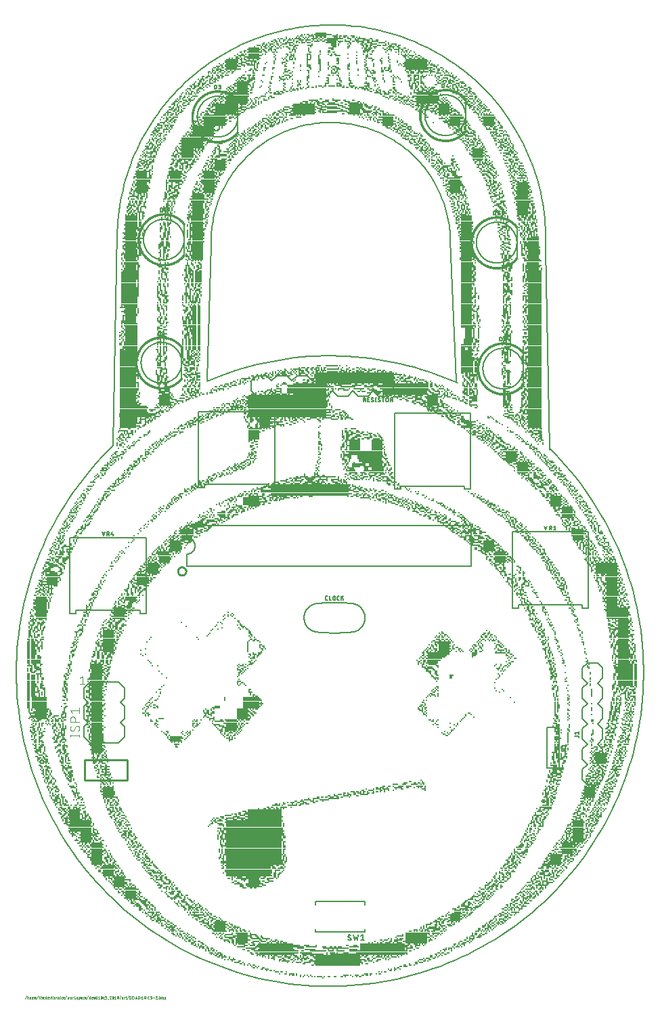
<source format=gto>
G75*
%MOIN*%
%OFA0B0*%
%FSLAX25Y25*%
%IPPOS*%
%LPD*%
%AMOC8*
5,1,8,0,0,1.08239X$1,22.5*
%
%ADD10C,0.00600*%
%ADD11R,0.00689X0.00689*%
%ADD12R,0.02756X0.00689*%
%ADD13R,0.01378X0.00689*%
%ADD14R,0.02067X0.00689*%
%ADD15R,0.22047X0.00689*%
%ADD16R,0.22736X0.00689*%
%ADD17R,0.03445X0.00689*%
%ADD18R,0.24114X0.00689*%
%ADD19R,0.04134X0.00689*%
%ADD20R,0.26181X0.00689*%
%ADD21R,0.24803X0.00689*%
%ADD22R,0.18602X0.00689*%
%ADD23R,0.11024X0.00689*%
%ADD24R,0.36516X0.00689*%
%ADD25R,0.19291X0.00689*%
%ADD26R,0.06201X0.00689*%
%ADD27R,0.25492X0.00689*%
%ADD28R,0.08268X0.00689*%
%ADD29R,0.28937X0.00689*%
%ADD30R,0.17913X0.00689*%
%ADD31R,0.05512X0.00689*%
%ADD32R,0.16535X0.00689*%
%ADD33R,0.13091X0.00689*%
%ADD34R,0.04823X0.00689*%
%ADD35R,0.23425X0.00689*%
%ADD36R,0.21358X0.00689*%
%ADD37R,0.17224X0.00689*%
%ADD38R,0.12402X0.00689*%
%ADD39R,0.07579X0.00689*%
%ADD40R,0.09646X0.00689*%
%ADD41R,0.06890X0.00689*%
%ADD42R,0.08957X0.00689*%
%ADD43R,0.11713X0.00689*%
%ADD44R,0.31004X0.00689*%
%ADD45R,0.27559X0.00689*%
%ADD46R,0.29626X0.00689*%
%ADD47R,0.28248X0.00689*%
%ADD48R,0.30315X0.00689*%
%ADD49R,0.13780X0.00689*%
%ADD50R,0.10335X0.00689*%
%ADD51R,0.39272X0.00689*%
%ADD52R,0.39961X0.00689*%
%ADD53R,0.43406X0.00689*%
%ADD54R,0.46161X0.00689*%
%ADD55R,0.42717X0.00689*%
%ADD56R,0.15846X0.00689*%
%ADD57R,0.41339X0.00689*%
%ADD58R,0.38583X0.00689*%
%ADD59R,0.14469X0.00689*%
%ADD60R,0.40650X0.00689*%
%ADD61R,0.20669X0.00689*%
%ADD62R,0.19980X0.00689*%
%ADD63C,0.00100*%
%ADD64C,0.01000*%
%ADD65C,0.00800*%
%ADD66C,0.00500*%
%ADD67C,0.00400*%
%ADD68C,0.00300*%
D10*
X0048968Y0275146D02*
X0046271Y0272502D01*
X0043641Y0269793D01*
X0041077Y0267020D01*
X0038582Y0264186D01*
X0036156Y0261292D01*
X0033803Y0258339D01*
X0031522Y0255329D01*
X0029315Y0252265D01*
X0027184Y0249147D01*
X0025130Y0245979D01*
X0023154Y0242761D01*
X0021257Y0239495D01*
X0019441Y0236185D01*
X0017706Y0232831D01*
X0016054Y0229435D01*
X0014485Y0226000D01*
X0013001Y0222528D01*
X0011602Y0219021D01*
X0010289Y0215480D01*
X0009063Y0211908D01*
X0007925Y0208308D01*
X0006875Y0204681D01*
X0005914Y0201029D01*
X0005043Y0197354D01*
X0004261Y0193660D01*
X0003571Y0189947D01*
X0002971Y0186219D01*
X0002463Y0182477D01*
X0002046Y0178724D01*
X0001721Y0174962D01*
X0001489Y0171193D01*
X0001348Y0167419D01*
X0001300Y0163644D01*
X0001344Y0159868D01*
X0001481Y0156094D01*
X0001709Y0152325D01*
X0002030Y0148562D01*
X0002443Y0144809D01*
X0002947Y0141066D01*
X0003543Y0137337D01*
X0004229Y0133624D01*
X0005007Y0129929D01*
X0005874Y0126254D01*
X0006831Y0122601D01*
X0007877Y0118972D01*
X0009011Y0115370D01*
X0010233Y0111797D01*
X0011542Y0108255D01*
X0012938Y0104747D01*
X0014418Y0101273D01*
X0015984Y0097836D01*
X0017632Y0094439D01*
X0019364Y0091083D01*
X0021176Y0087770D01*
X0023070Y0084503D01*
X0025042Y0081283D01*
X0027093Y0078112D01*
X0029221Y0074993D01*
X0031424Y0071926D01*
X0033701Y0068914D01*
X0036052Y0065958D01*
X0038474Y0063061D01*
X0040966Y0060224D01*
X0043527Y0057449D01*
X0046155Y0054737D01*
X0048848Y0052091D01*
X0051606Y0049511D01*
X0054425Y0046999D01*
X0057306Y0044557D01*
X0060245Y0042186D01*
X0063241Y0039887D01*
X0066292Y0037663D01*
X0069397Y0035513D01*
X0072553Y0033441D01*
X0075760Y0031446D01*
X0079014Y0029530D01*
X0082314Y0027694D01*
X0085657Y0025940D01*
X0089043Y0024267D01*
X0092469Y0022678D01*
X0095932Y0021174D01*
X0099431Y0019754D01*
X0102964Y0018420D01*
X0106529Y0017173D01*
X0110122Y0016014D01*
X0113743Y0014943D01*
X0117390Y0013961D01*
X0121059Y0013068D01*
X0124749Y0012265D01*
X0128457Y0011552D01*
X0132182Y0010931D01*
X0135920Y0010401D01*
X0139671Y0009962D01*
X0143431Y0009615D01*
X0147199Y0009360D01*
X0150972Y0009198D01*
X0154747Y0009127D01*
X0158523Y0009149D01*
X0162298Y0009263D01*
X0166068Y0009470D01*
X0169832Y0009769D01*
X0173588Y0010159D01*
X0177334Y0010642D01*
X0181066Y0011215D01*
X0184783Y0011880D01*
X0188483Y0012636D01*
X0192163Y0013481D01*
X0195822Y0014417D01*
X0199456Y0015441D01*
X0203065Y0016555D01*
X0206645Y0017756D01*
X0210194Y0019044D01*
X0213711Y0020419D01*
X0217194Y0021879D01*
X0220640Y0023424D01*
X0224046Y0025052D01*
X0227412Y0026764D01*
X0230736Y0028557D01*
X0234014Y0030431D01*
X0237246Y0032385D01*
X0240428Y0034417D01*
X0243561Y0036526D01*
X0246640Y0038712D01*
X0249666Y0040971D01*
X0252635Y0043305D01*
X0255546Y0045710D01*
X0258398Y0048185D01*
X0261188Y0050730D01*
X0263915Y0053342D01*
X0266577Y0056019D01*
X0269174Y0058761D01*
X0271702Y0061566D01*
X0274161Y0064432D01*
X0276549Y0067357D01*
X0278865Y0070340D01*
X0281108Y0073378D01*
X0283275Y0076470D01*
X0285366Y0079614D01*
X0287380Y0082809D01*
X0289315Y0086052D01*
X0291170Y0089341D01*
X0292944Y0092674D01*
X0294636Y0096050D01*
X0296245Y0099466D01*
X0297771Y0102921D01*
X0299211Y0106411D01*
X0300565Y0109936D01*
X0301833Y0113493D01*
X0303013Y0117080D01*
X0304106Y0120695D01*
X0305109Y0124335D01*
X0306024Y0127999D01*
X0306848Y0131684D01*
X0307583Y0135388D01*
X0308226Y0139109D01*
X0308778Y0142845D01*
X0309239Y0146593D01*
X0309608Y0150351D01*
X0309885Y0154117D01*
X0310070Y0157889D01*
X0310162Y0161664D01*
X0310163Y0165440D01*
X0310070Y0169215D01*
X0309886Y0172987D01*
X0309610Y0176753D01*
X0309241Y0180511D01*
X0308781Y0184259D01*
X0308229Y0187995D01*
X0307586Y0191716D01*
X0306852Y0195420D01*
X0306028Y0199105D01*
X0305114Y0202769D01*
X0304111Y0206409D01*
X0303019Y0210024D01*
X0301839Y0213611D01*
X0300572Y0217168D01*
X0299218Y0220693D01*
X0297778Y0224184D01*
X0296253Y0227639D01*
X0294644Y0231056D01*
X0292953Y0234432D01*
X0291179Y0237765D01*
X0289324Y0241055D01*
X0287390Y0244297D01*
X0285376Y0247492D01*
X0283285Y0250637D01*
X0281118Y0253729D01*
X0278876Y0256768D01*
X0276561Y0259751D01*
X0274173Y0262676D01*
X0271714Y0265542D01*
X0269186Y0268347D01*
X0266590Y0271089D01*
X0263928Y0273768D01*
X0263928Y0273079D02*
X0261862Y0372291D01*
X0227806Y0375185D02*
X0227809Y0375430D01*
X0227818Y0375676D01*
X0227833Y0375921D01*
X0227854Y0376165D01*
X0227881Y0376409D01*
X0227914Y0376652D01*
X0227953Y0376895D01*
X0227998Y0377136D01*
X0228049Y0377376D01*
X0228106Y0377615D01*
X0228168Y0377852D01*
X0228237Y0378088D01*
X0228311Y0378322D01*
X0228391Y0378554D01*
X0228476Y0378784D01*
X0228567Y0379012D01*
X0228664Y0379237D01*
X0228766Y0379461D01*
X0228874Y0379681D01*
X0228987Y0379899D01*
X0229105Y0380114D01*
X0229229Y0380326D01*
X0229357Y0380535D01*
X0229491Y0380741D01*
X0229630Y0380943D01*
X0229774Y0381142D01*
X0229923Y0381337D01*
X0230076Y0381529D01*
X0230234Y0381717D01*
X0230396Y0381901D01*
X0230564Y0382080D01*
X0230735Y0382256D01*
X0230911Y0382427D01*
X0231090Y0382595D01*
X0231274Y0382757D01*
X0231462Y0382915D01*
X0231654Y0383068D01*
X0231849Y0383217D01*
X0232048Y0383361D01*
X0232250Y0383500D01*
X0232456Y0383634D01*
X0232665Y0383762D01*
X0232877Y0383886D01*
X0233092Y0384004D01*
X0233310Y0384117D01*
X0233530Y0384225D01*
X0233754Y0384327D01*
X0233979Y0384424D01*
X0234207Y0384515D01*
X0234437Y0384600D01*
X0234669Y0384680D01*
X0234903Y0384754D01*
X0235139Y0384823D01*
X0235376Y0384885D01*
X0235615Y0384942D01*
X0235855Y0384993D01*
X0236096Y0385038D01*
X0236339Y0385077D01*
X0236582Y0385110D01*
X0236826Y0385137D01*
X0237070Y0385158D01*
X0237315Y0385173D01*
X0237561Y0385182D01*
X0237806Y0385185D01*
X0238051Y0385182D01*
X0238297Y0385173D01*
X0238542Y0385158D01*
X0238786Y0385137D01*
X0239030Y0385110D01*
X0239273Y0385077D01*
X0239516Y0385038D01*
X0239757Y0384993D01*
X0239997Y0384942D01*
X0240236Y0384885D01*
X0240473Y0384823D01*
X0240709Y0384754D01*
X0240943Y0384680D01*
X0241175Y0384600D01*
X0241405Y0384515D01*
X0241633Y0384424D01*
X0241858Y0384327D01*
X0242082Y0384225D01*
X0242302Y0384117D01*
X0242520Y0384004D01*
X0242735Y0383886D01*
X0242947Y0383762D01*
X0243156Y0383634D01*
X0243362Y0383500D01*
X0243564Y0383361D01*
X0243763Y0383217D01*
X0243958Y0383068D01*
X0244150Y0382915D01*
X0244338Y0382757D01*
X0244522Y0382595D01*
X0244701Y0382427D01*
X0244877Y0382256D01*
X0245048Y0382080D01*
X0245216Y0381901D01*
X0245378Y0381717D01*
X0245536Y0381529D01*
X0245689Y0381337D01*
X0245838Y0381142D01*
X0245982Y0380943D01*
X0246121Y0380741D01*
X0246255Y0380535D01*
X0246383Y0380326D01*
X0246507Y0380114D01*
X0246625Y0379899D01*
X0246738Y0379681D01*
X0246846Y0379461D01*
X0246948Y0379237D01*
X0247045Y0379012D01*
X0247136Y0378784D01*
X0247221Y0378554D01*
X0247301Y0378322D01*
X0247375Y0378088D01*
X0247444Y0377852D01*
X0247506Y0377615D01*
X0247563Y0377376D01*
X0247614Y0377136D01*
X0247659Y0376895D01*
X0247698Y0376652D01*
X0247731Y0376409D01*
X0247758Y0376165D01*
X0247779Y0375921D01*
X0247794Y0375676D01*
X0247803Y0375430D01*
X0247806Y0375185D01*
X0247803Y0374940D01*
X0247794Y0374694D01*
X0247779Y0374449D01*
X0247758Y0374205D01*
X0247731Y0373961D01*
X0247698Y0373718D01*
X0247659Y0373475D01*
X0247614Y0373234D01*
X0247563Y0372994D01*
X0247506Y0372755D01*
X0247444Y0372518D01*
X0247375Y0372282D01*
X0247301Y0372048D01*
X0247221Y0371816D01*
X0247136Y0371586D01*
X0247045Y0371358D01*
X0246948Y0371133D01*
X0246846Y0370909D01*
X0246738Y0370689D01*
X0246625Y0370471D01*
X0246507Y0370256D01*
X0246383Y0370044D01*
X0246255Y0369835D01*
X0246121Y0369629D01*
X0245982Y0369427D01*
X0245838Y0369228D01*
X0245689Y0369033D01*
X0245536Y0368841D01*
X0245378Y0368653D01*
X0245216Y0368469D01*
X0245048Y0368290D01*
X0244877Y0368114D01*
X0244701Y0367943D01*
X0244522Y0367775D01*
X0244338Y0367613D01*
X0244150Y0367455D01*
X0243958Y0367302D01*
X0243763Y0367153D01*
X0243564Y0367009D01*
X0243362Y0366870D01*
X0243156Y0366736D01*
X0242947Y0366608D01*
X0242735Y0366484D01*
X0242520Y0366366D01*
X0242302Y0366253D01*
X0242082Y0366145D01*
X0241858Y0366043D01*
X0241633Y0365946D01*
X0241405Y0365855D01*
X0241175Y0365770D01*
X0240943Y0365690D01*
X0240709Y0365616D01*
X0240473Y0365547D01*
X0240236Y0365485D01*
X0239997Y0365428D01*
X0239757Y0365377D01*
X0239516Y0365332D01*
X0239273Y0365293D01*
X0239030Y0365260D01*
X0238786Y0365233D01*
X0238542Y0365212D01*
X0238297Y0365197D01*
X0238051Y0365188D01*
X0237806Y0365185D01*
X0237561Y0365188D01*
X0237315Y0365197D01*
X0237070Y0365212D01*
X0236826Y0365233D01*
X0236582Y0365260D01*
X0236339Y0365293D01*
X0236096Y0365332D01*
X0235855Y0365377D01*
X0235615Y0365428D01*
X0235376Y0365485D01*
X0235139Y0365547D01*
X0234903Y0365616D01*
X0234669Y0365690D01*
X0234437Y0365770D01*
X0234207Y0365855D01*
X0233979Y0365946D01*
X0233754Y0366043D01*
X0233530Y0366145D01*
X0233310Y0366253D01*
X0233092Y0366366D01*
X0232877Y0366484D01*
X0232665Y0366608D01*
X0232456Y0366736D01*
X0232250Y0366870D01*
X0232048Y0367009D01*
X0231849Y0367153D01*
X0231654Y0367302D01*
X0231462Y0367455D01*
X0231274Y0367613D01*
X0231090Y0367775D01*
X0230911Y0367943D01*
X0230735Y0368114D01*
X0230564Y0368290D01*
X0230396Y0368469D01*
X0230234Y0368653D01*
X0230076Y0368841D01*
X0229923Y0369033D01*
X0229774Y0369228D01*
X0229630Y0369427D01*
X0229491Y0369629D01*
X0229357Y0369835D01*
X0229229Y0370044D01*
X0229105Y0370256D01*
X0228987Y0370471D01*
X0228874Y0370689D01*
X0228766Y0370909D01*
X0228664Y0371133D01*
X0228567Y0371358D01*
X0228476Y0371586D01*
X0228391Y0371816D01*
X0228311Y0372048D01*
X0228237Y0372282D01*
X0228168Y0372518D01*
X0228106Y0372755D01*
X0228049Y0372994D01*
X0227998Y0373234D01*
X0227953Y0373475D01*
X0227914Y0373718D01*
X0227881Y0373961D01*
X0227854Y0374205D01*
X0227833Y0374449D01*
X0227818Y0374694D01*
X0227809Y0374940D01*
X0227806Y0375185D01*
X0215011Y0376425D02*
X0217767Y0306839D01*
X0231054Y0313177D02*
X0231057Y0313422D01*
X0231066Y0313668D01*
X0231081Y0313913D01*
X0231102Y0314157D01*
X0231129Y0314401D01*
X0231162Y0314644D01*
X0231201Y0314887D01*
X0231246Y0315128D01*
X0231297Y0315368D01*
X0231354Y0315607D01*
X0231416Y0315844D01*
X0231485Y0316080D01*
X0231559Y0316314D01*
X0231639Y0316546D01*
X0231724Y0316776D01*
X0231815Y0317004D01*
X0231912Y0317229D01*
X0232014Y0317453D01*
X0232122Y0317673D01*
X0232235Y0317891D01*
X0232353Y0318106D01*
X0232477Y0318318D01*
X0232605Y0318527D01*
X0232739Y0318733D01*
X0232878Y0318935D01*
X0233022Y0319134D01*
X0233171Y0319329D01*
X0233324Y0319521D01*
X0233482Y0319709D01*
X0233644Y0319893D01*
X0233812Y0320072D01*
X0233983Y0320248D01*
X0234159Y0320419D01*
X0234338Y0320587D01*
X0234522Y0320749D01*
X0234710Y0320907D01*
X0234902Y0321060D01*
X0235097Y0321209D01*
X0235296Y0321353D01*
X0235498Y0321492D01*
X0235704Y0321626D01*
X0235913Y0321754D01*
X0236125Y0321878D01*
X0236340Y0321996D01*
X0236558Y0322109D01*
X0236778Y0322217D01*
X0237002Y0322319D01*
X0237227Y0322416D01*
X0237455Y0322507D01*
X0237685Y0322592D01*
X0237917Y0322672D01*
X0238151Y0322746D01*
X0238387Y0322815D01*
X0238624Y0322877D01*
X0238863Y0322934D01*
X0239103Y0322985D01*
X0239344Y0323030D01*
X0239587Y0323069D01*
X0239830Y0323102D01*
X0240074Y0323129D01*
X0240318Y0323150D01*
X0240563Y0323165D01*
X0240809Y0323174D01*
X0241054Y0323177D01*
X0241299Y0323174D01*
X0241545Y0323165D01*
X0241790Y0323150D01*
X0242034Y0323129D01*
X0242278Y0323102D01*
X0242521Y0323069D01*
X0242764Y0323030D01*
X0243005Y0322985D01*
X0243245Y0322934D01*
X0243484Y0322877D01*
X0243721Y0322815D01*
X0243957Y0322746D01*
X0244191Y0322672D01*
X0244423Y0322592D01*
X0244653Y0322507D01*
X0244881Y0322416D01*
X0245106Y0322319D01*
X0245330Y0322217D01*
X0245550Y0322109D01*
X0245768Y0321996D01*
X0245983Y0321878D01*
X0246195Y0321754D01*
X0246404Y0321626D01*
X0246610Y0321492D01*
X0246812Y0321353D01*
X0247011Y0321209D01*
X0247206Y0321060D01*
X0247398Y0320907D01*
X0247586Y0320749D01*
X0247770Y0320587D01*
X0247949Y0320419D01*
X0248125Y0320248D01*
X0248296Y0320072D01*
X0248464Y0319893D01*
X0248626Y0319709D01*
X0248784Y0319521D01*
X0248937Y0319329D01*
X0249086Y0319134D01*
X0249230Y0318935D01*
X0249369Y0318733D01*
X0249503Y0318527D01*
X0249631Y0318318D01*
X0249755Y0318106D01*
X0249873Y0317891D01*
X0249986Y0317673D01*
X0250094Y0317453D01*
X0250196Y0317229D01*
X0250293Y0317004D01*
X0250384Y0316776D01*
X0250469Y0316546D01*
X0250549Y0316314D01*
X0250623Y0316080D01*
X0250692Y0315844D01*
X0250754Y0315607D01*
X0250811Y0315368D01*
X0250862Y0315128D01*
X0250907Y0314887D01*
X0250946Y0314644D01*
X0250979Y0314401D01*
X0251006Y0314157D01*
X0251027Y0313913D01*
X0251042Y0313668D01*
X0251051Y0313422D01*
X0251054Y0313177D01*
X0251051Y0312932D01*
X0251042Y0312686D01*
X0251027Y0312441D01*
X0251006Y0312197D01*
X0250979Y0311953D01*
X0250946Y0311710D01*
X0250907Y0311467D01*
X0250862Y0311226D01*
X0250811Y0310986D01*
X0250754Y0310747D01*
X0250692Y0310510D01*
X0250623Y0310274D01*
X0250549Y0310040D01*
X0250469Y0309808D01*
X0250384Y0309578D01*
X0250293Y0309350D01*
X0250196Y0309125D01*
X0250094Y0308901D01*
X0249986Y0308681D01*
X0249873Y0308463D01*
X0249755Y0308248D01*
X0249631Y0308036D01*
X0249503Y0307827D01*
X0249369Y0307621D01*
X0249230Y0307419D01*
X0249086Y0307220D01*
X0248937Y0307025D01*
X0248784Y0306833D01*
X0248626Y0306645D01*
X0248464Y0306461D01*
X0248296Y0306282D01*
X0248125Y0306106D01*
X0247949Y0305935D01*
X0247770Y0305767D01*
X0247586Y0305605D01*
X0247398Y0305447D01*
X0247206Y0305294D01*
X0247011Y0305145D01*
X0246812Y0305001D01*
X0246610Y0304862D01*
X0246404Y0304728D01*
X0246195Y0304600D01*
X0245983Y0304476D01*
X0245768Y0304358D01*
X0245550Y0304245D01*
X0245330Y0304137D01*
X0245106Y0304035D01*
X0244881Y0303938D01*
X0244653Y0303847D01*
X0244423Y0303762D01*
X0244191Y0303682D01*
X0243957Y0303608D01*
X0243721Y0303539D01*
X0243484Y0303477D01*
X0243245Y0303420D01*
X0243005Y0303369D01*
X0242764Y0303324D01*
X0242521Y0303285D01*
X0242278Y0303252D01*
X0242034Y0303225D01*
X0241790Y0303204D01*
X0241545Y0303189D01*
X0241299Y0303180D01*
X0241054Y0303177D01*
X0240809Y0303180D01*
X0240563Y0303189D01*
X0240318Y0303204D01*
X0240074Y0303225D01*
X0239830Y0303252D01*
X0239587Y0303285D01*
X0239344Y0303324D01*
X0239103Y0303369D01*
X0238863Y0303420D01*
X0238624Y0303477D01*
X0238387Y0303539D01*
X0238151Y0303608D01*
X0237917Y0303682D01*
X0237685Y0303762D01*
X0237455Y0303847D01*
X0237227Y0303938D01*
X0237002Y0304035D01*
X0236778Y0304137D01*
X0236558Y0304245D01*
X0236340Y0304358D01*
X0236125Y0304476D01*
X0235913Y0304600D01*
X0235704Y0304728D01*
X0235498Y0304862D01*
X0235296Y0305001D01*
X0235097Y0305145D01*
X0234902Y0305294D01*
X0234710Y0305447D01*
X0234522Y0305605D01*
X0234338Y0305767D01*
X0234159Y0305935D01*
X0233983Y0306106D01*
X0233812Y0306282D01*
X0233644Y0306461D01*
X0233482Y0306645D01*
X0233324Y0306833D01*
X0233171Y0307025D01*
X0233022Y0307220D01*
X0232878Y0307419D01*
X0232739Y0307621D01*
X0232605Y0307827D01*
X0232477Y0308036D01*
X0232353Y0308248D01*
X0232235Y0308463D01*
X0232122Y0308681D01*
X0232014Y0308901D01*
X0231912Y0309125D01*
X0231815Y0309350D01*
X0231724Y0309578D01*
X0231639Y0309808D01*
X0231559Y0310040D01*
X0231485Y0310274D01*
X0231416Y0310510D01*
X0231354Y0310747D01*
X0231297Y0310986D01*
X0231246Y0311226D01*
X0231201Y0311467D01*
X0231162Y0311710D01*
X0231129Y0311953D01*
X0231102Y0312197D01*
X0231081Y0312441D01*
X0231066Y0312686D01*
X0231057Y0312932D01*
X0231054Y0313177D01*
X0215012Y0376425D02*
X0214969Y0377860D01*
X0214892Y0379292D01*
X0214779Y0380723D01*
X0214632Y0382150D01*
X0214450Y0383573D01*
X0214234Y0384992D01*
X0213983Y0386404D01*
X0213697Y0387810D01*
X0213378Y0389209D01*
X0213024Y0390600D01*
X0212637Y0391981D01*
X0212217Y0393353D01*
X0211763Y0394714D01*
X0211276Y0396064D01*
X0210756Y0397401D01*
X0210204Y0398725D01*
X0209619Y0400036D01*
X0209003Y0401332D01*
X0208356Y0402612D01*
X0207678Y0403876D01*
X0206969Y0405124D01*
X0206230Y0406354D01*
X0205461Y0407565D01*
X0204663Y0408757D01*
X0203836Y0409930D01*
X0202981Y0411082D01*
X0202098Y0412213D01*
X0201188Y0413322D01*
X0200251Y0414409D01*
X0199287Y0415472D01*
X0198299Y0416512D01*
X0197285Y0417527D01*
X0196246Y0418517D01*
X0195184Y0419482D01*
X0194099Y0420421D01*
X0192991Y0421333D01*
X0191862Y0422217D01*
X0190711Y0423074D01*
X0189540Y0423903D01*
X0188348Y0424702D01*
X0187138Y0425473D01*
X0185909Y0426214D01*
X0184663Y0426925D01*
X0183400Y0427605D01*
X0182120Y0428254D01*
X0180825Y0428872D01*
X0179516Y0429458D01*
X0178192Y0430012D01*
X0176855Y0430534D01*
X0175507Y0431023D01*
X0174146Y0431479D01*
X0172775Y0431901D01*
X0171394Y0432290D01*
X0170004Y0432646D01*
X0168606Y0432967D01*
X0167200Y0433255D01*
X0165788Y0433508D01*
X0164370Y0433726D01*
X0162947Y0433910D01*
X0161520Y0434060D01*
X0160089Y0434174D01*
X0158657Y0434254D01*
X0157223Y0434298D01*
X0155788Y0434308D01*
X0154353Y0434283D01*
X0152920Y0434223D01*
X0151488Y0434128D01*
X0150059Y0433998D01*
X0148634Y0433834D01*
X0147213Y0433634D01*
X0145797Y0433401D01*
X0144388Y0433132D01*
X0142985Y0432830D01*
X0141591Y0432493D01*
X0140204Y0432123D01*
X0138828Y0431719D01*
X0137461Y0431282D01*
X0136106Y0430811D01*
X0134762Y0430308D01*
X0133431Y0429772D01*
X0132114Y0429203D01*
X0130810Y0428603D01*
X0129522Y0427972D01*
X0128250Y0427309D01*
X0126994Y0426615D01*
X0125755Y0425891D01*
X0124534Y0425137D01*
X0123332Y0424354D01*
X0122150Y0423541D01*
X0120987Y0422700D01*
X0119846Y0421831D01*
X0118726Y0420934D01*
X0117628Y0420010D01*
X0116553Y0419060D01*
X0115501Y0418084D01*
X0114474Y0417083D01*
X0113471Y0416057D01*
X0112493Y0415006D01*
X0111541Y0413933D01*
X0110616Y0412836D01*
X0109718Y0411717D01*
X0108847Y0410577D01*
X0108004Y0409416D01*
X0107190Y0408234D01*
X0106405Y0407034D01*
X0105649Y0405814D01*
X0104923Y0404576D01*
X0104228Y0403321D01*
X0103563Y0402050D01*
X0102929Y0400762D01*
X0102327Y0399460D01*
X0101757Y0398143D01*
X0101219Y0396813D01*
X0100714Y0395470D01*
X0100241Y0394116D01*
X0099802Y0392750D01*
X0099396Y0391374D01*
X0099024Y0389988D01*
X0098685Y0388594D01*
X0098381Y0387192D01*
X0098110Y0385782D01*
X0097875Y0384367D01*
X0097673Y0382947D01*
X0097507Y0381522D01*
X0097375Y0380093D01*
X0097278Y0378661D01*
X0097216Y0377228D01*
X0097188Y0375793D01*
X0097196Y0374359D01*
X0097196Y0374358D02*
X0095129Y0307528D01*
X0062747Y0316071D02*
X0062750Y0316316D01*
X0062759Y0316562D01*
X0062774Y0316807D01*
X0062795Y0317051D01*
X0062822Y0317295D01*
X0062855Y0317538D01*
X0062894Y0317781D01*
X0062939Y0318022D01*
X0062990Y0318262D01*
X0063047Y0318501D01*
X0063109Y0318738D01*
X0063178Y0318974D01*
X0063252Y0319208D01*
X0063332Y0319440D01*
X0063417Y0319670D01*
X0063508Y0319898D01*
X0063605Y0320123D01*
X0063707Y0320347D01*
X0063815Y0320567D01*
X0063928Y0320785D01*
X0064046Y0321000D01*
X0064170Y0321212D01*
X0064298Y0321421D01*
X0064432Y0321627D01*
X0064571Y0321829D01*
X0064715Y0322028D01*
X0064864Y0322223D01*
X0065017Y0322415D01*
X0065175Y0322603D01*
X0065337Y0322787D01*
X0065505Y0322966D01*
X0065676Y0323142D01*
X0065852Y0323313D01*
X0066031Y0323481D01*
X0066215Y0323643D01*
X0066403Y0323801D01*
X0066595Y0323954D01*
X0066790Y0324103D01*
X0066989Y0324247D01*
X0067191Y0324386D01*
X0067397Y0324520D01*
X0067606Y0324648D01*
X0067818Y0324772D01*
X0068033Y0324890D01*
X0068251Y0325003D01*
X0068471Y0325111D01*
X0068695Y0325213D01*
X0068920Y0325310D01*
X0069148Y0325401D01*
X0069378Y0325486D01*
X0069610Y0325566D01*
X0069844Y0325640D01*
X0070080Y0325709D01*
X0070317Y0325771D01*
X0070556Y0325828D01*
X0070796Y0325879D01*
X0071037Y0325924D01*
X0071280Y0325963D01*
X0071523Y0325996D01*
X0071767Y0326023D01*
X0072011Y0326044D01*
X0072256Y0326059D01*
X0072502Y0326068D01*
X0072747Y0326071D01*
X0072992Y0326068D01*
X0073238Y0326059D01*
X0073483Y0326044D01*
X0073727Y0326023D01*
X0073971Y0325996D01*
X0074214Y0325963D01*
X0074457Y0325924D01*
X0074698Y0325879D01*
X0074938Y0325828D01*
X0075177Y0325771D01*
X0075414Y0325709D01*
X0075650Y0325640D01*
X0075884Y0325566D01*
X0076116Y0325486D01*
X0076346Y0325401D01*
X0076574Y0325310D01*
X0076799Y0325213D01*
X0077023Y0325111D01*
X0077243Y0325003D01*
X0077461Y0324890D01*
X0077676Y0324772D01*
X0077888Y0324648D01*
X0078097Y0324520D01*
X0078303Y0324386D01*
X0078505Y0324247D01*
X0078704Y0324103D01*
X0078899Y0323954D01*
X0079091Y0323801D01*
X0079279Y0323643D01*
X0079463Y0323481D01*
X0079642Y0323313D01*
X0079818Y0323142D01*
X0079989Y0322966D01*
X0080157Y0322787D01*
X0080319Y0322603D01*
X0080477Y0322415D01*
X0080630Y0322223D01*
X0080779Y0322028D01*
X0080923Y0321829D01*
X0081062Y0321627D01*
X0081196Y0321421D01*
X0081324Y0321212D01*
X0081448Y0321000D01*
X0081566Y0320785D01*
X0081679Y0320567D01*
X0081787Y0320347D01*
X0081889Y0320123D01*
X0081986Y0319898D01*
X0082077Y0319670D01*
X0082162Y0319440D01*
X0082242Y0319208D01*
X0082316Y0318974D01*
X0082385Y0318738D01*
X0082447Y0318501D01*
X0082504Y0318262D01*
X0082555Y0318022D01*
X0082600Y0317781D01*
X0082639Y0317538D01*
X0082672Y0317295D01*
X0082699Y0317051D01*
X0082720Y0316807D01*
X0082735Y0316562D01*
X0082744Y0316316D01*
X0082747Y0316071D01*
X0082744Y0315826D01*
X0082735Y0315580D01*
X0082720Y0315335D01*
X0082699Y0315091D01*
X0082672Y0314847D01*
X0082639Y0314604D01*
X0082600Y0314361D01*
X0082555Y0314120D01*
X0082504Y0313880D01*
X0082447Y0313641D01*
X0082385Y0313404D01*
X0082316Y0313168D01*
X0082242Y0312934D01*
X0082162Y0312702D01*
X0082077Y0312472D01*
X0081986Y0312244D01*
X0081889Y0312019D01*
X0081787Y0311795D01*
X0081679Y0311575D01*
X0081566Y0311357D01*
X0081448Y0311142D01*
X0081324Y0310930D01*
X0081196Y0310721D01*
X0081062Y0310515D01*
X0080923Y0310313D01*
X0080779Y0310114D01*
X0080630Y0309919D01*
X0080477Y0309727D01*
X0080319Y0309539D01*
X0080157Y0309355D01*
X0079989Y0309176D01*
X0079818Y0309000D01*
X0079642Y0308829D01*
X0079463Y0308661D01*
X0079279Y0308499D01*
X0079091Y0308341D01*
X0078899Y0308188D01*
X0078704Y0308039D01*
X0078505Y0307895D01*
X0078303Y0307756D01*
X0078097Y0307622D01*
X0077888Y0307494D01*
X0077676Y0307370D01*
X0077461Y0307252D01*
X0077243Y0307139D01*
X0077023Y0307031D01*
X0076799Y0306929D01*
X0076574Y0306832D01*
X0076346Y0306741D01*
X0076116Y0306656D01*
X0075884Y0306576D01*
X0075650Y0306502D01*
X0075414Y0306433D01*
X0075177Y0306371D01*
X0074938Y0306314D01*
X0074698Y0306263D01*
X0074457Y0306218D01*
X0074214Y0306179D01*
X0073971Y0306146D01*
X0073727Y0306119D01*
X0073483Y0306098D01*
X0073238Y0306083D01*
X0072992Y0306074D01*
X0072747Y0306071D01*
X0072502Y0306074D01*
X0072256Y0306083D01*
X0072011Y0306098D01*
X0071767Y0306119D01*
X0071523Y0306146D01*
X0071280Y0306179D01*
X0071037Y0306218D01*
X0070796Y0306263D01*
X0070556Y0306314D01*
X0070317Y0306371D01*
X0070080Y0306433D01*
X0069844Y0306502D01*
X0069610Y0306576D01*
X0069378Y0306656D01*
X0069148Y0306741D01*
X0068920Y0306832D01*
X0068695Y0306929D01*
X0068471Y0307031D01*
X0068251Y0307139D01*
X0068033Y0307252D01*
X0067818Y0307370D01*
X0067606Y0307494D01*
X0067397Y0307622D01*
X0067191Y0307756D01*
X0066989Y0307895D01*
X0066790Y0308039D01*
X0066595Y0308188D01*
X0066403Y0308341D01*
X0066215Y0308499D01*
X0066031Y0308661D01*
X0065852Y0308829D01*
X0065676Y0309000D01*
X0065505Y0309176D01*
X0065337Y0309355D01*
X0065175Y0309539D01*
X0065017Y0309727D01*
X0064864Y0309919D01*
X0064715Y0310114D01*
X0064571Y0310313D01*
X0064432Y0310515D01*
X0064298Y0310721D01*
X0064170Y0310930D01*
X0064046Y0311142D01*
X0063928Y0311357D01*
X0063815Y0311575D01*
X0063707Y0311795D01*
X0063605Y0312019D01*
X0063508Y0312244D01*
X0063417Y0312472D01*
X0063332Y0312702D01*
X0063252Y0312934D01*
X0063178Y0313168D01*
X0063109Y0313404D01*
X0063047Y0313641D01*
X0062990Y0313880D01*
X0062939Y0314120D01*
X0062894Y0314361D01*
X0062855Y0314604D01*
X0062822Y0314847D01*
X0062795Y0315091D01*
X0062774Y0315335D01*
X0062759Y0315580D01*
X0062750Y0315826D01*
X0062747Y0316071D01*
X0048968Y0275146D02*
X0051035Y0380559D01*
X0063928Y0376701D02*
X0063931Y0376946D01*
X0063940Y0377192D01*
X0063955Y0377437D01*
X0063976Y0377681D01*
X0064003Y0377925D01*
X0064036Y0378168D01*
X0064075Y0378411D01*
X0064120Y0378652D01*
X0064171Y0378892D01*
X0064228Y0379131D01*
X0064290Y0379368D01*
X0064359Y0379604D01*
X0064433Y0379838D01*
X0064513Y0380070D01*
X0064598Y0380300D01*
X0064689Y0380528D01*
X0064786Y0380753D01*
X0064888Y0380977D01*
X0064996Y0381197D01*
X0065109Y0381415D01*
X0065227Y0381630D01*
X0065351Y0381842D01*
X0065479Y0382051D01*
X0065613Y0382257D01*
X0065752Y0382459D01*
X0065896Y0382658D01*
X0066045Y0382853D01*
X0066198Y0383045D01*
X0066356Y0383233D01*
X0066518Y0383417D01*
X0066686Y0383596D01*
X0066857Y0383772D01*
X0067033Y0383943D01*
X0067212Y0384111D01*
X0067396Y0384273D01*
X0067584Y0384431D01*
X0067776Y0384584D01*
X0067971Y0384733D01*
X0068170Y0384877D01*
X0068372Y0385016D01*
X0068578Y0385150D01*
X0068787Y0385278D01*
X0068999Y0385402D01*
X0069214Y0385520D01*
X0069432Y0385633D01*
X0069652Y0385741D01*
X0069876Y0385843D01*
X0070101Y0385940D01*
X0070329Y0386031D01*
X0070559Y0386116D01*
X0070791Y0386196D01*
X0071025Y0386270D01*
X0071261Y0386339D01*
X0071498Y0386401D01*
X0071737Y0386458D01*
X0071977Y0386509D01*
X0072218Y0386554D01*
X0072461Y0386593D01*
X0072704Y0386626D01*
X0072948Y0386653D01*
X0073192Y0386674D01*
X0073437Y0386689D01*
X0073683Y0386698D01*
X0073928Y0386701D01*
X0074173Y0386698D01*
X0074419Y0386689D01*
X0074664Y0386674D01*
X0074908Y0386653D01*
X0075152Y0386626D01*
X0075395Y0386593D01*
X0075638Y0386554D01*
X0075879Y0386509D01*
X0076119Y0386458D01*
X0076358Y0386401D01*
X0076595Y0386339D01*
X0076831Y0386270D01*
X0077065Y0386196D01*
X0077297Y0386116D01*
X0077527Y0386031D01*
X0077755Y0385940D01*
X0077980Y0385843D01*
X0078204Y0385741D01*
X0078424Y0385633D01*
X0078642Y0385520D01*
X0078857Y0385402D01*
X0079069Y0385278D01*
X0079278Y0385150D01*
X0079484Y0385016D01*
X0079686Y0384877D01*
X0079885Y0384733D01*
X0080080Y0384584D01*
X0080272Y0384431D01*
X0080460Y0384273D01*
X0080644Y0384111D01*
X0080823Y0383943D01*
X0080999Y0383772D01*
X0081170Y0383596D01*
X0081338Y0383417D01*
X0081500Y0383233D01*
X0081658Y0383045D01*
X0081811Y0382853D01*
X0081960Y0382658D01*
X0082104Y0382459D01*
X0082243Y0382257D01*
X0082377Y0382051D01*
X0082505Y0381842D01*
X0082629Y0381630D01*
X0082747Y0381415D01*
X0082860Y0381197D01*
X0082968Y0380977D01*
X0083070Y0380753D01*
X0083167Y0380528D01*
X0083258Y0380300D01*
X0083343Y0380070D01*
X0083423Y0379838D01*
X0083497Y0379604D01*
X0083566Y0379368D01*
X0083628Y0379131D01*
X0083685Y0378892D01*
X0083736Y0378652D01*
X0083781Y0378411D01*
X0083820Y0378168D01*
X0083853Y0377925D01*
X0083880Y0377681D01*
X0083901Y0377437D01*
X0083916Y0377192D01*
X0083925Y0376946D01*
X0083928Y0376701D01*
X0083925Y0376456D01*
X0083916Y0376210D01*
X0083901Y0375965D01*
X0083880Y0375721D01*
X0083853Y0375477D01*
X0083820Y0375234D01*
X0083781Y0374991D01*
X0083736Y0374750D01*
X0083685Y0374510D01*
X0083628Y0374271D01*
X0083566Y0374034D01*
X0083497Y0373798D01*
X0083423Y0373564D01*
X0083343Y0373332D01*
X0083258Y0373102D01*
X0083167Y0372874D01*
X0083070Y0372649D01*
X0082968Y0372425D01*
X0082860Y0372205D01*
X0082747Y0371987D01*
X0082629Y0371772D01*
X0082505Y0371560D01*
X0082377Y0371351D01*
X0082243Y0371145D01*
X0082104Y0370943D01*
X0081960Y0370744D01*
X0081811Y0370549D01*
X0081658Y0370357D01*
X0081500Y0370169D01*
X0081338Y0369985D01*
X0081170Y0369806D01*
X0080999Y0369630D01*
X0080823Y0369459D01*
X0080644Y0369291D01*
X0080460Y0369129D01*
X0080272Y0368971D01*
X0080080Y0368818D01*
X0079885Y0368669D01*
X0079686Y0368525D01*
X0079484Y0368386D01*
X0079278Y0368252D01*
X0079069Y0368124D01*
X0078857Y0368000D01*
X0078642Y0367882D01*
X0078424Y0367769D01*
X0078204Y0367661D01*
X0077980Y0367559D01*
X0077755Y0367462D01*
X0077527Y0367371D01*
X0077297Y0367286D01*
X0077065Y0367206D01*
X0076831Y0367132D01*
X0076595Y0367063D01*
X0076358Y0367001D01*
X0076119Y0366944D01*
X0075879Y0366893D01*
X0075638Y0366848D01*
X0075395Y0366809D01*
X0075152Y0366776D01*
X0074908Y0366749D01*
X0074664Y0366728D01*
X0074419Y0366713D01*
X0074173Y0366704D01*
X0073928Y0366701D01*
X0073683Y0366704D01*
X0073437Y0366713D01*
X0073192Y0366728D01*
X0072948Y0366749D01*
X0072704Y0366776D01*
X0072461Y0366809D01*
X0072218Y0366848D01*
X0071977Y0366893D01*
X0071737Y0366944D01*
X0071498Y0367001D01*
X0071261Y0367063D01*
X0071025Y0367132D01*
X0070791Y0367206D01*
X0070559Y0367286D01*
X0070329Y0367371D01*
X0070101Y0367462D01*
X0069876Y0367559D01*
X0069652Y0367661D01*
X0069432Y0367769D01*
X0069214Y0367882D01*
X0068999Y0368000D01*
X0068787Y0368124D01*
X0068578Y0368252D01*
X0068372Y0368386D01*
X0068170Y0368525D01*
X0067971Y0368669D01*
X0067776Y0368818D01*
X0067584Y0368971D01*
X0067396Y0369129D01*
X0067212Y0369291D01*
X0067033Y0369459D01*
X0066857Y0369630D01*
X0066686Y0369806D01*
X0066518Y0369985D01*
X0066356Y0370169D01*
X0066198Y0370357D01*
X0066045Y0370549D01*
X0065896Y0370744D01*
X0065752Y0370943D01*
X0065613Y0371145D01*
X0065479Y0371351D01*
X0065351Y0371560D01*
X0065227Y0371772D01*
X0065109Y0371987D01*
X0064996Y0372205D01*
X0064888Y0372425D01*
X0064786Y0372649D01*
X0064689Y0372874D01*
X0064598Y0373102D01*
X0064513Y0373332D01*
X0064433Y0373564D01*
X0064359Y0373798D01*
X0064290Y0374034D01*
X0064228Y0374271D01*
X0064171Y0374510D01*
X0064120Y0374750D01*
X0064075Y0374991D01*
X0064036Y0375234D01*
X0064003Y0375477D01*
X0063976Y0375721D01*
X0063955Y0375965D01*
X0063940Y0376210D01*
X0063931Y0376456D01*
X0063928Y0376701D01*
X0090405Y0437193D02*
X0090408Y0437438D01*
X0090417Y0437684D01*
X0090432Y0437929D01*
X0090453Y0438173D01*
X0090480Y0438417D01*
X0090513Y0438660D01*
X0090552Y0438903D01*
X0090597Y0439144D01*
X0090648Y0439384D01*
X0090705Y0439623D01*
X0090767Y0439860D01*
X0090836Y0440096D01*
X0090910Y0440330D01*
X0090990Y0440562D01*
X0091075Y0440792D01*
X0091166Y0441020D01*
X0091263Y0441245D01*
X0091365Y0441469D01*
X0091473Y0441689D01*
X0091586Y0441907D01*
X0091704Y0442122D01*
X0091828Y0442334D01*
X0091956Y0442543D01*
X0092090Y0442749D01*
X0092229Y0442951D01*
X0092373Y0443150D01*
X0092522Y0443345D01*
X0092675Y0443537D01*
X0092833Y0443725D01*
X0092995Y0443909D01*
X0093163Y0444088D01*
X0093334Y0444264D01*
X0093510Y0444435D01*
X0093689Y0444603D01*
X0093873Y0444765D01*
X0094061Y0444923D01*
X0094253Y0445076D01*
X0094448Y0445225D01*
X0094647Y0445369D01*
X0094849Y0445508D01*
X0095055Y0445642D01*
X0095264Y0445770D01*
X0095476Y0445894D01*
X0095691Y0446012D01*
X0095909Y0446125D01*
X0096129Y0446233D01*
X0096353Y0446335D01*
X0096578Y0446432D01*
X0096806Y0446523D01*
X0097036Y0446608D01*
X0097268Y0446688D01*
X0097502Y0446762D01*
X0097738Y0446831D01*
X0097975Y0446893D01*
X0098214Y0446950D01*
X0098454Y0447001D01*
X0098695Y0447046D01*
X0098938Y0447085D01*
X0099181Y0447118D01*
X0099425Y0447145D01*
X0099669Y0447166D01*
X0099914Y0447181D01*
X0100160Y0447190D01*
X0100405Y0447193D01*
X0100650Y0447190D01*
X0100896Y0447181D01*
X0101141Y0447166D01*
X0101385Y0447145D01*
X0101629Y0447118D01*
X0101872Y0447085D01*
X0102115Y0447046D01*
X0102356Y0447001D01*
X0102596Y0446950D01*
X0102835Y0446893D01*
X0103072Y0446831D01*
X0103308Y0446762D01*
X0103542Y0446688D01*
X0103774Y0446608D01*
X0104004Y0446523D01*
X0104232Y0446432D01*
X0104457Y0446335D01*
X0104681Y0446233D01*
X0104901Y0446125D01*
X0105119Y0446012D01*
X0105334Y0445894D01*
X0105546Y0445770D01*
X0105755Y0445642D01*
X0105961Y0445508D01*
X0106163Y0445369D01*
X0106362Y0445225D01*
X0106557Y0445076D01*
X0106749Y0444923D01*
X0106937Y0444765D01*
X0107121Y0444603D01*
X0107300Y0444435D01*
X0107476Y0444264D01*
X0107647Y0444088D01*
X0107815Y0443909D01*
X0107977Y0443725D01*
X0108135Y0443537D01*
X0108288Y0443345D01*
X0108437Y0443150D01*
X0108581Y0442951D01*
X0108720Y0442749D01*
X0108854Y0442543D01*
X0108982Y0442334D01*
X0109106Y0442122D01*
X0109224Y0441907D01*
X0109337Y0441689D01*
X0109445Y0441469D01*
X0109547Y0441245D01*
X0109644Y0441020D01*
X0109735Y0440792D01*
X0109820Y0440562D01*
X0109900Y0440330D01*
X0109974Y0440096D01*
X0110043Y0439860D01*
X0110105Y0439623D01*
X0110162Y0439384D01*
X0110213Y0439144D01*
X0110258Y0438903D01*
X0110297Y0438660D01*
X0110330Y0438417D01*
X0110357Y0438173D01*
X0110378Y0437929D01*
X0110393Y0437684D01*
X0110402Y0437438D01*
X0110405Y0437193D01*
X0110402Y0436948D01*
X0110393Y0436702D01*
X0110378Y0436457D01*
X0110357Y0436213D01*
X0110330Y0435969D01*
X0110297Y0435726D01*
X0110258Y0435483D01*
X0110213Y0435242D01*
X0110162Y0435002D01*
X0110105Y0434763D01*
X0110043Y0434526D01*
X0109974Y0434290D01*
X0109900Y0434056D01*
X0109820Y0433824D01*
X0109735Y0433594D01*
X0109644Y0433366D01*
X0109547Y0433141D01*
X0109445Y0432917D01*
X0109337Y0432697D01*
X0109224Y0432479D01*
X0109106Y0432264D01*
X0108982Y0432052D01*
X0108854Y0431843D01*
X0108720Y0431637D01*
X0108581Y0431435D01*
X0108437Y0431236D01*
X0108288Y0431041D01*
X0108135Y0430849D01*
X0107977Y0430661D01*
X0107815Y0430477D01*
X0107647Y0430298D01*
X0107476Y0430122D01*
X0107300Y0429951D01*
X0107121Y0429783D01*
X0106937Y0429621D01*
X0106749Y0429463D01*
X0106557Y0429310D01*
X0106362Y0429161D01*
X0106163Y0429017D01*
X0105961Y0428878D01*
X0105755Y0428744D01*
X0105546Y0428616D01*
X0105334Y0428492D01*
X0105119Y0428374D01*
X0104901Y0428261D01*
X0104681Y0428153D01*
X0104457Y0428051D01*
X0104232Y0427954D01*
X0104004Y0427863D01*
X0103774Y0427778D01*
X0103542Y0427698D01*
X0103308Y0427624D01*
X0103072Y0427555D01*
X0102835Y0427493D01*
X0102596Y0427436D01*
X0102356Y0427385D01*
X0102115Y0427340D01*
X0101872Y0427301D01*
X0101629Y0427268D01*
X0101385Y0427241D01*
X0101141Y0427220D01*
X0100896Y0427205D01*
X0100650Y0427196D01*
X0100405Y0427193D01*
X0100160Y0427196D01*
X0099914Y0427205D01*
X0099669Y0427220D01*
X0099425Y0427241D01*
X0099181Y0427268D01*
X0098938Y0427301D01*
X0098695Y0427340D01*
X0098454Y0427385D01*
X0098214Y0427436D01*
X0097975Y0427493D01*
X0097738Y0427555D01*
X0097502Y0427624D01*
X0097268Y0427698D01*
X0097036Y0427778D01*
X0096806Y0427863D01*
X0096578Y0427954D01*
X0096353Y0428051D01*
X0096129Y0428153D01*
X0095909Y0428261D01*
X0095691Y0428374D01*
X0095476Y0428492D01*
X0095264Y0428616D01*
X0095055Y0428744D01*
X0094849Y0428878D01*
X0094647Y0429017D01*
X0094448Y0429161D01*
X0094253Y0429310D01*
X0094061Y0429463D01*
X0093873Y0429621D01*
X0093689Y0429783D01*
X0093510Y0429951D01*
X0093334Y0430122D01*
X0093163Y0430298D01*
X0092995Y0430477D01*
X0092833Y0430661D01*
X0092675Y0430849D01*
X0092522Y0431041D01*
X0092373Y0431236D01*
X0092229Y0431435D01*
X0092090Y0431637D01*
X0091956Y0431843D01*
X0091828Y0432052D01*
X0091704Y0432264D01*
X0091586Y0432479D01*
X0091473Y0432697D01*
X0091365Y0432917D01*
X0091263Y0433141D01*
X0091166Y0433366D01*
X0091075Y0433594D01*
X0090990Y0433824D01*
X0090910Y0434056D01*
X0090836Y0434290D01*
X0090767Y0434526D01*
X0090705Y0434763D01*
X0090648Y0435002D01*
X0090597Y0435242D01*
X0090552Y0435483D01*
X0090513Y0435726D01*
X0090480Y0435969D01*
X0090453Y0436213D01*
X0090432Y0436457D01*
X0090417Y0436702D01*
X0090408Y0436948D01*
X0090405Y0437193D01*
X0051034Y0380559D02*
X0051158Y0383137D01*
X0051345Y0385710D01*
X0051595Y0388279D01*
X0051907Y0390840D01*
X0052282Y0393393D01*
X0052719Y0395936D01*
X0053218Y0398468D01*
X0053779Y0400987D01*
X0054402Y0403491D01*
X0055085Y0405979D01*
X0055830Y0408450D01*
X0056634Y0410902D01*
X0057498Y0413333D01*
X0058422Y0415743D01*
X0059404Y0418129D01*
X0060444Y0420491D01*
X0061541Y0422826D01*
X0062695Y0425134D01*
X0063906Y0427413D01*
X0065171Y0429662D01*
X0066492Y0431879D01*
X0067866Y0434063D01*
X0069293Y0436213D01*
X0070772Y0438328D01*
X0072303Y0440405D01*
X0073884Y0442445D01*
X0075514Y0444445D01*
X0077193Y0446405D01*
X0078919Y0448323D01*
X0080692Y0450198D01*
X0082510Y0452029D01*
X0084372Y0453816D01*
X0086277Y0455556D01*
X0088224Y0457249D01*
X0090212Y0458894D01*
X0092240Y0460490D01*
X0094306Y0462036D01*
X0096410Y0463531D01*
X0098549Y0464974D01*
X0100723Y0466364D01*
X0102930Y0467701D01*
X0105169Y0468983D01*
X0107439Y0470211D01*
X0109739Y0471382D01*
X0112066Y0472497D01*
X0114420Y0473554D01*
X0116799Y0474554D01*
X0119202Y0475495D01*
X0121627Y0476377D01*
X0124072Y0477199D01*
X0126538Y0477962D01*
X0129021Y0478664D01*
X0131520Y0479305D01*
X0134035Y0479884D01*
X0136563Y0480402D01*
X0139103Y0480859D01*
X0141653Y0481252D01*
X0144212Y0481584D01*
X0146779Y0481852D01*
X0149351Y0482058D01*
X0151927Y0482201D01*
X0154507Y0482281D01*
X0157087Y0482297D01*
X0159667Y0482251D01*
X0162245Y0482141D01*
X0164820Y0481969D01*
X0167390Y0481733D01*
X0169953Y0481435D01*
X0172508Y0481074D01*
X0175053Y0480651D01*
X0177588Y0480166D01*
X0180110Y0479619D01*
X0182617Y0479010D01*
X0185109Y0478340D01*
X0187584Y0477610D01*
X0190040Y0476819D01*
X0192477Y0475968D01*
X0194891Y0475058D01*
X0197283Y0474089D01*
X0199650Y0473062D01*
X0201992Y0471978D01*
X0204306Y0470836D01*
X0206592Y0469638D01*
X0208847Y0468385D01*
X0211072Y0467077D01*
X0213263Y0465715D01*
X0215421Y0464300D01*
X0217544Y0462832D01*
X0219630Y0461313D01*
X0221678Y0459743D01*
X0223687Y0458124D01*
X0225656Y0456456D01*
X0227584Y0454740D01*
X0229469Y0452978D01*
X0231310Y0451170D01*
X0233107Y0449318D01*
X0234857Y0447423D01*
X0236561Y0445485D01*
X0238217Y0443506D01*
X0239825Y0441487D01*
X0241382Y0439429D01*
X0242888Y0437334D01*
X0244343Y0435203D01*
X0245745Y0433037D01*
X0247094Y0430837D01*
X0248389Y0428605D01*
X0249629Y0426341D01*
X0250813Y0424049D01*
X0251940Y0421727D01*
X0253011Y0419380D01*
X0254023Y0417006D01*
X0254978Y0414609D01*
X0255873Y0412188D01*
X0256709Y0409747D01*
X0257485Y0407286D01*
X0258201Y0404807D01*
X0258856Y0402311D01*
X0259449Y0399800D01*
X0259981Y0397275D01*
X0260451Y0394737D01*
X0260859Y0392189D01*
X0261204Y0389632D01*
X0261487Y0387067D01*
X0261707Y0384496D01*
X0261864Y0381920D01*
X0261958Y0379342D01*
X0261989Y0376761D01*
X0261957Y0374181D01*
X0261861Y0371602D01*
X0202511Y0437882D02*
X0202514Y0438127D01*
X0202523Y0438373D01*
X0202538Y0438618D01*
X0202559Y0438862D01*
X0202586Y0439106D01*
X0202619Y0439349D01*
X0202658Y0439592D01*
X0202703Y0439833D01*
X0202754Y0440073D01*
X0202811Y0440312D01*
X0202873Y0440549D01*
X0202942Y0440785D01*
X0203016Y0441019D01*
X0203096Y0441251D01*
X0203181Y0441481D01*
X0203272Y0441709D01*
X0203369Y0441934D01*
X0203471Y0442158D01*
X0203579Y0442378D01*
X0203692Y0442596D01*
X0203810Y0442811D01*
X0203934Y0443023D01*
X0204062Y0443232D01*
X0204196Y0443438D01*
X0204335Y0443640D01*
X0204479Y0443839D01*
X0204628Y0444034D01*
X0204781Y0444226D01*
X0204939Y0444414D01*
X0205101Y0444598D01*
X0205269Y0444777D01*
X0205440Y0444953D01*
X0205616Y0445124D01*
X0205795Y0445292D01*
X0205979Y0445454D01*
X0206167Y0445612D01*
X0206359Y0445765D01*
X0206554Y0445914D01*
X0206753Y0446058D01*
X0206955Y0446197D01*
X0207161Y0446331D01*
X0207370Y0446459D01*
X0207582Y0446583D01*
X0207797Y0446701D01*
X0208015Y0446814D01*
X0208235Y0446922D01*
X0208459Y0447024D01*
X0208684Y0447121D01*
X0208912Y0447212D01*
X0209142Y0447297D01*
X0209374Y0447377D01*
X0209608Y0447451D01*
X0209844Y0447520D01*
X0210081Y0447582D01*
X0210320Y0447639D01*
X0210560Y0447690D01*
X0210801Y0447735D01*
X0211044Y0447774D01*
X0211287Y0447807D01*
X0211531Y0447834D01*
X0211775Y0447855D01*
X0212020Y0447870D01*
X0212266Y0447879D01*
X0212511Y0447882D01*
X0212756Y0447879D01*
X0213002Y0447870D01*
X0213247Y0447855D01*
X0213491Y0447834D01*
X0213735Y0447807D01*
X0213978Y0447774D01*
X0214221Y0447735D01*
X0214462Y0447690D01*
X0214702Y0447639D01*
X0214941Y0447582D01*
X0215178Y0447520D01*
X0215414Y0447451D01*
X0215648Y0447377D01*
X0215880Y0447297D01*
X0216110Y0447212D01*
X0216338Y0447121D01*
X0216563Y0447024D01*
X0216787Y0446922D01*
X0217007Y0446814D01*
X0217225Y0446701D01*
X0217440Y0446583D01*
X0217652Y0446459D01*
X0217861Y0446331D01*
X0218067Y0446197D01*
X0218269Y0446058D01*
X0218468Y0445914D01*
X0218663Y0445765D01*
X0218855Y0445612D01*
X0219043Y0445454D01*
X0219227Y0445292D01*
X0219406Y0445124D01*
X0219582Y0444953D01*
X0219753Y0444777D01*
X0219921Y0444598D01*
X0220083Y0444414D01*
X0220241Y0444226D01*
X0220394Y0444034D01*
X0220543Y0443839D01*
X0220687Y0443640D01*
X0220826Y0443438D01*
X0220960Y0443232D01*
X0221088Y0443023D01*
X0221212Y0442811D01*
X0221330Y0442596D01*
X0221443Y0442378D01*
X0221551Y0442158D01*
X0221653Y0441934D01*
X0221750Y0441709D01*
X0221841Y0441481D01*
X0221926Y0441251D01*
X0222006Y0441019D01*
X0222080Y0440785D01*
X0222149Y0440549D01*
X0222211Y0440312D01*
X0222268Y0440073D01*
X0222319Y0439833D01*
X0222364Y0439592D01*
X0222403Y0439349D01*
X0222436Y0439106D01*
X0222463Y0438862D01*
X0222484Y0438618D01*
X0222499Y0438373D01*
X0222508Y0438127D01*
X0222511Y0437882D01*
X0222508Y0437637D01*
X0222499Y0437391D01*
X0222484Y0437146D01*
X0222463Y0436902D01*
X0222436Y0436658D01*
X0222403Y0436415D01*
X0222364Y0436172D01*
X0222319Y0435931D01*
X0222268Y0435691D01*
X0222211Y0435452D01*
X0222149Y0435215D01*
X0222080Y0434979D01*
X0222006Y0434745D01*
X0221926Y0434513D01*
X0221841Y0434283D01*
X0221750Y0434055D01*
X0221653Y0433830D01*
X0221551Y0433606D01*
X0221443Y0433386D01*
X0221330Y0433168D01*
X0221212Y0432953D01*
X0221088Y0432741D01*
X0220960Y0432532D01*
X0220826Y0432326D01*
X0220687Y0432124D01*
X0220543Y0431925D01*
X0220394Y0431730D01*
X0220241Y0431538D01*
X0220083Y0431350D01*
X0219921Y0431166D01*
X0219753Y0430987D01*
X0219582Y0430811D01*
X0219406Y0430640D01*
X0219227Y0430472D01*
X0219043Y0430310D01*
X0218855Y0430152D01*
X0218663Y0429999D01*
X0218468Y0429850D01*
X0218269Y0429706D01*
X0218067Y0429567D01*
X0217861Y0429433D01*
X0217652Y0429305D01*
X0217440Y0429181D01*
X0217225Y0429063D01*
X0217007Y0428950D01*
X0216787Y0428842D01*
X0216563Y0428740D01*
X0216338Y0428643D01*
X0216110Y0428552D01*
X0215880Y0428467D01*
X0215648Y0428387D01*
X0215414Y0428313D01*
X0215178Y0428244D01*
X0214941Y0428182D01*
X0214702Y0428125D01*
X0214462Y0428074D01*
X0214221Y0428029D01*
X0213978Y0427990D01*
X0213735Y0427957D01*
X0213491Y0427930D01*
X0213247Y0427909D01*
X0213002Y0427894D01*
X0212756Y0427885D01*
X0212511Y0427882D01*
X0212266Y0427885D01*
X0212020Y0427894D01*
X0211775Y0427909D01*
X0211531Y0427930D01*
X0211287Y0427957D01*
X0211044Y0427990D01*
X0210801Y0428029D01*
X0210560Y0428074D01*
X0210320Y0428125D01*
X0210081Y0428182D01*
X0209844Y0428244D01*
X0209608Y0428313D01*
X0209374Y0428387D01*
X0209142Y0428467D01*
X0208912Y0428552D01*
X0208684Y0428643D01*
X0208459Y0428740D01*
X0208235Y0428842D01*
X0208015Y0428950D01*
X0207797Y0429063D01*
X0207582Y0429181D01*
X0207370Y0429305D01*
X0207161Y0429433D01*
X0206955Y0429567D01*
X0206753Y0429706D01*
X0206554Y0429850D01*
X0206359Y0429999D01*
X0206167Y0430152D01*
X0205979Y0430310D01*
X0205795Y0430472D01*
X0205616Y0430640D01*
X0205440Y0430811D01*
X0205269Y0430987D01*
X0205101Y0431166D01*
X0204939Y0431350D01*
X0204781Y0431538D01*
X0204628Y0431730D01*
X0204479Y0431925D01*
X0204335Y0432124D01*
X0204196Y0432326D01*
X0204062Y0432532D01*
X0203934Y0432741D01*
X0203810Y0432953D01*
X0203692Y0433168D01*
X0203579Y0433386D01*
X0203471Y0433606D01*
X0203369Y0433830D01*
X0203272Y0434055D01*
X0203181Y0434283D01*
X0203096Y0434513D01*
X0203016Y0434745D01*
X0202942Y0434979D01*
X0202873Y0435215D01*
X0202811Y0435452D01*
X0202754Y0435691D01*
X0202703Y0435931D01*
X0202658Y0436172D01*
X0202619Y0436415D01*
X0202586Y0436658D01*
X0202559Y0436902D01*
X0202538Y0437146D01*
X0202523Y0437391D01*
X0202514Y0437637D01*
X0202511Y0437882D01*
X0218456Y0306150D02*
X0215028Y0307628D01*
X0211566Y0309022D01*
X0208070Y0310332D01*
X0204544Y0311556D01*
X0200989Y0312694D01*
X0197407Y0313745D01*
X0193801Y0314709D01*
X0190172Y0315584D01*
X0186523Y0316371D01*
X0182856Y0317069D01*
X0179173Y0317678D01*
X0175477Y0318196D01*
X0171769Y0318625D01*
X0168051Y0318964D01*
X0164327Y0319211D01*
X0160597Y0319368D01*
X0156865Y0319435D01*
X0153132Y0319410D01*
X0149401Y0319295D01*
X0145674Y0319089D01*
X0141953Y0318792D01*
X0138240Y0318405D01*
X0134538Y0317927D01*
X0130849Y0317360D01*
X0127174Y0316703D01*
X0123517Y0315956D01*
X0119879Y0315121D01*
X0116262Y0314198D01*
X0112669Y0313187D01*
X0109101Y0312089D01*
X0105561Y0310904D01*
X0102051Y0309634D01*
X0098573Y0308279D01*
X0095129Y0306839D01*
X0167396Y0034452D02*
X0167974Y0031852D01*
X0168552Y0033585D01*
X0169129Y0031852D01*
X0169707Y0034452D01*
X0171093Y0033874D02*
X0171816Y0034452D01*
X0171816Y0031852D01*
X0172538Y0031852D02*
X0171093Y0031852D01*
X0165817Y0032935D02*
X0165023Y0033369D01*
X0165311Y0034452D02*
X0165374Y0034450D01*
X0165437Y0034445D01*
X0165500Y0034435D01*
X0165562Y0034422D01*
X0165623Y0034406D01*
X0165683Y0034386D01*
X0165742Y0034362D01*
X0165800Y0034336D01*
X0165855Y0034305D01*
X0165909Y0034272D01*
X0165961Y0034235D01*
X0165022Y0033368D02*
X0164983Y0033394D01*
X0164945Y0033422D01*
X0164910Y0033453D01*
X0164878Y0033487D01*
X0164849Y0033524D01*
X0164822Y0033563D01*
X0164799Y0033603D01*
X0164779Y0033646D01*
X0164763Y0033690D01*
X0164750Y0033735D01*
X0164740Y0033781D01*
X0164735Y0033827D01*
X0164733Y0033874D01*
X0164735Y0033919D01*
X0164740Y0033964D01*
X0164749Y0034009D01*
X0164761Y0034053D01*
X0164777Y0034095D01*
X0164796Y0034136D01*
X0164818Y0034176D01*
X0164843Y0034214D01*
X0164871Y0034249D01*
X0164902Y0034283D01*
X0164936Y0034314D01*
X0164971Y0034342D01*
X0165009Y0034367D01*
X0165049Y0034389D01*
X0165090Y0034408D01*
X0165132Y0034424D01*
X0165176Y0034436D01*
X0165221Y0034445D01*
X0165266Y0034450D01*
X0165311Y0034452D01*
X0164661Y0032213D02*
X0164711Y0032166D01*
X0164763Y0032121D01*
X0164818Y0032080D01*
X0164875Y0032041D01*
X0164935Y0032006D01*
X0164996Y0031974D01*
X0165058Y0031946D01*
X0165123Y0031921D01*
X0165188Y0031900D01*
X0165255Y0031883D01*
X0165322Y0031869D01*
X0165391Y0031860D01*
X0165459Y0031854D01*
X0165528Y0031852D01*
X0165573Y0031854D01*
X0165618Y0031859D01*
X0165663Y0031868D01*
X0165707Y0031880D01*
X0165749Y0031896D01*
X0165790Y0031915D01*
X0165830Y0031937D01*
X0165868Y0031962D01*
X0165903Y0031990D01*
X0165937Y0032021D01*
X0165968Y0032055D01*
X0165996Y0032090D01*
X0166021Y0032128D01*
X0166043Y0032168D01*
X0166062Y0032209D01*
X0166078Y0032251D01*
X0166090Y0032295D01*
X0166099Y0032340D01*
X0166104Y0032385D01*
X0166106Y0032430D01*
X0166104Y0032477D01*
X0166099Y0032523D01*
X0166089Y0032569D01*
X0166076Y0032614D01*
X0166060Y0032658D01*
X0166040Y0032701D01*
X0166017Y0032741D01*
X0165990Y0032780D01*
X0165961Y0032817D01*
X0165929Y0032851D01*
X0165894Y0032882D01*
X0165856Y0032910D01*
X0165817Y0032936D01*
D11*
X0159204Y0027114D03*
X0159204Y0025736D03*
X0157137Y0027114D03*
X0155070Y0027114D03*
X0154381Y0025736D03*
X0154381Y0025047D03*
X0148869Y0029181D03*
X0144736Y0023669D03*
X0142669Y0023669D03*
X0141291Y0023669D03*
X0141291Y0024358D03*
X0139913Y0022291D03*
X0138535Y0022291D03*
X0137846Y0021602D03*
X0137157Y0020913D03*
X0135090Y0020913D03*
X0137846Y0022980D03*
X0136468Y0024358D03*
X0132334Y0024358D03*
X0130956Y0021602D03*
X0128200Y0022291D03*
X0126822Y0024358D03*
X0125444Y0024358D03*
X0125444Y0023669D03*
X0125444Y0022980D03*
X0124066Y0023669D03*
X0122688Y0023669D03*
X0121310Y0024358D03*
X0119932Y0024358D03*
X0119243Y0018846D03*
X0119932Y0018157D03*
X0120621Y0018846D03*
X0117176Y0018846D03*
X0116487Y0019535D03*
X0115799Y0020224D03*
X0115110Y0019535D03*
X0113732Y0019535D03*
X0113732Y0020224D03*
X0113043Y0020913D03*
X0108220Y0022980D03*
X0107531Y0021602D03*
X0106153Y0022980D03*
X0106153Y0023669D03*
X0105464Y0022291D03*
X0104086Y0022291D03*
X0102708Y0022980D03*
X0104086Y0024358D03*
X0099952Y0026425D03*
X0099263Y0025736D03*
X0098574Y0025047D03*
X0097196Y0025047D03*
X0097196Y0027114D03*
X0095818Y0027114D03*
X0094440Y0027114D03*
X0094440Y0026425D03*
X0095129Y0028492D03*
X0094440Y0029181D03*
X0092373Y0029181D03*
X0090995Y0029181D03*
X0090995Y0029870D03*
X0089617Y0029870D03*
X0090306Y0028492D03*
X0091684Y0027803D03*
X0089617Y0032626D03*
X0088239Y0031937D03*
X0087550Y0032626D03*
X0087550Y0034004D03*
X0086173Y0034693D03*
X0085484Y0035382D03*
X0084795Y0034693D03*
X0085484Y0034004D03*
X0084795Y0033315D03*
X0084106Y0034004D03*
X0083417Y0033315D03*
X0083417Y0032626D03*
X0084106Y0031937D03*
X0084795Y0031248D03*
X0082728Y0034004D03*
X0082039Y0033315D03*
X0081350Y0034004D03*
X0080661Y0034693D03*
X0080661Y0035382D03*
X0079972Y0036071D03*
X0081350Y0036760D03*
X0082039Y0037449D03*
X0080661Y0037449D03*
X0082039Y0035382D03*
X0079972Y0034004D03*
X0076527Y0036071D03*
X0075838Y0036760D03*
X0076527Y0037449D03*
X0075149Y0038827D03*
X0074460Y0039516D03*
X0075149Y0040205D03*
X0074460Y0040894D03*
X0074460Y0042272D03*
X0075838Y0041583D03*
X0073082Y0040205D03*
X0073082Y0039516D03*
X0072393Y0040894D03*
X0071704Y0040205D03*
X0069637Y0042272D03*
X0071015Y0043650D03*
X0070326Y0045028D03*
X0069637Y0046406D03*
X0069637Y0047094D03*
X0069637Y0047783D03*
X0068259Y0046406D03*
X0066881Y0046406D03*
X0066881Y0047783D03*
X0066881Y0048472D03*
X0066881Y0049850D03*
X0065503Y0047783D03*
X0064125Y0046406D03*
X0063436Y0045717D03*
X0064814Y0045717D03*
X0066192Y0044339D03*
X0065503Y0043650D03*
X0067570Y0042272D03*
X0068259Y0044339D03*
X0072393Y0045028D03*
X0073082Y0043650D03*
X0074460Y0037449D03*
X0078594Y0039516D03*
X0084106Y0046406D03*
X0085484Y0045717D03*
X0086173Y0046406D03*
X0086862Y0045717D03*
X0086862Y0045028D03*
X0086173Y0044339D03*
X0087550Y0046406D03*
X0088239Y0047094D03*
X0088928Y0046406D03*
X0088928Y0045028D03*
X0088239Y0042961D03*
X0090306Y0041583D03*
X0091684Y0042272D03*
X0092373Y0039516D03*
X0095129Y0038138D03*
X0095818Y0040894D03*
X0095129Y0041583D03*
X0095818Y0042272D03*
X0096507Y0043650D03*
X0097196Y0044339D03*
X0095818Y0045717D03*
X0095129Y0046406D03*
X0094440Y0047094D03*
X0093751Y0046406D03*
X0094440Y0045717D03*
X0093751Y0045028D03*
X0095129Y0045028D03*
X0092373Y0046406D03*
X0093062Y0047783D03*
X0091684Y0049161D03*
X0090995Y0049850D03*
X0089617Y0048472D03*
X0088239Y0049161D03*
X0088928Y0049850D03*
X0088928Y0051228D03*
X0085484Y0052606D03*
X0084106Y0052606D03*
X0084106Y0053295D03*
X0082728Y0054673D03*
X0081350Y0051228D03*
X0081350Y0050539D03*
X0082039Y0049850D03*
X0082728Y0049161D03*
X0081350Y0048472D03*
X0080661Y0049161D03*
X0079283Y0050539D03*
X0079283Y0051917D03*
X0077905Y0051917D03*
X0075838Y0053984D03*
X0075149Y0054673D03*
X0074460Y0055362D03*
X0075149Y0056051D03*
X0075149Y0056740D03*
X0076527Y0056740D03*
X0076527Y0057429D03*
X0077216Y0058118D03*
X0077905Y0057429D03*
X0078594Y0058118D03*
X0079283Y0058807D03*
X0077905Y0058807D03*
X0077905Y0059496D03*
X0078594Y0060185D03*
X0074460Y0064319D03*
X0072393Y0064319D03*
X0071704Y0063630D03*
X0070326Y0062252D03*
X0068948Y0062941D03*
X0068948Y0061563D03*
X0069637Y0060874D03*
X0071704Y0059496D03*
X0073082Y0056051D03*
X0072393Y0065697D03*
X0071704Y0066386D03*
X0071015Y0065697D03*
X0068948Y0069142D03*
X0068259Y0070520D03*
X0066881Y0071209D03*
X0064814Y0071209D03*
X0064125Y0071898D03*
X0063436Y0072587D03*
X0062747Y0071898D03*
X0063436Y0071209D03*
X0064125Y0070520D03*
X0063436Y0067764D03*
X0064125Y0067075D03*
X0064814Y0066386D03*
X0065503Y0065697D03*
X0065503Y0067764D03*
X0066881Y0069142D03*
X0064814Y0073965D03*
X0065503Y0074654D03*
X0064125Y0075343D03*
X0063436Y0074654D03*
X0063436Y0073965D03*
X0061369Y0074654D03*
X0059991Y0074654D03*
X0059991Y0073965D03*
X0059302Y0073276D03*
X0058613Y0074654D03*
X0057925Y0076031D03*
X0057236Y0076720D03*
X0057925Y0078098D03*
X0058613Y0078787D03*
X0057236Y0078787D03*
X0056547Y0079476D03*
X0056547Y0080165D03*
X0055858Y0078787D03*
X0055169Y0080854D03*
X0055169Y0081543D03*
X0055169Y0082921D03*
X0056547Y0082921D03*
X0057236Y0081543D03*
X0059302Y0083610D03*
X0059302Y0084299D03*
X0059991Y0082921D03*
X0060680Y0079476D03*
X0061369Y0078787D03*
X0062058Y0079476D03*
X0062747Y0078787D03*
X0063436Y0077409D03*
X0062058Y0076031D03*
X0059302Y0076031D03*
X0060680Y0071898D03*
X0053102Y0066386D03*
X0053102Y0065697D03*
X0053791Y0064319D03*
X0054480Y0063630D03*
X0053102Y0063630D03*
X0052413Y0064319D03*
X0051035Y0064319D03*
X0050346Y0065008D03*
X0051724Y0066386D03*
X0052413Y0067075D03*
X0051724Y0067764D03*
X0050346Y0069142D03*
X0048968Y0069142D03*
X0047590Y0070520D03*
X0047590Y0071898D03*
X0048279Y0072587D03*
X0048279Y0073276D03*
X0047590Y0073965D03*
X0047590Y0074654D03*
X0046212Y0074654D03*
X0046212Y0073965D03*
X0045523Y0075343D03*
X0044834Y0074654D03*
X0044834Y0076720D03*
X0045523Y0078098D03*
X0046901Y0076031D03*
X0048968Y0071898D03*
X0049657Y0071209D03*
X0046212Y0069831D03*
X0044834Y0069142D03*
X0042767Y0068453D03*
X0040700Y0067075D03*
X0036566Y0073276D03*
X0035877Y0074654D03*
X0037255Y0076031D03*
X0035877Y0076720D03*
X0035188Y0077409D03*
X0034499Y0078098D03*
X0033810Y0077409D03*
X0033810Y0078787D03*
X0033810Y0079476D03*
X0035188Y0078787D03*
X0037255Y0079476D03*
X0039322Y0080165D03*
X0039322Y0080854D03*
X0040011Y0082232D03*
X0039322Y0082921D03*
X0039322Y0085677D03*
X0039322Y0087055D03*
X0039322Y0088433D03*
X0039322Y0089122D03*
X0037944Y0091189D03*
X0036566Y0091189D03*
X0035188Y0091189D03*
X0033810Y0092567D03*
X0033810Y0093256D03*
X0035188Y0093945D03*
X0036566Y0093945D03*
X0037255Y0092567D03*
X0035188Y0097390D03*
X0034499Y0099457D03*
X0033121Y0099457D03*
X0031743Y0099457D03*
X0031743Y0098768D03*
X0032432Y0097390D03*
X0029676Y0096701D03*
X0028299Y0098079D03*
X0026232Y0099457D03*
X0025543Y0100835D03*
X0024165Y0100835D03*
X0024165Y0101524D03*
X0024165Y0100146D03*
X0024165Y0099457D03*
X0022787Y0100146D03*
X0022787Y0100835D03*
X0022787Y0098768D03*
X0021409Y0097390D03*
X0022098Y0096701D03*
X0023476Y0095323D03*
X0026232Y0096012D03*
X0026232Y0092567D03*
X0024165Y0091189D03*
X0024165Y0090500D03*
X0023476Y0091878D03*
X0020720Y0098079D03*
X0020031Y0099457D03*
X0018653Y0101524D03*
X0018653Y0102213D03*
X0017964Y0102902D03*
X0017964Y0104280D03*
X0017964Y0104969D03*
X0018653Y0105657D03*
X0017275Y0105657D03*
X0017275Y0106346D03*
X0017964Y0107035D03*
X0016586Y0107035D03*
X0017275Y0108413D03*
X0015897Y0109102D03*
X0016586Y0109791D03*
X0016586Y0110480D03*
X0015208Y0110480D03*
X0015208Y0109791D03*
X0014519Y0111858D03*
X0015208Y0112547D03*
X0014519Y0113236D03*
X0014519Y0114614D03*
X0015897Y0114614D03*
X0015897Y0113925D03*
X0017275Y0114614D03*
X0017964Y0113925D03*
X0017964Y0113236D03*
X0018653Y0112547D03*
X0019342Y0111858D03*
X0018653Y0110480D03*
X0020031Y0109102D03*
X0020720Y0109791D03*
X0020720Y0110480D03*
X0019342Y0107724D03*
X0020720Y0105657D03*
X0022098Y0105657D03*
X0022098Y0103591D03*
X0023476Y0103591D03*
X0023476Y0102902D03*
X0020720Y0103591D03*
X0019342Y0103591D03*
X0019342Y0104280D03*
X0017275Y0112547D03*
X0018653Y0114614D03*
X0018653Y0115303D03*
X0017275Y0118748D03*
X0015897Y0118748D03*
X0015897Y0118059D03*
X0014519Y0115992D03*
X0013830Y0116681D03*
X0013141Y0115992D03*
X0011763Y0120126D03*
X0013830Y0120815D03*
X0014519Y0122193D03*
X0015897Y0122882D03*
X0014519Y0124260D03*
X0015208Y0124949D03*
X0015208Y0125638D03*
X0015208Y0126327D03*
X0015208Y0127016D03*
X0012452Y0128394D03*
X0012452Y0129083D03*
X0012452Y0130461D03*
X0011074Y0130461D03*
X0010385Y0131150D03*
X0010385Y0131839D03*
X0009007Y0131839D03*
X0009007Y0132528D03*
X0009696Y0133217D03*
X0011074Y0133217D03*
X0012452Y0133217D03*
X0012452Y0134594D03*
X0011763Y0135283D03*
X0011763Y0135972D03*
X0013141Y0135972D03*
X0013141Y0135283D03*
X0013830Y0133217D03*
X0015208Y0135972D03*
X0013830Y0137350D03*
X0013830Y0138039D03*
X0012452Y0138039D03*
X0012452Y0137350D03*
X0012452Y0138728D03*
X0011074Y0138728D03*
X0011074Y0138039D03*
X0009696Y0138728D03*
X0009007Y0138039D03*
X0009007Y0140106D03*
X0009696Y0140795D03*
X0010385Y0140106D03*
X0007629Y0140795D03*
X0008318Y0142862D03*
X0007629Y0144240D03*
X0007629Y0144929D03*
X0007629Y0145618D03*
X0009007Y0145618D03*
X0009007Y0144929D03*
X0012452Y0151819D03*
X0012452Y0152508D03*
X0012452Y0153197D03*
X0013830Y0153197D03*
X0013830Y0153886D03*
X0015208Y0153886D03*
X0015208Y0154575D03*
X0015208Y0153197D03*
X0015208Y0152508D03*
X0015208Y0151819D03*
X0013830Y0152508D03*
X0011763Y0155264D03*
X0011763Y0155953D03*
X0011763Y0158709D03*
X0011763Y0159398D03*
X0011763Y0160087D03*
X0011763Y0160776D03*
X0011763Y0161465D03*
X0011763Y0162154D03*
X0013141Y0162154D03*
X0013141Y0161465D03*
X0013141Y0163531D03*
X0013141Y0164220D03*
X0013141Y0166976D03*
X0009007Y0166287D03*
X0007629Y0167665D03*
X0006940Y0165598D03*
X0006940Y0164909D03*
X0006940Y0164220D03*
X0013830Y0159398D03*
X0013830Y0158709D03*
X0023476Y0146996D03*
X0024854Y0145618D03*
X0024854Y0144929D03*
X0025543Y0142862D03*
X0025543Y0142173D03*
X0024165Y0140795D03*
X0023476Y0140106D03*
X0024165Y0138728D03*
X0024165Y0138039D03*
X0024165Y0137350D03*
X0024165Y0136661D03*
X0025543Y0136661D03*
X0025543Y0137350D03*
X0022787Y0137350D03*
X0022787Y0136661D03*
X0021409Y0136661D03*
X0021409Y0135972D03*
X0022098Y0135283D03*
X0021409Y0134594D03*
X0020031Y0134594D03*
X0020031Y0133906D03*
X0020720Y0133217D03*
X0022098Y0133217D03*
X0023476Y0134594D03*
X0024854Y0134594D03*
X0024854Y0133906D03*
X0024165Y0131839D03*
X0025543Y0129772D03*
X0024854Y0128394D03*
X0026232Y0127016D03*
X0022787Y0129083D03*
X0021409Y0130461D03*
X0020031Y0130461D03*
X0020031Y0131839D03*
X0019342Y0135972D03*
X0019342Y0136661D03*
X0017964Y0138039D03*
X0017275Y0138728D03*
X0017275Y0139417D03*
X0015897Y0139417D03*
X0015897Y0138728D03*
X0016586Y0138039D03*
X0019342Y0138728D03*
X0020720Y0138728D03*
X0022098Y0138728D03*
X0020720Y0140795D03*
X0019342Y0140106D03*
X0018653Y0140795D03*
X0017275Y0141484D03*
X0017964Y0144240D03*
X0017964Y0144929D03*
X0023476Y0142173D03*
X0026232Y0149752D03*
X0026232Y0150441D03*
X0025543Y0152508D03*
X0026232Y0153886D03*
X0026232Y0154575D03*
X0024854Y0153886D03*
X0024165Y0155264D03*
X0024165Y0155953D03*
X0024854Y0157331D03*
X0026232Y0157331D03*
X0026921Y0160776D03*
X0025543Y0160776D03*
X0024854Y0162154D03*
X0026921Y0163531D03*
X0026921Y0164220D03*
X0026921Y0164909D03*
X0027610Y0165598D03*
X0027610Y0166287D03*
X0028299Y0164909D03*
X0028299Y0164220D03*
X0027610Y0162843D03*
X0026232Y0165598D03*
X0028299Y0168354D03*
X0028299Y0169043D03*
X0027610Y0169732D03*
X0027610Y0170421D03*
X0027610Y0171110D03*
X0027610Y0171799D03*
X0028987Y0171110D03*
X0028299Y0173177D03*
X0030365Y0175244D03*
X0031054Y0175933D03*
X0031054Y0176622D03*
X0029676Y0176622D03*
X0031054Y0178000D03*
X0031743Y0178689D03*
X0031054Y0179378D03*
X0030365Y0180067D03*
X0030365Y0180756D03*
X0031054Y0181445D03*
X0031054Y0182134D03*
X0031054Y0182823D03*
X0032432Y0181445D03*
X0031743Y0180756D03*
X0031743Y0180067D03*
X0033121Y0182823D03*
X0033810Y0183512D03*
X0033810Y0185579D03*
X0033810Y0186268D03*
X0033810Y0187646D03*
X0033121Y0188335D03*
X0033121Y0189024D03*
X0033810Y0189713D03*
X0033810Y0190402D03*
X0035188Y0189024D03*
X0035188Y0188335D03*
X0036566Y0191091D03*
X0036566Y0191780D03*
X0037255Y0193157D03*
X0035877Y0193846D03*
X0035877Y0195224D03*
X0035877Y0196602D03*
X0037255Y0196602D03*
X0037255Y0197291D03*
X0038633Y0197291D03*
X0038633Y0196602D03*
X0037944Y0195913D03*
X0037944Y0195224D03*
X0039322Y0198669D03*
X0039322Y0199358D03*
X0040011Y0200047D03*
X0040700Y0201425D03*
X0041389Y0202114D03*
X0041389Y0202803D03*
X0042078Y0204181D03*
X0042767Y0204870D03*
X0042078Y0206248D03*
X0042078Y0206937D03*
X0042767Y0207626D03*
X0042767Y0208315D03*
X0042767Y0209004D03*
X0044145Y0208315D03*
X0044834Y0209004D03*
X0045523Y0211071D03*
X0044834Y0211760D03*
X0044145Y0211071D03*
X0045523Y0213138D03*
X0046901Y0213827D03*
X0048279Y0214516D03*
X0048279Y0217272D03*
X0048279Y0217961D03*
X0049657Y0218650D03*
X0050346Y0217961D03*
X0051035Y0218650D03*
X0051724Y0219339D03*
X0051724Y0220028D03*
X0052413Y0220717D03*
X0051724Y0221406D03*
X0051035Y0220717D03*
X0050346Y0220028D03*
X0052413Y0222783D03*
X0053102Y0222094D03*
X0053791Y0222783D03*
X0054480Y0222094D03*
X0053102Y0223472D03*
X0055169Y0224850D03*
X0056547Y0225539D03*
X0056547Y0227606D03*
X0057925Y0227606D03*
X0058613Y0228295D03*
X0059302Y0228984D03*
X0058613Y0229673D03*
X0059302Y0231051D03*
X0061369Y0231740D03*
X0062747Y0233118D03*
X0062058Y0233807D03*
X0062747Y0234496D03*
X0064125Y0234496D03*
X0064125Y0235874D03*
X0064814Y0236563D03*
X0066192Y0236563D03*
X0066192Y0237941D03*
X0068259Y0237941D03*
X0068948Y0240008D03*
X0068259Y0240697D03*
X0068948Y0241386D03*
X0070326Y0242075D03*
X0071704Y0242764D03*
X0072393Y0243453D03*
X0071704Y0244142D03*
X0072393Y0244831D03*
X0073771Y0245520D03*
X0075149Y0244831D03*
X0076527Y0244831D03*
X0075838Y0246209D03*
X0077905Y0247587D03*
X0077905Y0248276D03*
X0077905Y0248965D03*
X0078594Y0249654D03*
X0079283Y0250343D03*
X0079283Y0248276D03*
X0079972Y0247587D03*
X0080661Y0248276D03*
X0081350Y0248965D03*
X0082728Y0249654D03*
X0084795Y0251031D03*
X0086173Y0251720D03*
X0087550Y0252409D03*
X0086862Y0253098D03*
X0087550Y0253787D03*
X0088239Y0253098D03*
X0090306Y0254476D03*
X0089617Y0256543D03*
X0091684Y0257921D03*
X0093751Y0256543D03*
X0094440Y0255854D03*
X0095818Y0256543D03*
X0095129Y0258610D03*
X0095818Y0259299D03*
X0098574Y0258610D03*
X0099263Y0259299D03*
X0099952Y0259988D03*
X0099952Y0260677D03*
X0101330Y0261366D03*
X0100641Y0262055D03*
X0102708Y0262055D03*
X0104086Y0260677D03*
X0104775Y0262055D03*
X0106153Y0262055D03*
X0106153Y0262744D03*
X0107531Y0262055D03*
X0106842Y0261366D03*
X0107531Y0263433D03*
X0106153Y0264811D03*
X0105464Y0264122D03*
X0108909Y0266189D03*
X0110287Y0266189D03*
X0110976Y0265500D03*
X0110976Y0264122D03*
X0111665Y0263433D03*
X0113043Y0263433D03*
X0114421Y0264811D03*
X0114421Y0266189D03*
X0115110Y0266878D03*
X0116487Y0266878D03*
X0116487Y0267567D03*
X0117865Y0267567D03*
X0117865Y0266878D03*
X0118554Y0268256D03*
X0119243Y0268945D03*
X0118554Y0269634D03*
X0117176Y0270323D03*
X0116487Y0269634D03*
X0115799Y0270323D03*
X0115110Y0269634D03*
X0115799Y0271701D03*
X0117176Y0272390D03*
X0119243Y0271701D03*
X0119932Y0274457D03*
X0118554Y0277902D03*
X0115799Y0277213D03*
X0115110Y0284102D03*
X0115799Y0285480D03*
X0115799Y0286169D03*
X0114421Y0287547D03*
X0114421Y0288236D03*
X0115110Y0288925D03*
X0113732Y0288925D03*
X0113732Y0289614D03*
X0113732Y0292370D03*
X0113043Y0294437D03*
X0113043Y0295815D03*
X0113732Y0296504D03*
X0113043Y0297193D03*
X0111665Y0296504D03*
X0111665Y0295815D03*
X0111665Y0294437D03*
X0110287Y0296504D03*
X0109598Y0295815D03*
X0108909Y0296504D03*
X0109598Y0297882D03*
X0110287Y0298571D03*
X0113043Y0299260D03*
X0113732Y0299949D03*
X0114421Y0295126D03*
X0119243Y0301327D03*
X0120621Y0302016D03*
X0124066Y0300638D03*
X0126133Y0301327D03*
X0126822Y0302016D03*
X0126822Y0303394D03*
X0129578Y0304772D03*
X0130267Y0305461D03*
X0131645Y0304772D03*
X0131645Y0302705D03*
X0131645Y0301327D03*
X0137846Y0306839D03*
X0138535Y0307528D03*
X0139224Y0310283D03*
X0138535Y0310972D03*
X0139224Y0311661D03*
X0138535Y0312350D03*
X0137846Y0311661D03*
X0137157Y0312350D03*
X0136468Y0311661D03*
X0135090Y0311661D03*
X0136468Y0313039D03*
X0133712Y0313039D03*
X0131645Y0312350D03*
X0130956Y0311661D03*
X0130267Y0310972D03*
X0128889Y0310972D03*
X0128889Y0311661D03*
X0127511Y0311661D03*
X0127511Y0310972D03*
X0127511Y0309594D03*
X0128889Y0309594D03*
X0126133Y0310972D03*
X0125444Y0310283D03*
X0125444Y0309594D03*
X0124755Y0308906D03*
X0121999Y0310283D03*
X0121310Y0309594D03*
X0120621Y0308906D03*
X0120621Y0308217D03*
X0119932Y0307528D03*
X0119932Y0309594D03*
X0119932Y0310283D03*
X0115799Y0308906D03*
X0116487Y0306839D03*
X0115110Y0306839D03*
X0114421Y0306150D03*
X0113732Y0305461D03*
X0113043Y0306150D03*
X0113043Y0306839D03*
X0111665Y0306839D03*
X0111665Y0307528D03*
X0110287Y0307528D03*
X0109598Y0306150D03*
X0108909Y0305461D03*
X0106842Y0305461D03*
X0105464Y0304772D03*
X0104086Y0304772D03*
X0105464Y0303394D03*
X0103397Y0302705D03*
X0101330Y0302705D03*
X0101330Y0304083D03*
X0099952Y0302016D03*
X0097885Y0303394D03*
X0097196Y0302705D03*
X0097196Y0302016D03*
X0095129Y0301327D03*
X0095129Y0300638D03*
X0092373Y0301327D03*
X0091684Y0300638D03*
X0091684Y0299949D03*
X0089617Y0300638D03*
X0088239Y0300638D03*
X0086862Y0300638D03*
X0087550Y0299260D03*
X0088239Y0298571D03*
X0084795Y0297193D03*
X0083417Y0296504D03*
X0081350Y0295815D03*
X0080661Y0296504D03*
X0079283Y0295126D03*
X0078594Y0294437D03*
X0077216Y0294437D03*
X0075838Y0294437D03*
X0075149Y0293748D03*
X0074460Y0293059D03*
X0073771Y0294437D03*
X0073082Y0293748D03*
X0072393Y0293059D03*
X0072393Y0294437D03*
X0071015Y0294437D03*
X0070326Y0295126D03*
X0071704Y0290992D03*
X0072393Y0290303D03*
X0069637Y0288236D03*
X0068259Y0288236D03*
X0067570Y0288925D03*
X0066881Y0288236D03*
X0067570Y0286858D03*
X0066192Y0286169D03*
X0064814Y0286169D03*
X0064814Y0287547D03*
X0062747Y0287547D03*
X0062747Y0288925D03*
X0061369Y0283413D03*
X0059991Y0282724D03*
X0059991Y0282035D03*
X0058613Y0280657D03*
X0056547Y0280657D03*
X0056547Y0279969D03*
X0055169Y0280657D03*
X0054480Y0281346D03*
X0054480Y0282035D03*
X0055858Y0282035D03*
X0053102Y0281346D03*
X0053791Y0279969D03*
X0052413Y0279969D03*
X0051035Y0278591D03*
X0051724Y0277902D03*
X0052413Y0277213D03*
X0051035Y0276524D03*
X0051035Y0275835D03*
X0051035Y0275146D03*
X0051724Y0273768D03*
X0053791Y0274457D03*
X0054480Y0275835D03*
X0055858Y0277213D03*
X0055169Y0277902D03*
X0055169Y0278591D03*
X0056547Y0275146D03*
X0057236Y0274457D03*
X0055858Y0274457D03*
X0055169Y0272390D03*
X0053102Y0269634D03*
X0053102Y0268945D03*
X0051724Y0268945D03*
X0051724Y0268256D03*
X0050346Y0267567D03*
X0049657Y0266878D03*
X0048968Y0267567D03*
X0048279Y0268256D03*
X0048968Y0268945D03*
X0047590Y0268945D03*
X0047590Y0267567D03*
X0046212Y0266878D03*
X0046212Y0264811D03*
X0046901Y0264122D03*
X0048968Y0266189D03*
X0048279Y0270323D03*
X0048968Y0271012D03*
X0050346Y0271012D03*
X0054480Y0262744D03*
X0054480Y0262055D03*
X0055169Y0261366D03*
X0055858Y0262055D03*
X0057236Y0262055D03*
X0056547Y0259988D03*
X0055169Y0259988D03*
X0053791Y0259988D03*
X0053791Y0261366D03*
X0051724Y0259299D03*
X0051724Y0257921D03*
X0051724Y0257232D03*
X0052413Y0256543D03*
X0053102Y0257232D03*
X0053791Y0257921D03*
X0050346Y0257921D03*
X0050346Y0257232D03*
X0049657Y0255854D03*
X0048968Y0254476D03*
X0046901Y0254476D03*
X0047590Y0251720D03*
X0045523Y0249654D03*
X0044145Y0250343D03*
X0044834Y0248276D03*
X0042767Y0247587D03*
X0041389Y0247587D03*
X0042078Y0248965D03*
X0040700Y0246209D03*
X0040011Y0245520D03*
X0040011Y0244831D03*
X0039322Y0244142D03*
X0038633Y0243453D03*
X0038633Y0242764D03*
X0037944Y0242075D03*
X0037255Y0241386D03*
X0037944Y0240008D03*
X0036566Y0238630D03*
X0035877Y0237941D03*
X0035188Y0238630D03*
X0034499Y0237941D03*
X0035188Y0236563D03*
X0035188Y0235185D03*
X0033810Y0235874D03*
X0034499Y0233807D03*
X0033810Y0233118D03*
X0033121Y0232429D03*
X0031743Y0233118D03*
X0031054Y0231740D03*
X0031743Y0230362D03*
X0031743Y0229673D03*
X0031054Y0228984D03*
X0031054Y0228295D03*
X0030365Y0227606D03*
X0030365Y0226917D03*
X0029676Y0225539D03*
X0028299Y0226228D03*
X0028299Y0226917D03*
X0029676Y0228295D03*
X0029676Y0228984D03*
X0024854Y0228984D03*
X0024165Y0228295D03*
X0023476Y0228984D03*
X0024165Y0229673D03*
X0024165Y0230362D03*
X0022787Y0230362D03*
X0022787Y0231051D03*
X0021409Y0230362D03*
X0022098Y0228984D03*
X0020720Y0228984D03*
X0021409Y0226917D03*
X0022098Y0226228D03*
X0022098Y0225539D03*
X0022098Y0224850D03*
X0022787Y0223472D03*
X0024165Y0223472D03*
X0024165Y0224161D03*
X0026232Y0223472D03*
X0027610Y0223472D03*
X0028299Y0222783D03*
X0024854Y0231740D03*
X0024854Y0233118D03*
X0024165Y0233807D03*
X0022787Y0233807D03*
X0022787Y0233118D03*
X0022098Y0232429D03*
X0026232Y0233118D03*
X0026921Y0234496D03*
X0027610Y0235185D03*
X0027610Y0236563D03*
X0026232Y0236563D03*
X0026232Y0237252D03*
X0024854Y0237252D03*
X0024165Y0236563D03*
X0024854Y0235874D03*
X0025543Y0238630D03*
X0026232Y0239319D03*
X0027610Y0238630D03*
X0028299Y0239319D03*
X0028987Y0240008D03*
X0029676Y0239319D03*
X0028987Y0238630D03*
X0030365Y0240008D03*
X0031054Y0241386D03*
X0030365Y0242764D03*
X0029676Y0243453D03*
X0028987Y0244142D03*
X0028299Y0243453D03*
X0028299Y0242764D03*
X0027610Y0241386D03*
X0026921Y0240697D03*
X0029676Y0244831D03*
X0030365Y0245520D03*
X0031054Y0246209D03*
X0030365Y0246898D03*
X0031054Y0247587D03*
X0031743Y0246898D03*
X0031743Y0245520D03*
X0032432Y0244142D03*
X0031054Y0243453D03*
X0031743Y0242764D03*
X0033810Y0246898D03*
X0033121Y0248276D03*
X0034499Y0248276D03*
X0034499Y0248965D03*
X0035188Y0250343D03*
X0036566Y0251720D03*
X0035877Y0252409D03*
X0034499Y0253098D03*
X0033121Y0251031D03*
X0033121Y0250343D03*
X0032432Y0249654D03*
X0031743Y0248965D03*
X0037944Y0253787D03*
X0039322Y0255854D03*
X0039322Y0257921D03*
X0040011Y0258610D03*
X0040700Y0259299D03*
X0040011Y0259988D03*
X0040700Y0260677D03*
X0041389Y0261366D03*
X0042078Y0260677D03*
X0042767Y0259299D03*
X0043456Y0261366D03*
X0042767Y0262055D03*
X0044834Y0262055D03*
X0044834Y0261366D03*
X0041389Y0245520D03*
X0042078Y0244831D03*
X0041389Y0244142D03*
X0039322Y0241386D03*
X0037944Y0237941D03*
X0037255Y0237252D03*
X0020720Y0225539D03*
X0020031Y0224850D03*
X0019342Y0225539D03*
X0018653Y0224850D03*
X0017964Y0224161D03*
X0018653Y0222783D03*
X0020031Y0222783D03*
X0021409Y0222783D03*
X0020720Y0221406D03*
X0019342Y0221406D03*
X0017964Y0220717D03*
X0017275Y0221406D03*
X0017964Y0218650D03*
X0019342Y0218650D03*
X0019342Y0219339D03*
X0020031Y0217961D03*
X0015208Y0216583D03*
X0014519Y0215205D03*
X0014519Y0214516D03*
X0015897Y0212449D03*
X0014519Y0211760D03*
X0013830Y0211071D03*
X0013830Y0210382D03*
X0014519Y0209693D03*
X0015208Y0210382D03*
X0013830Y0207626D03*
X0012452Y0207626D03*
X0011763Y0206248D03*
X0012452Y0205559D03*
X0013141Y0204870D03*
X0014519Y0205559D03*
X0015208Y0206248D03*
X0017275Y0206248D03*
X0018653Y0206248D03*
X0018653Y0205559D03*
X0018653Y0204181D03*
X0018653Y0203492D03*
X0018653Y0202803D03*
X0017964Y0201425D03*
X0018653Y0200736D03*
X0017964Y0200047D03*
X0017964Y0199358D03*
X0017964Y0198669D03*
X0017275Y0197980D03*
X0017275Y0197291D03*
X0017275Y0196602D03*
X0017275Y0195913D03*
X0017275Y0195224D03*
X0017275Y0200736D03*
X0016586Y0201425D03*
X0015897Y0202114D03*
X0015208Y0202803D03*
X0015897Y0204181D03*
X0017275Y0204181D03*
X0022787Y0209004D03*
X0022787Y0209693D03*
X0024854Y0214516D03*
X0024854Y0215205D03*
X0019342Y0226917D03*
X0011074Y0202803D03*
X0011763Y0202114D03*
X0013141Y0201425D03*
X0009007Y0194535D03*
X0009696Y0193846D03*
X0008318Y0193157D03*
X0008318Y0192469D03*
X0009007Y0191780D03*
X0008318Y0190402D03*
X0009696Y0190402D03*
X0011074Y0189024D03*
X0011763Y0186957D03*
X0013141Y0186268D03*
X0013141Y0185579D03*
X0013141Y0184890D03*
X0011763Y0184890D03*
X0010385Y0184890D03*
X0009007Y0185579D03*
X0009007Y0186268D03*
X0007629Y0186268D03*
X0007629Y0185579D03*
X0007629Y0187646D03*
X0007629Y0188335D03*
X0009696Y0183512D03*
X0010385Y0182823D03*
X0010385Y0182134D03*
X0010385Y0181445D03*
X0009007Y0180756D03*
X0007629Y0180756D03*
X0007629Y0179378D03*
X0011074Y0180067D03*
X0011763Y0178000D03*
X0013141Y0179378D03*
X0013830Y0178689D03*
X0013830Y0178000D03*
X0013830Y0177311D03*
X0013830Y0175933D03*
X0013830Y0175244D03*
X0012452Y0174555D03*
X0012452Y0173866D03*
X0013830Y0182134D03*
X0013830Y0182823D03*
X0013830Y0183512D03*
X0014519Y0184890D03*
X0015208Y0186268D03*
X0014519Y0189024D03*
X0015897Y0189713D03*
X0031743Y0186268D03*
X0040700Y0178689D03*
X0041389Y0179378D03*
X0042078Y0180067D03*
X0042767Y0180756D03*
X0042767Y0182134D03*
X0042767Y0183512D03*
X0042767Y0184890D03*
X0044145Y0184890D03*
X0045523Y0187646D03*
X0044834Y0189024D03*
X0045523Y0189713D03*
X0046901Y0189024D03*
X0047590Y0190402D03*
X0047590Y0191780D03*
X0048279Y0193846D03*
X0050346Y0196602D03*
X0049657Y0197291D03*
X0050346Y0197980D03*
X0050346Y0198669D03*
X0051724Y0198669D03*
X0051724Y0197980D03*
X0053102Y0198669D03*
X0054480Y0198669D03*
X0053791Y0200736D03*
X0053102Y0201425D03*
X0053102Y0202114D03*
X0054480Y0202114D03*
X0055858Y0202803D03*
X0057925Y0203492D03*
X0057925Y0204181D03*
X0057925Y0204870D03*
X0056547Y0205559D03*
X0056547Y0206248D03*
X0056547Y0206937D03*
X0057925Y0207626D03*
X0058613Y0206937D03*
X0057925Y0209004D03*
X0059302Y0210382D03*
X0059302Y0211071D03*
X0062747Y0212449D03*
X0062747Y0213827D03*
X0064814Y0212449D03*
X0066881Y0211760D03*
X0067570Y0210382D03*
X0068259Y0211071D03*
X0067570Y0208315D03*
X0062058Y0202114D03*
X0062058Y0200736D03*
X0062058Y0199358D03*
X0061369Y0198669D03*
X0060680Y0197980D03*
X0058613Y0201425D03*
X0059991Y0202803D03*
X0059991Y0203492D03*
X0059991Y0204181D03*
X0061369Y0203492D03*
X0061369Y0206248D03*
X0063436Y0201425D03*
X0058613Y0193846D03*
X0057925Y0194535D03*
X0057236Y0193846D03*
X0057925Y0192469D03*
X0056547Y0191780D03*
X0056547Y0190402D03*
X0055169Y0189024D03*
X0053791Y0187646D03*
X0053791Y0184201D03*
X0053102Y0182823D03*
X0052413Y0182134D03*
X0052413Y0181445D03*
X0051035Y0181445D03*
X0051035Y0179378D03*
X0050346Y0175933D03*
X0050346Y0175244D03*
X0048968Y0172488D03*
X0048279Y0170421D03*
X0047590Y0169043D03*
X0047590Y0168354D03*
X0046901Y0165598D03*
X0046901Y0163531D03*
X0046212Y0161465D03*
X0044834Y0161465D03*
X0044834Y0162843D03*
X0046212Y0159398D03*
X0045523Y0158709D03*
X0045523Y0158020D03*
X0045523Y0155264D03*
X0044834Y0152508D03*
X0044834Y0148374D03*
X0044834Y0145618D03*
X0044834Y0142173D03*
X0044834Y0136661D03*
X0044834Y0127016D03*
X0045523Y0124949D03*
X0044834Y0124260D03*
X0044834Y0123571D03*
X0045523Y0122882D03*
X0045523Y0121504D03*
X0046212Y0120815D03*
X0046212Y0119437D03*
X0045523Y0118059D03*
X0044834Y0116681D03*
X0045523Y0115303D03*
X0044834Y0113925D03*
X0044834Y0112547D03*
X0044145Y0111169D03*
X0043456Y0111858D03*
X0042767Y0111169D03*
X0042767Y0112547D03*
X0041389Y0112547D03*
X0042078Y0114614D03*
X0042078Y0115303D03*
X0040700Y0115303D03*
X0040011Y0117370D03*
X0041389Y0117370D03*
X0042767Y0116681D03*
X0042767Y0118059D03*
X0042078Y0118748D03*
X0042767Y0120126D03*
X0042767Y0120815D03*
X0041389Y0121504D03*
X0040700Y0120126D03*
X0039322Y0120126D03*
X0039322Y0120815D03*
X0039322Y0122193D03*
X0039322Y0122882D03*
X0040700Y0123571D03*
X0043456Y0122193D03*
X0044834Y0120815D03*
X0043456Y0115303D03*
X0047590Y0113925D03*
X0046901Y0112547D03*
X0048279Y0111858D03*
X0048279Y0110480D03*
X0048968Y0109102D03*
X0048968Y0107724D03*
X0047590Y0108413D03*
X0047590Y0109102D03*
X0046212Y0108413D03*
X0045523Y0109102D03*
X0044834Y0109791D03*
X0044834Y0107724D03*
X0042767Y0107724D03*
X0042767Y0107035D03*
X0042767Y0105657D03*
X0042767Y0108413D03*
X0044145Y0101524D03*
X0044834Y0100835D03*
X0044834Y0100146D03*
X0044834Y0099457D03*
X0046212Y0099457D03*
X0046212Y0098768D03*
X0045523Y0098079D03*
X0045523Y0097390D03*
X0047590Y0098768D03*
X0048968Y0100146D03*
X0050346Y0100146D03*
X0051724Y0100146D03*
X0051724Y0100835D03*
X0051035Y0101524D03*
X0049657Y0098768D03*
X0050346Y0097390D03*
X0051035Y0096012D03*
X0050346Y0094634D03*
X0049657Y0093945D03*
X0049657Y0092567D03*
X0048279Y0091878D03*
X0050346Y0090500D03*
X0049657Y0089811D03*
X0050346Y0089122D03*
X0050346Y0088433D03*
X0051035Y0087744D03*
X0052413Y0087744D03*
X0053102Y0087055D03*
X0053791Y0087744D03*
X0054480Y0089122D03*
X0055169Y0089811D03*
X0055858Y0090500D03*
X0056547Y0089811D03*
X0055169Y0091189D03*
X0055169Y0092567D03*
X0053791Y0094634D03*
X0053102Y0095323D03*
X0052413Y0094634D03*
X0052413Y0092567D03*
X0052413Y0091189D03*
X0051724Y0090500D03*
X0052413Y0086366D03*
X0051724Y0085677D03*
X0053102Y0082921D03*
X0056547Y0086366D03*
X0056547Y0087055D03*
X0055858Y0087744D03*
X0057925Y0087055D03*
X0052413Y0097390D03*
X0048968Y0096701D03*
X0048968Y0096012D03*
X0045523Y0101524D03*
X0033810Y0101524D03*
X0031743Y0102902D03*
X0031743Y0103591D03*
X0031054Y0104969D03*
X0031054Y0105657D03*
X0031054Y0106346D03*
X0031054Y0107724D03*
X0031054Y0108413D03*
X0030365Y0109102D03*
X0029676Y0110480D03*
X0029676Y0111169D03*
X0028299Y0111169D03*
X0026232Y0111858D03*
X0025543Y0112547D03*
X0024854Y0114614D03*
X0024165Y0115303D03*
X0024165Y0115992D03*
X0026232Y0115303D03*
X0026921Y0118059D03*
X0025543Y0118059D03*
X0025543Y0119437D03*
X0025543Y0120126D03*
X0025543Y0120815D03*
X0025543Y0121504D03*
X0026921Y0121504D03*
X0026921Y0120815D03*
X0024165Y0120126D03*
X0022787Y0120126D03*
X0023476Y0122193D03*
X0022098Y0122193D03*
X0022098Y0122882D03*
X0022787Y0123571D03*
X0021409Y0124260D03*
X0020720Y0126327D03*
X0013141Y0124260D03*
X0011763Y0123571D03*
X0011074Y0127016D03*
X0011074Y0128394D03*
X0009696Y0128394D03*
X0008318Y0135283D03*
X0026921Y0108413D03*
X0028987Y0105657D03*
X0030365Y0102902D03*
X0030365Y0102213D03*
X0029676Y0100835D03*
X0031054Y0100835D03*
X0028987Y0084988D03*
X0027610Y0084988D03*
X0028987Y0082921D03*
X0031054Y0082921D03*
X0031054Y0081543D03*
X0031743Y0084299D03*
X0041389Y0084988D03*
X0041389Y0085677D03*
X0042767Y0082232D03*
X0042767Y0080165D03*
X0044834Y0062941D03*
X0045523Y0062252D03*
X0045523Y0061563D03*
X0046901Y0060874D03*
X0047590Y0060185D03*
X0048279Y0059496D03*
X0048279Y0061563D03*
X0046901Y0062941D03*
X0049657Y0057429D03*
X0051724Y0057429D03*
X0051724Y0056051D03*
X0053791Y0054673D03*
X0053102Y0053984D03*
X0055858Y0051917D03*
X0056547Y0051228D03*
X0057925Y0051228D03*
X0059302Y0051228D03*
X0059991Y0050539D03*
X0059302Y0048472D03*
X0062058Y0052606D03*
X0061369Y0053295D03*
X0062058Y0053984D03*
X0062058Y0056051D03*
X0059991Y0058118D03*
X0057925Y0058118D03*
X0057236Y0058807D03*
X0056547Y0058118D03*
X0055858Y0058807D03*
X0057236Y0060874D03*
X0053791Y0057429D03*
X0064125Y0052606D03*
X0095818Y0087744D03*
X0096507Y0088433D03*
X0097885Y0089811D03*
X0097196Y0090500D03*
X0097885Y0091189D03*
X0098574Y0091878D03*
X0099263Y0091189D03*
X0102019Y0086366D03*
X0101330Y0084988D03*
X0101330Y0084299D03*
X0100641Y0083610D03*
X0100641Y0082921D03*
X0100641Y0082232D03*
X0100641Y0081543D03*
X0102019Y0080854D03*
X0102019Y0080165D03*
X0102019Y0079476D03*
X0103397Y0080165D03*
X0103397Y0080854D03*
X0102708Y0083610D03*
X0100641Y0085677D03*
X0103397Y0087744D03*
X0107531Y0093945D03*
X0109598Y0093256D03*
X0102708Y0077409D03*
X0102708Y0076720D03*
X0102708Y0076031D03*
X0102708Y0075343D03*
X0102708Y0074654D03*
X0102019Y0073965D03*
X0102019Y0073276D03*
X0103397Y0073276D03*
X0103397Y0072587D03*
X0103397Y0071209D03*
X0103397Y0069142D03*
X0102708Y0068453D03*
X0103397Y0067764D03*
X0103397Y0065008D03*
X0107531Y0062941D03*
X0107531Y0062252D03*
X0107531Y0061563D03*
X0108909Y0062941D03*
X0113732Y0060874D03*
X0129578Y0062252D03*
X0130267Y0062941D03*
X0130267Y0063630D03*
X0128889Y0065697D03*
X0132334Y0065697D03*
X0133023Y0066386D03*
X0133712Y0067764D03*
X0133023Y0068453D03*
X0133712Y0069831D03*
X0134401Y0071209D03*
X0134401Y0071898D03*
X0134401Y0072587D03*
X0133023Y0072587D03*
X0133023Y0071898D03*
X0133712Y0073965D03*
X0133023Y0074654D03*
X0133023Y0075343D03*
X0133023Y0076031D03*
X0133023Y0078787D03*
X0133023Y0079476D03*
X0133023Y0087744D03*
X0133023Y0088433D03*
X0133023Y0089122D03*
X0133023Y0096701D03*
X0131645Y0096701D03*
X0132334Y0098079D03*
X0133023Y0099457D03*
X0135090Y0099457D03*
X0137157Y0098768D03*
X0136468Y0097390D03*
X0139224Y0098768D03*
X0141980Y0100835D03*
X0145425Y0101524D03*
X0147491Y0100835D03*
X0152314Y0100146D03*
X0157826Y0103591D03*
X0162649Y0103591D03*
X0164716Y0104280D03*
X0166094Y0102902D03*
X0165405Y0102213D03*
X0170917Y0104969D03*
X0172295Y0104280D03*
X0174362Y0104969D03*
X0173673Y0106346D03*
X0177117Y0106346D03*
X0177117Y0104969D03*
X0180562Y0104969D03*
X0182629Y0104969D03*
X0182629Y0105657D03*
X0184007Y0107035D03*
X0184696Y0105657D03*
X0186763Y0105657D03*
X0188141Y0106346D03*
X0186763Y0107724D03*
X0197098Y0107035D03*
X0199165Y0107035D03*
X0200543Y0107035D03*
X0200543Y0108413D03*
X0201921Y0108413D03*
X0202610Y0107724D03*
X0202610Y0107035D03*
X0202610Y0105657D03*
X0201232Y0109791D03*
X0200543Y0110480D03*
X0210877Y0133906D03*
X0212255Y0134594D03*
X0213633Y0133906D03*
X0214322Y0133217D03*
X0215011Y0133906D03*
X0215700Y0134594D03*
X0217078Y0135972D03*
X0217767Y0137350D03*
X0217078Y0138039D03*
X0218456Y0138039D03*
X0218456Y0138728D03*
X0219834Y0139417D03*
X0220523Y0140106D03*
X0221212Y0140795D03*
X0221901Y0141484D03*
X0222590Y0142173D03*
X0222590Y0142862D03*
X0225346Y0142862D03*
X0226724Y0141484D03*
X0215011Y0138728D03*
X0215011Y0136661D03*
X0208810Y0136661D03*
X0206743Y0138039D03*
X0207432Y0138728D03*
X0208121Y0139417D03*
X0208810Y0140106D03*
X0206743Y0140106D03*
X0203299Y0142173D03*
X0203299Y0143551D03*
X0202610Y0144240D03*
X0203299Y0144929D03*
X0202610Y0145618D03*
X0201232Y0145618D03*
X0201232Y0146307D03*
X0201921Y0146996D03*
X0202610Y0147685D03*
X0202610Y0148374D03*
X0203299Y0149752D03*
X0203299Y0151130D03*
X0203987Y0151819D03*
X0204676Y0152508D03*
X0205365Y0151819D03*
X0207432Y0151819D03*
X0208810Y0151819D03*
X0208810Y0152508D03*
X0208810Y0153197D03*
X0208810Y0154575D03*
X0208121Y0155264D03*
X0207432Y0155953D03*
X0206743Y0155264D03*
X0206054Y0154575D03*
X0207432Y0154575D03*
X0208810Y0155953D03*
X0208121Y0159398D03*
X0207432Y0160087D03*
X0208810Y0160087D03*
X0206054Y0162154D03*
X0205365Y0162843D03*
X0203299Y0166976D03*
X0201921Y0168354D03*
X0200543Y0168354D03*
X0200543Y0169732D03*
X0199854Y0170421D03*
X0200543Y0171110D03*
X0201921Y0172488D03*
X0201921Y0173866D03*
X0202610Y0174555D03*
X0203299Y0175244D03*
X0203987Y0174555D03*
X0203987Y0175933D03*
X0205365Y0175933D03*
X0206743Y0175933D03*
X0206054Y0174555D03*
X0205365Y0173866D03*
X0207432Y0173866D03*
X0208121Y0176622D03*
X0207432Y0178000D03*
X0206054Y0178689D03*
X0206054Y0177311D03*
X0204676Y0177311D03*
X0207432Y0180756D03*
X0208121Y0181445D03*
X0209499Y0181445D03*
X0210188Y0182134D03*
X0209499Y0182823D03*
X0210877Y0183512D03*
X0210877Y0181445D03*
X0212255Y0181445D03*
X0213633Y0181445D03*
X0214322Y0180756D03*
X0215011Y0180067D03*
X0214322Y0179378D03*
X0215700Y0179378D03*
X0216389Y0178689D03*
X0217078Y0177311D03*
X0216389Y0176622D03*
X0216389Y0175933D03*
X0215700Y0174555D03*
X0217767Y0173866D03*
X0219145Y0174555D03*
X0219834Y0173866D03*
X0220523Y0174555D03*
X0221212Y0173866D03*
X0224657Y0174555D03*
X0225346Y0173866D03*
X0226035Y0174555D03*
X0226724Y0175244D03*
X0226724Y0175933D03*
X0226035Y0176622D03*
X0225346Y0175244D03*
X0228791Y0175244D03*
X0230169Y0175244D03*
X0230858Y0174555D03*
X0230858Y0176622D03*
X0230858Y0177311D03*
X0230169Y0178000D03*
X0229480Y0178689D03*
X0230169Y0179378D03*
X0229480Y0180067D03*
X0228791Y0179378D03*
X0228102Y0178689D03*
X0228791Y0178000D03*
X0228791Y0177311D03*
X0229480Y0176622D03*
X0232236Y0179378D03*
X0233613Y0180067D03*
X0234302Y0180756D03*
X0234991Y0181445D03*
X0235680Y0180756D03*
X0234991Y0180067D03*
X0234302Y0179378D03*
X0236369Y0180067D03*
X0237747Y0180067D03*
X0237747Y0180756D03*
X0237058Y0181445D03*
X0238436Y0179378D03*
X0237058Y0178000D03*
X0237747Y0176622D03*
X0237747Y0175933D03*
X0237058Y0175244D03*
X0238436Y0175244D03*
X0237747Y0173866D03*
X0239814Y0173866D03*
X0242570Y0173866D03*
X0242570Y0174555D03*
X0243948Y0174555D03*
X0243948Y0173866D03*
X0242570Y0172488D03*
X0243948Y0171110D03*
X0243259Y0170421D03*
X0243948Y0169732D03*
X0244637Y0170421D03*
X0245326Y0171110D03*
X0246015Y0171799D03*
X0244637Y0167665D03*
X0243948Y0166976D03*
X0243259Y0166287D03*
X0243259Y0167665D03*
X0242570Y0169043D03*
X0241192Y0166287D03*
X0240503Y0165598D03*
X0240503Y0164909D03*
X0239814Y0164220D03*
X0241192Y0164220D03*
X0241881Y0164909D03*
X0240503Y0162843D03*
X0239125Y0162154D03*
X0239125Y0161465D03*
X0238436Y0160776D03*
X0237747Y0160087D03*
X0237058Y0158709D03*
X0237058Y0155953D03*
X0237747Y0154575D03*
X0239125Y0153886D03*
X0240503Y0155264D03*
X0241192Y0154575D03*
X0244637Y0151130D03*
X0246704Y0149063D03*
X0238436Y0162843D03*
X0238436Y0164909D03*
X0239125Y0166287D03*
X0239814Y0166976D03*
X0239814Y0167665D03*
X0237747Y0167665D03*
X0237058Y0166976D03*
X0241192Y0176622D03*
X0240503Y0177311D03*
X0239814Y0178000D03*
X0234302Y0183512D03*
X0232925Y0184201D03*
X0233613Y0182134D03*
X0230169Y0181445D03*
X0226035Y0171110D03*
X0212255Y0179378D03*
X0202610Y0171110D03*
X0201232Y0166976D03*
X0199165Y0167665D03*
X0199165Y0168354D03*
X0198476Y0169732D03*
X0208810Y0166287D03*
X0201921Y0149752D03*
X0199165Y0146307D03*
X0201232Y0144240D03*
X0201921Y0143551D03*
X0246704Y0203492D03*
X0247393Y0204181D03*
X0248082Y0204870D03*
X0248771Y0205559D03*
X0250149Y0204870D03*
X0250149Y0206248D03*
X0248082Y0207626D03*
X0247393Y0208315D03*
X0247393Y0209004D03*
X0247393Y0209693D03*
X0248771Y0209004D03*
X0250838Y0211071D03*
X0250838Y0211760D03*
X0250838Y0213138D03*
X0249460Y0213827D03*
X0249460Y0214516D03*
X0248082Y0213827D03*
X0248771Y0213138D03*
X0247393Y0211760D03*
X0245326Y0209004D03*
X0243948Y0207626D03*
X0243948Y0206937D03*
X0244637Y0206248D03*
X0245326Y0205559D03*
X0246704Y0205559D03*
X0248082Y0202803D03*
X0248082Y0201425D03*
X0248771Y0200736D03*
X0250149Y0200736D03*
X0249460Y0199358D03*
X0250149Y0198669D03*
X0250149Y0197980D03*
X0250149Y0197291D03*
X0250838Y0196602D03*
X0251527Y0195224D03*
X0252216Y0193846D03*
X0254283Y0193157D03*
X0255661Y0193157D03*
X0256350Y0191780D03*
X0257039Y0191091D03*
X0257039Y0189713D03*
X0257728Y0189024D03*
X0258417Y0189713D03*
X0259106Y0189024D03*
X0259795Y0187646D03*
X0259795Y0186957D03*
X0258417Y0187646D03*
X0257039Y0187646D03*
X0256350Y0189024D03*
X0255661Y0190402D03*
X0254283Y0190402D03*
X0254283Y0191091D03*
X0257728Y0192469D03*
X0260484Y0193846D03*
X0260484Y0194535D03*
X0261862Y0194535D03*
X0261862Y0192469D03*
X0261862Y0191780D03*
X0263239Y0191780D03*
X0263239Y0190402D03*
X0262550Y0189713D03*
X0263928Y0189713D03*
X0263239Y0188335D03*
X0263928Y0187646D03*
X0264617Y0188335D03*
X0264617Y0186268D03*
X0265306Y0184890D03*
X0265995Y0185579D03*
X0265995Y0184201D03*
X0266684Y0183512D03*
X0266684Y0182823D03*
X0266684Y0182134D03*
X0266684Y0180756D03*
X0268062Y0178689D03*
X0267373Y0178000D03*
X0268751Y0175933D03*
X0268062Y0175244D03*
X0268751Y0173866D03*
X0269440Y0173177D03*
X0270129Y0172488D03*
X0269440Y0171799D03*
X0270129Y0170421D03*
X0270818Y0169043D03*
X0271507Y0166976D03*
X0271507Y0163531D03*
X0272196Y0160776D03*
X0271507Y0160087D03*
X0272885Y0157331D03*
X0272196Y0155953D03*
X0272885Y0154575D03*
X0272885Y0152508D03*
X0273574Y0151819D03*
X0272885Y0151130D03*
X0272885Y0149752D03*
X0273574Y0149063D03*
X0272885Y0148374D03*
X0273574Y0147685D03*
X0272885Y0145618D03*
X0272885Y0143551D03*
X0272885Y0142862D03*
X0273574Y0142173D03*
X0272885Y0141484D03*
X0273574Y0140795D03*
X0272885Y0140106D03*
X0273574Y0138039D03*
X0273574Y0137350D03*
X0273574Y0136661D03*
X0272885Y0135972D03*
X0273574Y0134594D03*
X0272885Y0133906D03*
X0272885Y0133217D03*
X0272885Y0132528D03*
X0272885Y0131839D03*
X0272885Y0131150D03*
X0272885Y0130461D03*
X0272885Y0129772D03*
X0272885Y0129083D03*
X0272885Y0128394D03*
X0272196Y0127705D03*
X0271507Y0127016D03*
X0271507Y0126327D03*
X0271507Y0125638D03*
X0271507Y0124949D03*
X0271507Y0124260D03*
X0271507Y0122882D03*
X0272196Y0121504D03*
X0269440Y0122193D03*
X0269440Y0122882D03*
X0269440Y0123571D03*
X0268751Y0124260D03*
X0268751Y0124949D03*
X0270129Y0124949D03*
X0269440Y0126327D03*
X0268062Y0127705D03*
X0268062Y0128394D03*
X0268062Y0129083D03*
X0267373Y0129772D03*
X0266684Y0129083D03*
X0266684Y0128394D03*
X0266684Y0127705D03*
X0265995Y0123571D03*
X0265995Y0122882D03*
X0265995Y0120126D03*
X0264617Y0118748D03*
X0263928Y0115303D03*
X0263928Y0114614D03*
X0263239Y0113236D03*
X0264617Y0111169D03*
X0264617Y0110480D03*
X0263928Y0109102D03*
X0264617Y0108413D03*
X0265995Y0109102D03*
X0267373Y0109102D03*
X0268062Y0109791D03*
X0268062Y0107724D03*
X0267373Y0107035D03*
X0267373Y0106346D03*
X0267373Y0104280D03*
X0264617Y0101524D03*
X0263928Y0102213D03*
X0264617Y0100146D03*
X0265995Y0100146D03*
X0265306Y0098768D03*
X0264617Y0098079D03*
X0263239Y0096012D03*
X0262550Y0095323D03*
X0263239Y0093945D03*
X0262550Y0093256D03*
X0260484Y0094634D03*
X0259795Y0092567D03*
X0259106Y0091878D03*
X0259106Y0091189D03*
X0259106Y0090500D03*
X0260484Y0090500D03*
X0260484Y0089122D03*
X0260484Y0088433D03*
X0259106Y0088433D03*
X0258417Y0087055D03*
X0258417Y0085677D03*
X0258417Y0084988D03*
X0257728Y0084299D03*
X0257039Y0082921D03*
X0256350Y0083610D03*
X0256350Y0085677D03*
X0257039Y0087055D03*
X0256350Y0089122D03*
X0256350Y0090500D03*
X0255661Y0091189D03*
X0255661Y0091878D03*
X0255661Y0092567D03*
X0257039Y0093945D03*
X0257039Y0094634D03*
X0257728Y0096701D03*
X0259106Y0096701D03*
X0260484Y0103591D03*
X0260484Y0104280D03*
X0261862Y0104969D03*
X0263239Y0104969D03*
X0263928Y0106346D03*
X0262550Y0107035D03*
X0261862Y0107724D03*
X0262550Y0109791D03*
X0262550Y0110480D03*
X0269440Y0112547D03*
X0270129Y0117370D03*
X0270129Y0118059D03*
X0272885Y0125638D03*
X0272885Y0126327D03*
X0269440Y0133906D03*
X0269440Y0135283D03*
X0268062Y0135283D03*
X0266684Y0135283D03*
X0268751Y0139417D03*
X0268751Y0140106D03*
X0266684Y0140106D03*
X0265995Y0140795D03*
X0266684Y0143551D03*
X0266684Y0144240D03*
X0266684Y0144929D03*
X0266684Y0145618D03*
X0266684Y0146307D03*
X0266684Y0146996D03*
X0266684Y0147685D03*
X0266684Y0148374D03*
X0266684Y0149063D03*
X0266684Y0149752D03*
X0266684Y0150441D03*
X0266684Y0151130D03*
X0265995Y0151819D03*
X0265995Y0152508D03*
X0265995Y0153197D03*
X0267373Y0153197D03*
X0267373Y0153886D03*
X0267373Y0152508D03*
X0268062Y0150441D03*
X0268062Y0149752D03*
X0268062Y0149063D03*
X0268062Y0148374D03*
X0268062Y0145618D03*
X0268062Y0144929D03*
X0268062Y0144240D03*
X0268062Y0155264D03*
X0268062Y0155953D03*
X0268062Y0156642D03*
X0267373Y0158709D03*
X0265995Y0158709D03*
X0266684Y0160087D03*
X0266684Y0160776D03*
X0267373Y0162154D03*
X0266684Y0164909D03*
X0266684Y0165598D03*
X0265995Y0166287D03*
X0265995Y0166976D03*
X0266684Y0167665D03*
X0264617Y0166976D03*
X0264617Y0166287D03*
X0264617Y0164220D03*
X0264617Y0160087D03*
X0265306Y0157331D03*
X0263928Y0168354D03*
X0262550Y0168354D03*
X0261862Y0170421D03*
X0263239Y0170421D03*
X0263928Y0171110D03*
X0263928Y0171799D03*
X0263928Y0172488D03*
X0265306Y0172488D03*
X0265306Y0171799D03*
X0265995Y0169732D03*
X0262550Y0171799D03*
X0261862Y0172488D03*
X0261862Y0173177D03*
X0261862Y0173866D03*
X0263239Y0173866D03*
X0264617Y0173866D03*
X0263928Y0175244D03*
X0263928Y0175933D03*
X0263239Y0176622D03*
X0263239Y0177311D03*
X0263239Y0178000D03*
X0261862Y0178689D03*
X0262550Y0179378D03*
X0261862Y0180067D03*
X0261862Y0180756D03*
X0263239Y0180756D03*
X0263239Y0180067D03*
X0261173Y0182134D03*
X0261173Y0184890D03*
X0259795Y0184890D03*
X0258417Y0184890D03*
X0257039Y0184890D03*
X0257039Y0185579D03*
X0257728Y0186268D03*
X0257039Y0184201D03*
X0257728Y0183512D03*
X0258417Y0180756D03*
X0259106Y0180067D03*
X0269440Y0174555D03*
X0278397Y0184890D03*
X0277708Y0185579D03*
X0277019Y0188335D03*
X0277708Y0189024D03*
X0277708Y0190402D03*
X0276330Y0189024D03*
X0274952Y0192469D03*
X0275641Y0193157D03*
X0274952Y0194535D03*
X0275641Y0195224D03*
X0276330Y0194535D03*
X0274952Y0195913D03*
X0274263Y0196602D03*
X0274263Y0197291D03*
X0274952Y0197980D03*
X0275641Y0196602D03*
X0272885Y0197291D03*
X0272885Y0197980D03*
X0273574Y0199358D03*
X0273574Y0200047D03*
X0272885Y0202114D03*
X0272885Y0202803D03*
X0271507Y0202803D03*
X0271507Y0203492D03*
X0270129Y0202803D03*
X0270129Y0202114D03*
X0269440Y0203492D03*
X0270818Y0205559D03*
X0272196Y0205559D03*
X0272196Y0204870D03*
X0272196Y0206248D03*
X0271507Y0207626D03*
X0271507Y0208315D03*
X0270818Y0209693D03*
X0269440Y0209693D03*
X0268062Y0209693D03*
X0267373Y0208315D03*
X0267373Y0207626D03*
X0268062Y0206937D03*
X0269440Y0206937D03*
X0268751Y0208315D03*
X0268751Y0211071D03*
X0268751Y0211760D03*
X0266684Y0211760D03*
X0265995Y0212449D03*
X0265306Y0211760D03*
X0264617Y0212449D03*
X0264617Y0213138D03*
X0263928Y0214516D03*
X0263928Y0215205D03*
X0263928Y0215894D03*
X0263239Y0216583D03*
X0262550Y0215894D03*
X0262550Y0215205D03*
X0262550Y0214516D03*
X0261862Y0216583D03*
X0264617Y0216583D03*
X0264617Y0217272D03*
X0265306Y0215894D03*
X0265306Y0215205D03*
X0265995Y0214516D03*
X0266684Y0215205D03*
X0267373Y0214516D03*
X0266684Y0213827D03*
X0268062Y0213827D03*
X0265995Y0216583D03*
X0263239Y0220028D03*
X0262550Y0220717D03*
X0261862Y0221406D03*
X0261173Y0222783D03*
X0261173Y0223472D03*
X0259106Y0223472D03*
X0259106Y0222783D03*
X0258417Y0222094D03*
X0257728Y0222783D03*
X0257728Y0223472D03*
X0255661Y0224850D03*
X0254283Y0226228D03*
X0254283Y0226917D03*
X0254972Y0227606D03*
X0255661Y0228295D03*
X0256350Y0227606D03*
X0257039Y0228295D03*
X0257039Y0228984D03*
X0256350Y0229673D03*
X0255661Y0230362D03*
X0254283Y0231740D03*
X0253594Y0232429D03*
X0252905Y0233118D03*
X0252216Y0232429D03*
X0252216Y0233807D03*
X0251527Y0234496D03*
X0252216Y0235185D03*
X0250149Y0235185D03*
X0250149Y0236563D03*
X0249460Y0237252D03*
X0248771Y0236563D03*
X0248082Y0235874D03*
X0246704Y0235874D03*
X0246015Y0237252D03*
X0247393Y0237252D03*
X0247393Y0238630D03*
X0244637Y0239319D03*
X0243948Y0238630D03*
X0243259Y0239319D03*
X0242570Y0240008D03*
X0242570Y0240697D03*
X0241881Y0241386D03*
X0240503Y0241386D03*
X0241192Y0240008D03*
X0241881Y0239319D03*
X0243259Y0241386D03*
X0243948Y0242075D03*
X0243948Y0240697D03*
X0244637Y0236563D03*
X0244637Y0235874D03*
X0248082Y0233807D03*
X0249460Y0231740D03*
X0253594Y0229673D03*
X0254283Y0228295D03*
X0252905Y0228295D03*
X0257728Y0226228D03*
X0259106Y0226228D03*
X0258417Y0227606D03*
X0261862Y0219339D03*
X0265306Y0210382D03*
X0265995Y0209693D03*
X0259106Y0198669D03*
X0259795Y0197980D03*
X0259795Y0197291D03*
X0257728Y0201425D03*
X0257039Y0202114D03*
X0255661Y0203492D03*
X0256350Y0204181D03*
X0254972Y0206937D03*
X0253594Y0206937D03*
X0253594Y0207626D03*
X0254283Y0208315D03*
X0253594Y0209004D03*
X0250838Y0203492D03*
X0249460Y0203492D03*
X0249460Y0202803D03*
X0251527Y0199358D03*
X0251527Y0198669D03*
X0252905Y0199358D03*
X0252905Y0200736D03*
X0254283Y0197980D03*
X0253594Y0196602D03*
X0254972Y0195224D03*
X0243259Y0209004D03*
X0241192Y0210382D03*
X0240503Y0211071D03*
X0239814Y0211760D03*
X0239814Y0212449D03*
X0238436Y0213827D03*
X0237747Y0215205D03*
X0239814Y0214516D03*
X0241192Y0215894D03*
X0241192Y0217272D03*
X0243259Y0217961D03*
X0245326Y0217961D03*
X0246704Y0217961D03*
X0246704Y0218650D03*
X0243259Y0222094D03*
X0239814Y0225539D03*
X0238436Y0226917D03*
X0237747Y0227606D03*
X0235680Y0222783D03*
X0234302Y0222094D03*
X0232925Y0220028D03*
X0232925Y0219339D03*
X0234991Y0217272D03*
X0235680Y0217961D03*
X0235680Y0216583D03*
X0241881Y0212449D03*
X0232925Y0229673D03*
X0229480Y0234496D03*
X0227413Y0235874D03*
X0226035Y0235874D03*
X0224657Y0237252D03*
X0223968Y0237941D03*
X0223279Y0238630D03*
X0220523Y0239319D03*
X0220523Y0237941D03*
X0221212Y0236563D03*
X0221212Y0234496D03*
X0221901Y0233807D03*
X0219834Y0233118D03*
X0217767Y0233118D03*
X0219145Y0231051D03*
X0220523Y0231051D03*
X0223279Y0228295D03*
X0223968Y0227606D03*
X0224657Y0226917D03*
X0226035Y0226917D03*
X0224657Y0228295D03*
X0225346Y0231740D03*
X0223968Y0235185D03*
X0221212Y0240697D03*
X0219145Y0242075D03*
X0217078Y0241386D03*
X0217078Y0243453D03*
X0215011Y0244142D03*
X0213633Y0244831D03*
X0212944Y0244142D03*
X0212255Y0244831D03*
X0211566Y0246209D03*
X0210188Y0246209D03*
X0208121Y0247587D03*
X0206743Y0248965D03*
X0204676Y0248965D03*
X0203299Y0250343D03*
X0202610Y0249654D03*
X0200543Y0246209D03*
X0201232Y0245520D03*
X0199854Y0243453D03*
X0197098Y0243453D03*
X0196409Y0244831D03*
X0196409Y0245520D03*
X0195720Y0246209D03*
X0196409Y0247587D03*
X0195720Y0248276D03*
X0194342Y0248965D03*
X0193653Y0248276D03*
X0192964Y0248965D03*
X0191586Y0249654D03*
X0191586Y0247587D03*
X0192275Y0246898D03*
X0191586Y0246209D03*
X0190897Y0246898D03*
X0189519Y0246898D03*
X0189519Y0248276D03*
X0188141Y0248965D03*
X0186763Y0248965D03*
X0186074Y0250343D03*
X0184696Y0250343D03*
X0184007Y0251031D03*
X0183318Y0250343D03*
X0184696Y0251720D03*
X0183318Y0252409D03*
X0179873Y0250343D03*
X0178495Y0250343D03*
X0178495Y0249654D03*
X0177117Y0250343D03*
X0176428Y0251720D03*
X0175050Y0252409D03*
X0175739Y0253787D03*
X0177117Y0253787D03*
X0177806Y0252409D03*
X0175739Y0248965D03*
X0177806Y0248276D03*
X0181940Y0247587D03*
X0183318Y0247587D03*
X0183318Y0248276D03*
X0184696Y0248276D03*
X0183318Y0246898D03*
X0187452Y0250343D03*
X0188830Y0254476D03*
X0190208Y0254476D03*
X0190208Y0255165D03*
X0189519Y0256543D03*
X0187452Y0255165D03*
X0187452Y0258610D03*
X0187452Y0260677D03*
X0185385Y0260677D03*
X0184696Y0262055D03*
X0183318Y0262055D03*
X0183318Y0262744D03*
X0184007Y0263433D03*
X0184007Y0264122D03*
X0186074Y0264122D03*
X0184696Y0266189D03*
X0184007Y0267567D03*
X0183318Y0268256D03*
X0183318Y0270323D03*
X0182629Y0271701D03*
X0182629Y0272390D03*
X0182629Y0273079D03*
X0182629Y0274457D03*
X0181251Y0278591D03*
X0179873Y0280657D03*
X0179184Y0281346D03*
X0175739Y0280657D03*
X0174362Y0282035D03*
X0165405Y0268256D03*
X0165405Y0267567D03*
X0164716Y0266878D03*
X0163338Y0266878D03*
X0164027Y0265500D03*
X0164716Y0264811D03*
X0163338Y0264811D03*
X0163338Y0264122D03*
X0164027Y0263433D03*
X0162649Y0263433D03*
X0164716Y0260677D03*
X0164716Y0259299D03*
X0165405Y0258610D03*
X0164027Y0258610D03*
X0162649Y0258610D03*
X0161271Y0258610D03*
X0161271Y0257232D03*
X0161960Y0256543D03*
X0164027Y0256543D03*
X0166783Y0255854D03*
X0166094Y0254476D03*
X0170228Y0255165D03*
X0171606Y0251720D03*
X0172295Y0250343D03*
X0171606Y0258610D03*
X0170228Y0259988D03*
X0169539Y0260677D03*
X0168850Y0259299D03*
X0166094Y0259988D03*
X0163338Y0259988D03*
X0159893Y0259988D03*
X0159893Y0259299D03*
X0154381Y0259299D03*
X0154381Y0257921D03*
X0153692Y0256543D03*
X0152314Y0257921D03*
X0150936Y0259299D03*
X0148180Y0260677D03*
X0148180Y0262055D03*
X0148869Y0262744D03*
X0149558Y0262055D03*
X0150247Y0262744D03*
X0149558Y0263433D03*
X0150247Y0264811D03*
X0150247Y0266189D03*
X0149558Y0266878D03*
X0149558Y0267567D03*
X0150247Y0268256D03*
X0150936Y0268945D03*
X0150247Y0269634D03*
X0150936Y0271701D03*
X0150247Y0272390D03*
X0150247Y0273079D03*
X0150247Y0273768D03*
X0150247Y0274457D03*
X0151625Y0275146D03*
X0151625Y0273768D03*
X0151625Y0273079D03*
X0150936Y0278591D03*
X0150247Y0279280D03*
X0150247Y0279969D03*
X0150247Y0280657D03*
X0150247Y0282035D03*
X0150247Y0284102D03*
X0150936Y0284791D03*
X0150936Y0286858D03*
X0152314Y0288236D03*
X0150936Y0288925D03*
X0155759Y0292370D03*
X0157137Y0291681D03*
X0156448Y0293748D03*
X0156448Y0294437D03*
X0155759Y0295126D03*
X0155759Y0295815D03*
X0155070Y0297882D03*
X0155759Y0299260D03*
X0155070Y0300638D03*
X0155070Y0301327D03*
X0155070Y0303394D03*
X0155759Y0304772D03*
X0155070Y0305461D03*
X0156448Y0305461D03*
X0157137Y0302705D03*
X0158515Y0303394D03*
X0159893Y0302705D03*
X0165405Y0303394D03*
X0170917Y0302705D03*
X0175050Y0305461D03*
X0177806Y0311661D03*
X0179184Y0311661D03*
X0183318Y0311661D03*
X0188141Y0310972D03*
X0190208Y0309594D03*
X0190208Y0307528D03*
X0189519Y0306839D03*
X0188830Y0306150D03*
X0192275Y0310283D03*
X0195031Y0309594D03*
X0197787Y0308906D03*
X0199165Y0308217D03*
X0198476Y0307528D03*
X0198476Y0306839D03*
X0197787Y0306150D03*
X0197098Y0307528D03*
X0193653Y0306150D03*
X0192275Y0299949D03*
X0188830Y0298571D03*
X0187452Y0299949D03*
X0184696Y0299260D03*
X0181940Y0299949D03*
X0175050Y0313039D03*
X0170917Y0312350D03*
X0170228Y0313039D03*
X0170917Y0313728D03*
X0165405Y0313728D03*
X0164027Y0314417D03*
X0164027Y0312350D03*
X0165405Y0311661D03*
X0161960Y0313728D03*
X0161271Y0313039D03*
X0159893Y0313728D03*
X0160582Y0314417D03*
X0153003Y0313039D03*
X0151625Y0313039D03*
X0151625Y0313728D03*
X0150247Y0313039D03*
X0150936Y0311661D03*
X0152314Y0311661D03*
X0147491Y0311661D03*
X0146802Y0312350D03*
X0145425Y0310972D03*
X0146113Y0310283D03*
X0146802Y0309594D03*
X0147491Y0307528D03*
X0140602Y0311661D03*
X0140602Y0313728D03*
X0130267Y0312350D03*
X0132334Y0288925D03*
X0133712Y0288925D03*
X0133712Y0288236D03*
X0135779Y0288236D03*
X0135779Y0287547D03*
X0137157Y0288236D03*
X0139913Y0286858D03*
X0142669Y0287547D03*
X0143358Y0286858D03*
X0133023Y0284791D03*
X0131645Y0284791D03*
X0131645Y0287547D03*
X0126133Y0283413D03*
X0124755Y0283413D03*
X0123377Y0283413D03*
X0119932Y0286169D03*
X0108909Y0293748D03*
X0108220Y0295126D03*
X0106153Y0295126D03*
X0104086Y0295126D03*
X0104086Y0294437D03*
X0104086Y0293059D03*
X0104086Y0292370D03*
X0104775Y0291681D03*
X0103397Y0291681D03*
X0102019Y0292370D03*
X0100641Y0293059D03*
X0098574Y0293748D03*
X0098574Y0291681D03*
X0097196Y0291681D03*
X0095818Y0290303D03*
X0094440Y0290303D03*
X0093751Y0289614D03*
X0093062Y0288925D03*
X0093062Y0290303D03*
X0090306Y0288236D03*
X0088928Y0288236D03*
X0090995Y0286169D03*
X0092373Y0286169D03*
X0095129Y0287547D03*
X0096507Y0288236D03*
X0097196Y0289614D03*
X0099952Y0289614D03*
X0102019Y0290303D03*
X0102708Y0295126D03*
X0103397Y0295815D03*
X0111665Y0306150D03*
X0091684Y0306150D03*
X0091684Y0305461D03*
X0089617Y0305461D03*
X0089617Y0306839D03*
X0088239Y0306839D03*
X0087550Y0305461D03*
X0086862Y0304772D03*
X0085484Y0305461D03*
X0085484Y0306150D03*
X0085484Y0307528D03*
X0084106Y0307528D03*
X0084106Y0306839D03*
X0083417Y0303394D03*
X0083417Y0302705D03*
X0084106Y0302016D03*
X0084106Y0301327D03*
X0084795Y0300638D03*
X0083417Y0300638D03*
X0087550Y0302705D03*
X0089617Y0303394D03*
X0091684Y0303394D03*
X0090306Y0308217D03*
X0088928Y0308906D03*
X0089617Y0311661D03*
X0090306Y0312350D03*
X0090306Y0313039D03*
X0090306Y0313728D03*
X0088928Y0314417D03*
X0090995Y0315106D03*
X0090306Y0317173D03*
X0089617Y0317862D03*
X0088928Y0317173D03*
X0090995Y0317862D03*
X0091684Y0317173D03*
X0091684Y0318551D03*
X0090995Y0319240D03*
X0091684Y0319929D03*
X0091684Y0320618D03*
X0090995Y0321307D03*
X0090306Y0321996D03*
X0091684Y0321996D03*
X0088928Y0321307D03*
X0088239Y0320618D03*
X0087550Y0319929D03*
X0087550Y0321307D03*
X0084795Y0322685D03*
X0084795Y0323374D03*
X0084795Y0324063D03*
X0084795Y0324752D03*
X0084795Y0325441D03*
X0084795Y0326130D03*
X0084795Y0326819D03*
X0084795Y0327508D03*
X0083417Y0327508D03*
X0083417Y0326819D03*
X0083417Y0326130D03*
X0083417Y0325441D03*
X0083417Y0324752D03*
X0083417Y0324063D03*
X0083417Y0323374D03*
X0083417Y0322685D03*
X0083417Y0321996D03*
X0083417Y0321307D03*
X0083417Y0320618D03*
X0083417Y0319929D03*
X0083417Y0319240D03*
X0083417Y0318551D03*
X0083417Y0316484D03*
X0083417Y0315795D03*
X0084795Y0310972D03*
X0075838Y0306839D03*
X0075838Y0306150D03*
X0074460Y0306150D03*
X0074460Y0306839D03*
X0073082Y0307528D03*
X0073082Y0308217D03*
X0073771Y0310283D03*
X0072393Y0310283D03*
X0072393Y0310972D03*
X0070326Y0310972D03*
X0070326Y0311661D03*
X0070326Y0312350D03*
X0071015Y0316484D03*
X0070326Y0317173D03*
X0071015Y0318551D03*
X0072393Y0318551D03*
X0072393Y0317862D03*
X0073771Y0319929D03*
X0075149Y0319240D03*
X0075149Y0321996D03*
X0075149Y0322685D03*
X0075149Y0323374D03*
X0075149Y0324752D03*
X0073771Y0324752D03*
X0073771Y0325441D03*
X0073771Y0326130D03*
X0073771Y0326819D03*
X0073771Y0327508D03*
X0075149Y0327508D03*
X0072393Y0327508D03*
X0072393Y0326819D03*
X0072393Y0325441D03*
X0072393Y0324752D03*
X0072393Y0324063D03*
X0072393Y0323374D03*
X0072393Y0322685D03*
X0072393Y0321996D03*
X0072393Y0321307D03*
X0071015Y0321307D03*
X0071015Y0321996D03*
X0071015Y0324063D03*
X0071015Y0324752D03*
X0071015Y0325441D03*
X0071015Y0327508D03*
X0071704Y0328197D03*
X0071015Y0330264D03*
X0071015Y0332331D03*
X0073771Y0335776D03*
X0073771Y0336465D03*
X0072393Y0337154D03*
X0071015Y0337154D03*
X0071015Y0337843D03*
X0071704Y0338531D03*
X0072393Y0339220D03*
X0072393Y0339909D03*
X0072393Y0340598D03*
X0071704Y0341287D03*
X0073771Y0341287D03*
X0073771Y0340598D03*
X0073771Y0339909D03*
X0075149Y0339909D03*
X0075149Y0339220D03*
X0074460Y0338531D03*
X0073082Y0338531D03*
X0073771Y0341976D03*
X0075149Y0341976D03*
X0075149Y0342665D03*
X0075149Y0343354D03*
X0073771Y0344732D03*
X0073082Y0344043D03*
X0073082Y0343354D03*
X0072393Y0344732D03*
X0072393Y0345421D03*
X0072393Y0346110D03*
X0073771Y0346110D03*
X0073771Y0346799D03*
X0071015Y0345421D03*
X0071015Y0344732D03*
X0071015Y0344043D03*
X0071015Y0348866D03*
X0071015Y0349555D03*
X0071015Y0351622D03*
X0071015Y0352311D03*
X0071015Y0353000D03*
X0071015Y0353689D03*
X0072393Y0353689D03*
X0072393Y0353000D03*
X0072393Y0352311D03*
X0073082Y0350933D03*
X0073082Y0350244D03*
X0074460Y0351622D03*
X0074460Y0352311D03*
X0074460Y0353000D03*
X0075838Y0353689D03*
X0075838Y0354378D03*
X0075838Y0355067D03*
X0075838Y0356445D03*
X0075838Y0357134D03*
X0075149Y0357823D03*
X0075149Y0358512D03*
X0073082Y0358512D03*
X0073082Y0359201D03*
X0073082Y0359890D03*
X0071704Y0359890D03*
X0071704Y0360579D03*
X0071704Y0361268D03*
X0074460Y0363335D03*
X0074460Y0364024D03*
X0074460Y0364713D03*
X0074460Y0365402D03*
X0074460Y0366091D03*
X0075149Y0366780D03*
X0075149Y0367469D03*
X0073771Y0367469D03*
X0073771Y0368157D03*
X0073771Y0368846D03*
X0073771Y0369535D03*
X0072393Y0369535D03*
X0072393Y0368846D03*
X0072393Y0368157D03*
X0071704Y0367469D03*
X0071704Y0366780D03*
X0072393Y0365402D03*
X0072393Y0364713D03*
X0071015Y0364713D03*
X0073771Y0366780D03*
X0075838Y0365402D03*
X0075838Y0364713D03*
X0075838Y0360579D03*
X0073082Y0357823D03*
X0071704Y0357823D03*
X0071704Y0357134D03*
X0072393Y0356445D03*
X0072393Y0355756D03*
X0071015Y0355756D03*
X0073771Y0355067D03*
X0073771Y0354378D03*
X0074460Y0355756D03*
X0074460Y0356445D03*
X0083417Y0359201D03*
X0084795Y0359890D03*
X0084795Y0360579D03*
X0084795Y0362646D03*
X0084795Y0363335D03*
X0086173Y0363335D03*
X0085484Y0364713D03*
X0085484Y0365402D03*
X0085484Y0366091D03*
X0084795Y0366780D03*
X0086173Y0367469D03*
X0086862Y0369535D03*
X0086862Y0370224D03*
X0085484Y0371602D03*
X0086173Y0372291D03*
X0086173Y0372980D03*
X0086173Y0373669D03*
X0084795Y0372980D03*
X0084795Y0372291D03*
X0084795Y0369535D03*
X0087550Y0365402D03*
X0088239Y0364024D03*
X0088928Y0363335D03*
X0088928Y0362646D03*
X0088239Y0360579D03*
X0088239Y0358512D03*
X0088239Y0357823D03*
X0086862Y0357823D03*
X0086862Y0358512D03*
X0086173Y0357134D03*
X0086173Y0356445D03*
X0086173Y0355756D03*
X0084795Y0355756D03*
X0084106Y0355067D03*
X0084106Y0357134D03*
X0084795Y0353000D03*
X0084795Y0352311D03*
X0084795Y0351622D03*
X0084795Y0350933D03*
X0086862Y0350933D03*
X0086862Y0350244D03*
X0086862Y0349555D03*
X0088239Y0348866D03*
X0088239Y0348177D03*
X0088239Y0347488D03*
X0088239Y0346799D03*
X0086862Y0346799D03*
X0086173Y0345421D03*
X0086173Y0344732D03*
X0086862Y0344043D03*
X0087550Y0344732D03*
X0088928Y0344732D03*
X0090995Y0344732D03*
X0091684Y0346110D03*
X0091684Y0346799D03*
X0091684Y0347488D03*
X0092373Y0348866D03*
X0092373Y0349555D03*
X0091684Y0350244D03*
X0090306Y0350244D03*
X0089617Y0350933D03*
X0088928Y0350244D03*
X0088928Y0349555D03*
X0088239Y0351622D03*
X0088928Y0352311D03*
X0088239Y0353689D03*
X0089617Y0353689D03*
X0089617Y0354378D03*
X0092373Y0353000D03*
X0086862Y0351622D03*
X0086173Y0353000D03*
X0083417Y0348866D03*
X0083417Y0348177D03*
X0083417Y0347488D03*
X0083417Y0346799D03*
X0084795Y0346799D03*
X0084795Y0346110D03*
X0084795Y0345421D03*
X0083417Y0345421D03*
X0083417Y0344732D03*
X0084795Y0347488D03*
X0084795Y0348177D03*
X0086862Y0341287D03*
X0085484Y0339220D03*
X0084106Y0340598D03*
X0083417Y0338531D03*
X0083417Y0337843D03*
X0083417Y0337154D03*
X0084795Y0337154D03*
X0086862Y0333020D03*
X0085484Y0331642D03*
X0083417Y0331642D03*
X0083417Y0330953D03*
X0083417Y0330264D03*
X0086173Y0328886D03*
X0086173Y0328197D03*
X0075149Y0334398D03*
X0075149Y0335087D03*
X0073771Y0323374D03*
X0073771Y0322685D03*
X0073771Y0321996D03*
X0074460Y0315795D03*
X0074460Y0315106D03*
X0074460Y0314417D03*
X0074460Y0313728D03*
X0075149Y0312350D03*
X0075149Y0311661D03*
X0075149Y0309594D03*
X0071015Y0306839D03*
X0071015Y0306150D03*
X0071704Y0304772D03*
X0071704Y0304083D03*
X0071704Y0303394D03*
X0077905Y0300638D03*
X0077905Y0299949D03*
X0078594Y0299260D03*
X0076527Y0293059D03*
X0082728Y0285480D03*
X0084106Y0284102D03*
X0085484Y0284102D03*
X0085484Y0284791D03*
X0086862Y0284102D03*
X0084795Y0286169D03*
X0081350Y0284102D03*
X0081350Y0282724D03*
X0082039Y0281346D03*
X0079283Y0283413D03*
X0077905Y0281346D03*
X0077216Y0282035D03*
X0076527Y0281346D03*
X0077216Y0279280D03*
X0075149Y0279280D03*
X0075149Y0277902D03*
X0074460Y0277213D03*
X0073082Y0277213D03*
X0072393Y0276524D03*
X0071704Y0277213D03*
X0071015Y0276524D03*
X0070326Y0277213D03*
X0069637Y0276524D03*
X0070326Y0275835D03*
X0070326Y0275146D03*
X0071015Y0274457D03*
X0071704Y0275146D03*
X0071704Y0275835D03*
X0073082Y0275835D03*
X0073771Y0278591D03*
X0072393Y0278591D03*
X0068948Y0274457D03*
X0068259Y0275146D03*
X0066881Y0274457D03*
X0067570Y0273768D03*
X0068948Y0273079D03*
X0067570Y0271012D03*
X0065503Y0269634D03*
X0064814Y0270323D03*
X0064814Y0271701D03*
X0064814Y0273079D03*
X0062747Y0269634D03*
X0063436Y0268256D03*
X0064125Y0267567D03*
X0062058Y0267567D03*
X0062058Y0266878D03*
X0061369Y0266189D03*
X0059302Y0266189D03*
X0058613Y0264122D03*
X0059302Y0275835D03*
X0058613Y0276524D03*
X0059302Y0277213D03*
X0059991Y0276524D03*
X0060680Y0277213D03*
X0064125Y0279969D03*
X0066192Y0281346D03*
X0066881Y0282724D03*
X0061369Y0297193D03*
X0062058Y0300638D03*
X0062058Y0301327D03*
X0061369Y0304083D03*
X0061369Y0304772D03*
X0061369Y0305461D03*
X0061369Y0308217D03*
X0061369Y0308906D03*
X0061369Y0317173D03*
X0053102Y0326130D03*
X0053791Y0326819D03*
X0053791Y0327508D03*
X0053102Y0328197D03*
X0053791Y0328886D03*
X0052413Y0328886D03*
X0052413Y0327508D03*
X0053102Y0330264D03*
X0053791Y0330953D03*
X0052413Y0330953D03*
X0053791Y0333020D03*
X0053102Y0333709D03*
X0053102Y0334398D03*
X0053102Y0335087D03*
X0053791Y0337154D03*
X0053791Y0337843D03*
X0053791Y0338531D03*
X0053102Y0344043D03*
X0061369Y0342665D03*
X0061369Y0341976D03*
X0061369Y0341287D03*
X0061369Y0340598D03*
X0061369Y0353689D03*
X0061369Y0354378D03*
X0061369Y0355067D03*
X0061369Y0355756D03*
X0061369Y0356445D03*
X0061369Y0361957D03*
X0061369Y0362646D03*
X0061369Y0366780D03*
X0061369Y0367469D03*
X0053791Y0366091D03*
X0053102Y0366780D03*
X0053102Y0367469D03*
X0053102Y0368846D03*
X0053791Y0370224D03*
X0053791Y0372980D03*
X0053102Y0365402D03*
X0053102Y0364713D03*
X0053791Y0364024D03*
X0053791Y0363335D03*
X0053102Y0361957D03*
X0062058Y0376425D03*
X0062058Y0377803D03*
X0062058Y0378492D03*
X0062058Y0379181D03*
X0062058Y0379870D03*
X0062058Y0380559D03*
X0063436Y0379870D03*
X0063436Y0379181D03*
X0063436Y0378492D03*
X0064125Y0380559D03*
X0064125Y0381248D03*
X0063436Y0381937D03*
X0063436Y0382626D03*
X0063436Y0386760D03*
X0063436Y0387449D03*
X0062058Y0387449D03*
X0062058Y0388138D03*
X0062058Y0388827D03*
X0062058Y0389516D03*
X0061369Y0390894D03*
X0062747Y0390894D03*
X0062747Y0391583D03*
X0062747Y0392272D03*
X0061369Y0392961D03*
X0060680Y0394339D03*
X0059302Y0394339D03*
X0058613Y0395028D03*
X0058613Y0395717D03*
X0057236Y0395717D03*
X0057236Y0395028D03*
X0056547Y0396406D03*
X0056547Y0397094D03*
X0057236Y0399850D03*
X0057925Y0400539D03*
X0057925Y0401917D03*
X0059302Y0402606D03*
X0058613Y0403295D03*
X0058613Y0403984D03*
X0059302Y0404673D03*
X0059302Y0405362D03*
X0059302Y0406740D03*
X0061369Y0410874D03*
X0064125Y0412252D03*
X0063436Y0413630D03*
X0061369Y0414319D03*
X0063436Y0417075D03*
X0062747Y0417764D03*
X0063436Y0418453D03*
X0064125Y0419142D03*
X0063436Y0419831D03*
X0064125Y0420520D03*
X0065503Y0419831D03*
X0064814Y0418453D03*
X0064814Y0417075D03*
X0064814Y0416386D03*
X0065503Y0414319D03*
X0066192Y0412941D03*
X0065503Y0411563D03*
X0066881Y0409496D03*
X0066881Y0408807D03*
X0068259Y0408807D03*
X0068259Y0410185D03*
X0068259Y0411563D03*
X0068259Y0412252D03*
X0068259Y0412941D03*
X0068948Y0416386D03*
X0067570Y0417764D03*
X0067570Y0418453D03*
X0070326Y0418453D03*
X0070326Y0419142D03*
X0071015Y0420520D03*
X0071015Y0421209D03*
X0071704Y0421898D03*
X0071015Y0422587D03*
X0069637Y0422587D03*
X0068259Y0422587D03*
X0066881Y0423276D03*
X0066192Y0424654D03*
X0066881Y0425343D03*
X0066881Y0426031D03*
X0067570Y0424654D03*
X0068948Y0425343D03*
X0068259Y0426720D03*
X0068948Y0427409D03*
X0069637Y0428098D03*
X0070326Y0427409D03*
X0071015Y0428098D03*
X0072393Y0428098D03*
X0072393Y0426720D03*
X0073082Y0426031D03*
X0073771Y0425343D03*
X0074460Y0426031D03*
X0073771Y0427409D03*
X0073771Y0429476D03*
X0073771Y0430165D03*
X0075149Y0429476D03*
X0076527Y0429476D03*
X0076527Y0430165D03*
X0077216Y0430854D03*
X0077905Y0431543D03*
X0076527Y0431543D03*
X0075838Y0432232D03*
X0075149Y0431543D03*
X0074460Y0432232D03*
X0073082Y0432232D03*
X0073771Y0433610D03*
X0075838Y0434299D03*
X0076527Y0433610D03*
X0077905Y0434299D03*
X0079283Y0434299D03*
X0079972Y0438433D03*
X0079972Y0439122D03*
X0081350Y0438433D03*
X0081350Y0440500D03*
X0081350Y0441189D03*
X0079972Y0441189D03*
X0080661Y0442567D03*
X0080661Y0443256D03*
X0081350Y0443945D03*
X0081350Y0445323D03*
X0082039Y0446012D03*
X0082039Y0446701D03*
X0082728Y0448079D03*
X0083417Y0448768D03*
X0084795Y0448768D03*
X0084795Y0448079D03*
X0084106Y0447390D03*
X0085484Y0446701D03*
X0086173Y0447390D03*
X0086173Y0448768D03*
X0085484Y0449457D03*
X0084795Y0450146D03*
X0086862Y0450146D03*
X0087550Y0451524D03*
X0088928Y0453591D03*
X0089617Y0454280D03*
X0090995Y0455657D03*
X0093062Y0456346D03*
X0093751Y0454969D03*
X0094440Y0454280D03*
X0095129Y0454969D03*
X0096507Y0454969D03*
X0096507Y0454280D03*
X0097885Y0454969D03*
X0099263Y0454969D03*
X0099263Y0456346D03*
X0097885Y0457035D03*
X0097885Y0457724D03*
X0097196Y0458413D03*
X0097885Y0459102D03*
X0099263Y0459102D03*
X0100641Y0458413D03*
X0100641Y0461169D03*
X0102708Y0461858D03*
X0103397Y0463236D03*
X0101330Y0463236D03*
X0097885Y0460480D03*
X0095818Y0458413D03*
X0095818Y0457724D03*
X0096507Y0452213D03*
X0095129Y0451524D03*
X0094440Y0452213D03*
X0093751Y0451524D03*
X0093062Y0452213D03*
X0093751Y0450146D03*
X0091684Y0449457D03*
X0090306Y0449457D03*
X0088928Y0448768D03*
X0089617Y0448079D03*
X0087550Y0448768D03*
X0087550Y0446701D03*
X0088928Y0446012D03*
X0086862Y0444634D03*
X0086173Y0443945D03*
X0083417Y0443256D03*
X0082728Y0441878D03*
X0082039Y0442567D03*
X0082728Y0440500D03*
X0079283Y0442567D03*
X0078594Y0441878D03*
X0075838Y0439811D03*
X0075838Y0438433D03*
X0075838Y0437744D03*
X0075149Y0437055D03*
X0073771Y0436366D03*
X0073082Y0437055D03*
X0072393Y0435677D03*
X0074460Y0438433D03*
X0070326Y0432232D03*
X0069637Y0431543D03*
X0071704Y0430854D03*
X0072393Y0425343D03*
X0071704Y0424654D03*
X0072393Y0423965D03*
X0073082Y0424654D03*
X0070326Y0424654D03*
X0070326Y0423965D03*
X0065503Y0423965D03*
X0078594Y0419142D03*
X0078594Y0418453D03*
X0079283Y0419831D03*
X0080661Y0419831D03*
X0079972Y0421209D03*
X0079972Y0421898D03*
X0080661Y0422587D03*
X0081350Y0421898D03*
X0081350Y0417764D03*
X0081350Y0417075D03*
X0079972Y0416386D03*
X0078594Y0415008D03*
X0079972Y0412252D03*
X0082039Y0412252D03*
X0082039Y0412941D03*
X0083417Y0412941D03*
X0083417Y0412252D03*
X0083417Y0410874D03*
X0084106Y0410185D03*
X0085484Y0410185D03*
X0086173Y0410874D03*
X0086862Y0411563D03*
X0086862Y0412941D03*
X0084795Y0411563D03*
X0084795Y0407429D03*
X0084106Y0406051D03*
X0083417Y0404673D03*
X0081350Y0402606D03*
X0077905Y0403984D03*
X0077905Y0404673D03*
X0075149Y0403984D03*
X0075149Y0403295D03*
X0075149Y0402606D03*
X0075149Y0401917D03*
X0075149Y0401228D03*
X0075838Y0399850D03*
X0074460Y0399850D03*
X0076527Y0398472D03*
X0076527Y0401917D03*
X0075149Y0405362D03*
X0075149Y0406051D03*
X0075838Y0406740D03*
X0075838Y0407429D03*
X0079972Y0397094D03*
X0079283Y0395028D03*
X0079283Y0394339D03*
X0077905Y0394339D03*
X0077905Y0395028D03*
X0077905Y0393650D03*
X0078594Y0392961D03*
X0077905Y0392272D03*
X0077905Y0391583D03*
X0077905Y0390894D03*
X0077216Y0390205D03*
X0075838Y0390205D03*
X0075838Y0389516D03*
X0075838Y0388827D03*
X0076527Y0388138D03*
X0077216Y0388827D03*
X0077905Y0388138D03*
X0077216Y0387449D03*
X0077216Y0386760D03*
X0077216Y0385382D03*
X0075838Y0385382D03*
X0075838Y0387449D03*
X0074460Y0387449D03*
X0074460Y0388138D03*
X0074460Y0388827D03*
X0074460Y0389516D03*
X0074460Y0390205D03*
X0073082Y0388827D03*
X0073082Y0387449D03*
X0073082Y0386760D03*
X0073082Y0386071D03*
X0073771Y0385382D03*
X0072393Y0384693D03*
X0072393Y0384004D03*
X0073082Y0383315D03*
X0074460Y0383315D03*
X0074460Y0382626D03*
X0075838Y0383315D03*
X0076527Y0382626D03*
X0076527Y0381937D03*
X0076527Y0381248D03*
X0074460Y0380559D03*
X0072393Y0380559D03*
X0072393Y0381248D03*
X0072393Y0378492D03*
X0072393Y0377803D03*
X0075838Y0377803D03*
X0075838Y0378492D03*
X0077216Y0377803D03*
X0076527Y0372980D03*
X0075838Y0370913D03*
X0075838Y0369535D03*
X0072393Y0370913D03*
X0072393Y0371602D03*
X0071704Y0372291D03*
X0062058Y0386760D03*
X0060680Y0388827D03*
X0059302Y0390205D03*
X0058613Y0389516D03*
X0057925Y0390894D03*
X0058613Y0391583D03*
X0057925Y0392961D03*
X0055858Y0392272D03*
X0055858Y0390205D03*
X0056547Y0388827D03*
X0055169Y0388827D03*
X0061369Y0396406D03*
X0061369Y0398472D03*
X0062747Y0398472D03*
X0064125Y0398472D03*
X0064125Y0399161D03*
X0065503Y0399161D03*
X0065503Y0398472D03*
X0065503Y0397783D03*
X0065503Y0397094D03*
X0064814Y0396406D03*
X0064814Y0395717D03*
X0064125Y0394339D03*
X0064125Y0393650D03*
X0064814Y0392272D03*
X0063436Y0388827D03*
X0059302Y0399161D03*
X0059302Y0399850D03*
X0066881Y0404673D03*
X0073771Y0395717D03*
X0075838Y0395028D03*
X0077216Y0392961D03*
X0073771Y0392961D03*
X0079283Y0390205D03*
X0085484Y0384004D03*
X0085484Y0383315D03*
X0086862Y0383315D03*
X0086862Y0384004D03*
X0086173Y0385382D03*
X0086173Y0386071D03*
X0086862Y0389516D03*
X0086173Y0390205D03*
X0086862Y0390894D03*
X0086173Y0392272D03*
X0086173Y0392961D03*
X0086862Y0394339D03*
X0088239Y0400539D03*
X0089617Y0400539D03*
X0090995Y0399850D03*
X0091684Y0401917D03*
X0092373Y0402606D03*
X0092373Y0403295D03*
X0091684Y0403984D03*
X0090995Y0403295D03*
X0090306Y0404673D03*
X0090306Y0405362D03*
X0091684Y0406740D03*
X0090995Y0408118D03*
X0093062Y0410874D03*
X0094440Y0410874D03*
X0094440Y0411563D03*
X0093751Y0412252D03*
X0095129Y0413630D03*
X0095818Y0412941D03*
X0095818Y0412252D03*
X0095818Y0410874D03*
X0097196Y0412252D03*
X0096507Y0413630D03*
X0097196Y0414319D03*
X0097885Y0413630D03*
X0097885Y0415697D03*
X0097885Y0417075D03*
X0098574Y0418453D03*
X0097885Y0419831D03*
X0099263Y0419831D03*
X0099263Y0421209D03*
X0101330Y0421898D03*
X0100641Y0423276D03*
X0102708Y0425343D03*
X0106153Y0423276D03*
X0106842Y0423965D03*
X0107531Y0424654D03*
X0107531Y0423276D03*
X0108909Y0423276D03*
X0109598Y0424654D03*
X0110976Y0424654D03*
X0110976Y0425343D03*
X0110287Y0426031D03*
X0109598Y0426720D03*
X0108909Y0426031D03*
X0111665Y0426720D03*
X0112354Y0426031D03*
X0112354Y0425343D03*
X0113043Y0424654D03*
X0113732Y0425343D03*
X0114421Y0424654D03*
X0115110Y0423965D03*
X0114421Y0423276D03*
X0113043Y0422587D03*
X0112354Y0421209D03*
X0110976Y0422587D03*
X0110287Y0421898D03*
X0110287Y0421209D03*
X0110287Y0419142D03*
X0108909Y0419142D03*
X0107531Y0417764D03*
X0106842Y0418453D03*
X0106153Y0417764D03*
X0105464Y0419142D03*
X0105464Y0420520D03*
X0106842Y0420520D03*
X0106153Y0421898D03*
X0101330Y0419142D03*
X0106153Y0414319D03*
X0103397Y0409496D03*
X0102019Y0410185D03*
X0101330Y0409496D03*
X0100641Y0410185D03*
X0099952Y0408807D03*
X0099952Y0406740D03*
X0100641Y0406051D03*
X0101330Y0406740D03*
X0099952Y0403984D03*
X0096507Y0399161D03*
X0097885Y0398472D03*
X0096507Y0397094D03*
X0097196Y0395717D03*
X0097196Y0394339D03*
X0096507Y0393650D03*
X0095818Y0392272D03*
X0094440Y0392272D03*
X0094440Y0393650D03*
X0094440Y0394339D03*
X0095129Y0395717D03*
X0094440Y0399161D03*
X0088928Y0402606D03*
X0095129Y0390894D03*
X0095818Y0390205D03*
X0095129Y0389516D03*
X0094440Y0388138D03*
X0095818Y0388138D03*
X0095129Y0386071D03*
X0095129Y0384693D03*
X0094440Y0384004D03*
X0094440Y0383315D03*
X0086862Y0380559D03*
X0086862Y0379870D03*
X0086862Y0379181D03*
X0085484Y0379181D03*
X0085484Y0378492D03*
X0085484Y0377803D03*
X0086862Y0377114D03*
X0085484Y0379870D03*
X0085484Y0380559D03*
X0085484Y0381248D03*
X0089617Y0366091D03*
X0089617Y0365402D03*
X0090995Y0366091D03*
X0092373Y0366091D03*
X0092373Y0364024D03*
X0092373Y0363335D03*
X0097885Y0410874D03*
X0095818Y0417075D03*
X0093062Y0419831D03*
X0091684Y0419831D03*
X0091684Y0419142D03*
X0090995Y0418453D03*
X0090306Y0419142D03*
X0090995Y0420520D03*
X0089617Y0421209D03*
X0089617Y0417764D03*
X0088928Y0416386D03*
X0091684Y0417764D03*
X0094440Y0423276D03*
X0095129Y0423965D03*
X0096507Y0425343D03*
X0097196Y0426031D03*
X0096507Y0426720D03*
X0097885Y0426720D03*
X0101330Y0431543D03*
X0101330Y0432232D03*
X0102708Y0432232D03*
X0102708Y0431543D03*
X0105464Y0437744D03*
X0107531Y0437744D03*
X0108909Y0436366D03*
X0109598Y0437055D03*
X0110976Y0437744D03*
X0113732Y0439811D03*
X0115110Y0442567D03*
X0115799Y0443256D03*
X0116487Y0443945D03*
X0117176Y0444634D03*
X0117176Y0445323D03*
X0116487Y0446012D03*
X0118554Y0446012D03*
X0119243Y0445323D03*
X0119243Y0444634D03*
X0119243Y0443945D03*
X0117865Y0443945D03*
X0117176Y0442567D03*
X0117176Y0441189D03*
X0119243Y0442567D03*
X0120621Y0443256D03*
X0120621Y0443945D03*
X0120621Y0444634D03*
X0120621Y0446012D03*
X0121310Y0446701D03*
X0121999Y0444634D03*
X0121999Y0443945D03*
X0123377Y0446012D03*
X0125444Y0446012D03*
X0125444Y0446701D03*
X0124066Y0448079D03*
X0124755Y0448768D03*
X0125444Y0449457D03*
X0126133Y0450146D03*
X0126133Y0450835D03*
X0125444Y0451524D03*
X0126133Y0452213D03*
X0126133Y0454280D03*
X0126822Y0455657D03*
X0126822Y0456346D03*
X0127511Y0458413D03*
X0127511Y0460480D03*
X0128200Y0463236D03*
X0128200Y0463925D03*
X0128200Y0464614D03*
X0128889Y0465303D03*
X0128889Y0465992D03*
X0128200Y0466681D03*
X0128889Y0467370D03*
X0128200Y0468059D03*
X0128889Y0469437D03*
X0129578Y0468748D03*
X0126822Y0469437D03*
X0125444Y0469437D03*
X0124066Y0468059D03*
X0122688Y0468059D03*
X0121999Y0469437D03*
X0121999Y0470815D03*
X0121999Y0471504D03*
X0122688Y0472193D03*
X0123377Y0473571D03*
X0124755Y0472882D03*
X0125444Y0473571D03*
X0126133Y0472193D03*
X0125444Y0471504D03*
X0128200Y0472193D03*
X0128889Y0471504D03*
X0130267Y0472193D03*
X0130956Y0471504D03*
X0131645Y0472193D03*
X0131645Y0473571D03*
X0130956Y0474260D03*
X0130956Y0474949D03*
X0130267Y0475638D03*
X0129578Y0473571D03*
X0128200Y0473571D03*
X0131645Y0470815D03*
X0133023Y0471504D03*
X0133023Y0474260D03*
X0134401Y0475638D03*
X0134401Y0476327D03*
X0135779Y0475638D03*
X0137157Y0475638D03*
X0137846Y0474949D03*
X0137846Y0474260D03*
X0137846Y0472882D03*
X0139224Y0473571D03*
X0140602Y0473571D03*
X0141980Y0474260D03*
X0143358Y0475638D03*
X0144047Y0476327D03*
X0144736Y0475638D03*
X0145425Y0476327D03*
X0146802Y0477705D03*
X0147491Y0476327D03*
X0147491Y0474949D03*
X0146802Y0474260D03*
X0146802Y0472882D03*
X0146113Y0471504D03*
X0145425Y0470815D03*
X0145425Y0470126D03*
X0145425Y0469437D03*
X0146113Y0467370D03*
X0146113Y0466681D03*
X0146113Y0465992D03*
X0144736Y0465992D03*
X0144736Y0466681D03*
X0144736Y0467370D03*
X0144736Y0464614D03*
X0144736Y0463925D03*
X0144736Y0463236D03*
X0146113Y0460480D03*
X0145425Y0459102D03*
X0145425Y0458413D03*
X0145425Y0457724D03*
X0144736Y0455657D03*
X0144736Y0454969D03*
X0145425Y0454280D03*
X0144736Y0453591D03*
X0144736Y0452902D03*
X0145425Y0452213D03*
X0144047Y0450835D03*
X0142669Y0451524D03*
X0141291Y0451524D03*
X0139913Y0452213D03*
X0140602Y0453591D03*
X0141291Y0454280D03*
X0141291Y0454969D03*
X0139913Y0454969D03*
X0139913Y0454280D03*
X0137157Y0453591D03*
X0137157Y0452213D03*
X0136468Y0451524D03*
X0136468Y0450835D03*
X0135779Y0450146D03*
X0136468Y0449457D03*
X0137846Y0450835D03*
X0139913Y0450146D03*
X0137157Y0455657D03*
X0135779Y0456346D03*
X0135090Y0455657D03*
X0134401Y0456346D03*
X0133023Y0454969D03*
X0130956Y0454969D03*
X0130956Y0457035D03*
X0133023Y0458413D03*
X0133712Y0459791D03*
X0133712Y0462547D03*
X0134401Y0463236D03*
X0132334Y0463236D03*
X0133023Y0465303D03*
X0133712Y0465992D03*
X0134401Y0465303D03*
X0134401Y0466681D03*
X0135090Y0467370D03*
X0135779Y0465992D03*
X0137157Y0465992D03*
X0137846Y0466681D03*
X0138535Y0465992D03*
X0138535Y0465303D03*
X0137846Y0463925D03*
X0137846Y0463236D03*
X0137846Y0461169D03*
X0137157Y0459102D03*
X0137157Y0457724D03*
X0133712Y0452902D03*
X0133023Y0452213D03*
X0133712Y0451524D03*
X0133023Y0450835D03*
X0133023Y0441189D03*
X0131645Y0440500D03*
X0132334Y0438433D03*
X0133023Y0437744D03*
X0133023Y0436366D03*
X0133023Y0435677D03*
X0133712Y0434988D03*
X0132334Y0434988D03*
X0132334Y0434299D03*
X0130956Y0434988D03*
X0130956Y0435677D03*
X0129578Y0435677D03*
X0128889Y0434299D03*
X0128200Y0433610D03*
X0126822Y0433610D03*
X0124066Y0432921D03*
X0124066Y0432232D03*
X0124755Y0430854D03*
X0124066Y0430165D03*
X0122688Y0430165D03*
X0121999Y0428787D03*
X0121310Y0429476D03*
X0120621Y0428787D03*
X0119243Y0428787D03*
X0117865Y0429476D03*
X0116487Y0430854D03*
X0115799Y0431543D03*
X0115110Y0430854D03*
X0115110Y0429476D03*
X0114421Y0428787D03*
X0115110Y0428098D03*
X0113732Y0429476D03*
X0113732Y0430165D03*
X0110976Y0428098D03*
X0110976Y0423965D03*
X0115799Y0425343D03*
X0116487Y0426031D03*
X0117176Y0425343D03*
X0117865Y0426031D03*
X0120621Y0430165D03*
X0121310Y0430854D03*
X0120621Y0431543D03*
X0120621Y0432921D03*
X0120621Y0434299D03*
X0121310Y0434988D03*
X0121999Y0434299D03*
X0123377Y0433610D03*
X0122688Y0435677D03*
X0124755Y0437744D03*
X0125444Y0437055D03*
X0126133Y0436366D03*
X0126822Y0437055D03*
X0126133Y0437744D03*
X0127511Y0437744D03*
X0134401Y0437744D03*
X0134401Y0438433D03*
X0139913Y0437744D03*
X0141291Y0437744D03*
X0146113Y0443945D03*
X0146802Y0444634D03*
X0148180Y0443945D03*
X0150936Y0439122D03*
X0152314Y0439811D03*
X0153692Y0442567D03*
X0157137Y0446012D03*
X0159204Y0452902D03*
X0161271Y0454280D03*
X0160582Y0455657D03*
X0160582Y0456346D03*
X0159893Y0457035D03*
X0159893Y0458413D03*
X0159204Y0459791D03*
X0157826Y0459791D03*
X0156448Y0459791D03*
X0156448Y0459102D03*
X0157137Y0457724D03*
X0155070Y0455657D03*
X0155070Y0454280D03*
X0153692Y0452902D03*
X0152314Y0451524D03*
X0148869Y0451524D03*
X0148869Y0452213D03*
X0150247Y0457035D03*
X0150247Y0459102D03*
X0150936Y0459791D03*
X0150936Y0460480D03*
X0150936Y0461169D03*
X0150936Y0461858D03*
X0150936Y0462547D03*
X0150247Y0465992D03*
X0150247Y0466681D03*
X0150247Y0467370D03*
X0150936Y0468059D03*
X0150936Y0468748D03*
X0150936Y0469437D03*
X0149558Y0474949D03*
X0150247Y0475638D03*
X0152314Y0475638D03*
X0159204Y0477705D03*
X0160582Y0476327D03*
X0160582Y0473571D03*
X0159893Y0472882D03*
X0159893Y0472193D03*
X0163338Y0474949D03*
X0164716Y0476327D03*
X0166094Y0474949D03*
X0166094Y0472882D03*
X0165405Y0472193D03*
X0164716Y0472882D03*
X0164716Y0470815D03*
X0164716Y0468059D03*
X0164716Y0465992D03*
X0165405Y0463236D03*
X0164716Y0461169D03*
X0165405Y0458413D03*
X0165405Y0457724D03*
X0165405Y0456346D03*
X0165405Y0455657D03*
X0166094Y0454280D03*
X0165405Y0452902D03*
X0162649Y0452213D03*
X0159204Y0455657D03*
X0156448Y0461169D03*
X0155759Y0461858D03*
X0155070Y0461169D03*
X0155070Y0460480D03*
X0155070Y0462547D03*
X0155070Y0463236D03*
X0155070Y0463925D03*
X0155070Y0468059D03*
X0156448Y0468059D03*
X0159893Y0463925D03*
X0168161Y0450835D03*
X0169539Y0450835D03*
X0172984Y0450146D03*
X0173673Y0451524D03*
X0175050Y0451524D03*
X0177117Y0450146D03*
X0178495Y0450146D03*
X0179184Y0450835D03*
X0179873Y0451524D03*
X0179184Y0452902D03*
X0177806Y0452902D03*
X0177806Y0452213D03*
X0177806Y0454280D03*
X0177117Y0454969D03*
X0178495Y0454969D03*
X0176428Y0457724D03*
X0175739Y0459102D03*
X0174362Y0457724D03*
X0173673Y0458413D03*
X0173673Y0459102D03*
X0174362Y0460480D03*
X0172984Y0460480D03*
X0172984Y0461858D03*
X0173673Y0463236D03*
X0172984Y0463925D03*
X0173673Y0464614D03*
X0172984Y0465303D03*
X0173673Y0465992D03*
X0174362Y0468059D03*
X0174362Y0468748D03*
X0176428Y0468748D03*
X0177806Y0470815D03*
X0175739Y0471504D03*
X0172295Y0471504D03*
X0171606Y0470815D03*
X0172295Y0468059D03*
X0168850Y0467370D03*
X0168850Y0465992D03*
X0168850Y0464614D03*
X0168850Y0463925D03*
X0168850Y0463236D03*
X0169539Y0460480D03*
X0169539Y0459791D03*
X0169539Y0457724D03*
X0173673Y0456346D03*
X0173673Y0455657D03*
X0173673Y0454280D03*
X0177117Y0461858D03*
X0177117Y0462547D03*
X0177117Y0463236D03*
X0176428Y0464614D03*
X0180562Y0465303D03*
X0181251Y0465992D03*
X0181251Y0463925D03*
X0181251Y0463236D03*
X0181251Y0461169D03*
X0181251Y0460480D03*
X0182629Y0460480D03*
X0181940Y0457724D03*
X0181940Y0456346D03*
X0181940Y0455657D03*
X0182629Y0454969D03*
X0182629Y0454280D03*
X0186763Y0454969D03*
X0186763Y0455657D03*
X0186763Y0456346D03*
X0186074Y0457035D03*
X0186763Y0457724D03*
X0187452Y0457035D03*
X0188141Y0456346D03*
X0188830Y0457035D03*
X0189519Y0456346D03*
X0190208Y0455657D03*
X0190897Y0454280D03*
X0195031Y0454280D03*
X0195031Y0453591D03*
X0195031Y0452902D03*
X0196409Y0452902D03*
X0197787Y0452902D03*
X0199165Y0452902D03*
X0199165Y0453591D03*
X0200543Y0454969D03*
X0200543Y0455657D03*
X0200543Y0456346D03*
X0201921Y0456346D03*
X0201232Y0457724D03*
X0203299Y0457724D03*
X0204676Y0457724D03*
X0205365Y0458413D03*
X0206054Y0457724D03*
X0207432Y0457724D03*
X0207432Y0457035D03*
X0208121Y0456346D03*
X0208810Y0455657D03*
X0208121Y0454969D03*
X0208810Y0454280D03*
X0209499Y0456346D03*
X0210877Y0455657D03*
X0212255Y0453591D03*
X0212944Y0454280D03*
X0213633Y0455657D03*
X0215011Y0455657D03*
X0217078Y0455657D03*
X0217767Y0457035D03*
X0216389Y0457724D03*
X0215700Y0458413D03*
X0214322Y0458413D03*
X0212944Y0459791D03*
X0212255Y0458413D03*
X0211566Y0459102D03*
X0210877Y0459791D03*
X0211566Y0460480D03*
X0208810Y0459102D03*
X0208121Y0461169D03*
X0208810Y0462547D03*
X0206054Y0463236D03*
X0204676Y0463236D03*
X0204676Y0463925D03*
X0205365Y0464614D03*
X0205365Y0460480D03*
X0201921Y0459791D03*
X0199165Y0457035D03*
X0199165Y0456346D03*
X0197098Y0456346D03*
X0195720Y0456346D03*
X0195720Y0455657D03*
X0197098Y0454280D03*
X0197787Y0450835D03*
X0197098Y0450146D03*
X0197098Y0449457D03*
X0195720Y0448768D03*
X0195720Y0448079D03*
X0194342Y0447390D03*
X0195031Y0446701D03*
X0194342Y0446012D03*
X0193653Y0446701D03*
X0193653Y0444634D03*
X0192964Y0443945D03*
X0192275Y0444634D03*
X0191586Y0443945D03*
X0190897Y0444634D03*
X0190208Y0443945D03*
X0192275Y0443256D03*
X0195031Y0444634D03*
X0195720Y0443945D03*
X0195720Y0442567D03*
X0198476Y0441189D03*
X0199165Y0441878D03*
X0199854Y0440500D03*
X0199165Y0439811D03*
X0199854Y0439122D03*
X0201232Y0439122D03*
X0201921Y0438433D03*
X0202610Y0439122D03*
X0202610Y0439811D03*
X0202610Y0443256D03*
X0204676Y0443256D03*
X0206743Y0443256D03*
X0206743Y0440500D03*
X0206054Y0439122D03*
X0207432Y0439122D03*
X0210877Y0437055D03*
X0212944Y0437055D03*
X0213633Y0436366D03*
X0212944Y0435677D03*
X0213633Y0437744D03*
X0215700Y0442567D03*
X0215011Y0443945D03*
X0214322Y0444634D03*
X0212255Y0444634D03*
X0211566Y0445323D03*
X0210877Y0446012D03*
X0211566Y0446701D03*
X0212255Y0446012D03*
X0212944Y0446701D03*
X0210188Y0448079D03*
X0209499Y0449457D03*
X0208121Y0449457D03*
X0204676Y0451524D03*
X0203987Y0450835D03*
X0202610Y0452213D03*
X0201921Y0452902D03*
X0200543Y0452213D03*
X0199165Y0450835D03*
X0194342Y0458413D03*
X0192964Y0459791D03*
X0190897Y0462547D03*
X0190208Y0463236D03*
X0189519Y0462547D03*
X0188830Y0463925D03*
X0188830Y0464614D03*
X0185385Y0463925D03*
X0184696Y0464614D03*
X0185385Y0465303D03*
X0184696Y0465992D03*
X0184696Y0466681D03*
X0184696Y0468059D03*
X0183318Y0468748D03*
X0184007Y0469437D03*
X0184007Y0470815D03*
X0185385Y0470815D03*
X0186763Y0470815D03*
X0186074Y0469437D03*
X0188141Y0468748D03*
X0189519Y0468748D03*
X0189519Y0468059D03*
X0190897Y0468059D03*
X0190897Y0468748D03*
X0191586Y0469437D03*
X0192275Y0468748D03*
X0192964Y0468059D03*
X0193653Y0468748D03*
X0194342Y0468059D03*
X0195031Y0468748D03*
X0195720Y0469437D03*
X0197098Y0468748D03*
X0197787Y0468059D03*
X0196409Y0466681D03*
X0197098Y0465992D03*
X0194342Y0466681D03*
X0192964Y0465992D03*
X0194342Y0470126D03*
X0189519Y0469437D03*
X0188141Y0472193D03*
X0184696Y0472882D03*
X0184696Y0473571D03*
X0183318Y0474260D03*
X0183318Y0472882D03*
X0181940Y0470815D03*
X0176428Y0474949D03*
X0170228Y0476327D03*
X0168850Y0476327D03*
X0168161Y0475638D03*
X0169539Y0473571D03*
X0168850Y0468748D03*
X0180562Y0449457D03*
X0184696Y0449457D03*
X0186763Y0449457D03*
X0188141Y0449457D03*
X0188141Y0448079D03*
X0188141Y0447390D03*
X0187452Y0446701D03*
X0186763Y0446012D03*
X0185385Y0446701D03*
X0184696Y0446012D03*
X0179873Y0441189D03*
X0178495Y0439811D03*
X0177806Y0441189D03*
X0176428Y0442567D03*
X0176428Y0438433D03*
X0177117Y0437744D03*
X0177806Y0437055D03*
X0177117Y0436366D03*
X0177117Y0435677D03*
X0177806Y0434988D03*
X0179184Y0434988D03*
X0178495Y0436366D03*
X0178495Y0437744D03*
X0180562Y0437744D03*
X0181940Y0439122D03*
X0184007Y0439122D03*
X0184696Y0438433D03*
X0188141Y0437055D03*
X0188141Y0436366D03*
X0189519Y0436366D03*
X0189519Y0435677D03*
X0190208Y0434988D03*
X0190897Y0435677D03*
X0191586Y0434988D03*
X0190208Y0433610D03*
X0189519Y0432921D03*
X0190208Y0432232D03*
X0190208Y0430165D03*
X0190897Y0429476D03*
X0191586Y0428787D03*
X0192275Y0429476D03*
X0191586Y0430165D03*
X0193653Y0429476D03*
X0192964Y0428098D03*
X0194342Y0426720D03*
X0195031Y0425343D03*
X0196409Y0426720D03*
X0197098Y0425343D03*
X0198476Y0426720D03*
X0199854Y0426031D03*
X0200543Y0424654D03*
X0199165Y0424654D03*
X0198476Y0423965D03*
X0199854Y0422587D03*
X0201232Y0422587D03*
X0202610Y0421898D03*
X0203299Y0422587D03*
X0203987Y0421898D03*
X0204676Y0422587D03*
X0204676Y0423276D03*
X0203987Y0423965D03*
X0202610Y0423965D03*
X0205365Y0421898D03*
X0206743Y0420520D03*
X0206054Y0419831D03*
X0206054Y0418453D03*
X0206054Y0417075D03*
X0206054Y0416386D03*
X0204676Y0416386D03*
X0204676Y0415697D03*
X0204676Y0415008D03*
X0203299Y0416386D03*
X0203987Y0417075D03*
X0204676Y0417764D03*
X0203987Y0418453D03*
X0204676Y0419142D03*
X0203987Y0419831D03*
X0202610Y0419831D03*
X0201921Y0418453D03*
X0201232Y0419142D03*
X0200543Y0419831D03*
X0198476Y0421209D03*
X0202610Y0417075D03*
X0208121Y0417075D03*
X0208810Y0416386D03*
X0209499Y0417075D03*
X0210188Y0416386D03*
X0210877Y0415697D03*
X0212255Y0414319D03*
X0210877Y0413630D03*
X0209499Y0412252D03*
X0208810Y0411563D03*
X0208121Y0412252D03*
X0207432Y0411563D03*
X0206743Y0412252D03*
X0207432Y0413630D03*
X0208121Y0415008D03*
X0208121Y0419142D03*
X0208121Y0410874D03*
X0209499Y0409496D03*
X0208810Y0408807D03*
X0209499Y0408118D03*
X0210188Y0408807D03*
X0210877Y0409496D03*
X0211566Y0410185D03*
X0212255Y0409496D03*
X0212255Y0408807D03*
X0212944Y0410185D03*
X0213633Y0411563D03*
X0215700Y0410874D03*
X0217078Y0411563D03*
X0217078Y0412252D03*
X0216389Y0412941D03*
X0217767Y0412941D03*
X0218456Y0412252D03*
X0219145Y0411563D03*
X0219145Y0410874D03*
X0217767Y0410874D03*
X0216389Y0417764D03*
X0223279Y0420520D03*
X0223279Y0421209D03*
X0223968Y0421898D03*
X0224657Y0422587D03*
X0223279Y0422587D03*
X0222590Y0421898D03*
X0221901Y0423965D03*
X0221212Y0424654D03*
X0221212Y0426720D03*
X0222590Y0426720D03*
X0223968Y0426720D03*
X0224657Y0425343D03*
X0225346Y0426031D03*
X0226035Y0425343D03*
X0227413Y0425343D03*
X0228102Y0424654D03*
X0228102Y0423276D03*
X0226724Y0423965D03*
X0223968Y0423965D03*
X0224657Y0420520D03*
X0224657Y0419142D03*
X0226724Y0415697D03*
X0227413Y0414319D03*
X0228791Y0412941D03*
X0229480Y0414319D03*
X0229480Y0415008D03*
X0230858Y0415008D03*
X0232236Y0415008D03*
X0233613Y0415008D03*
X0234302Y0415697D03*
X0234302Y0417075D03*
X0232236Y0417075D03*
X0232236Y0418453D03*
X0232236Y0421209D03*
X0231547Y0422587D03*
X0230858Y0423276D03*
X0230858Y0423965D03*
X0230169Y0424654D03*
X0229480Y0426031D03*
X0228791Y0426720D03*
X0228791Y0427409D03*
X0227413Y0427409D03*
X0225346Y0429476D03*
X0223968Y0432232D03*
X0224657Y0432921D03*
X0223968Y0433610D03*
X0223279Y0432921D03*
X0221212Y0432921D03*
X0220523Y0432232D03*
X0220523Y0431543D03*
X0219145Y0431543D03*
X0219145Y0429476D03*
X0219834Y0428787D03*
X0217767Y0428787D03*
X0217078Y0429476D03*
X0216389Y0430854D03*
X0216389Y0432232D03*
X0215011Y0431543D03*
X0214322Y0432232D03*
X0219145Y0426720D03*
X0223279Y0434988D03*
X0219145Y0438433D03*
X0221901Y0443945D03*
X0221901Y0445323D03*
X0220523Y0445323D03*
X0220523Y0446701D03*
X0219834Y0447390D03*
X0220523Y0448079D03*
X0219145Y0448079D03*
X0219145Y0448768D03*
X0219834Y0449457D03*
X0218456Y0450835D03*
X0219145Y0452213D03*
X0219145Y0452902D03*
X0220523Y0452213D03*
X0222590Y0452902D03*
X0223279Y0450146D03*
X0222590Y0449457D03*
X0221901Y0448768D03*
X0223968Y0446701D03*
X0223279Y0446012D03*
X0223968Y0445323D03*
X0223279Y0443945D03*
X0224657Y0441189D03*
X0226724Y0441189D03*
X0228102Y0441189D03*
X0228791Y0441878D03*
X0229480Y0441189D03*
X0230169Y0441878D03*
X0231547Y0441878D03*
X0232236Y0442567D03*
X0232925Y0441878D03*
X0231547Y0443256D03*
X0230169Y0444634D03*
X0229480Y0445323D03*
X0228791Y0446012D03*
X0228102Y0445323D03*
X0227413Y0446012D03*
X0226724Y0445323D03*
X0226724Y0444634D03*
X0227413Y0443945D03*
X0226724Y0443256D03*
X0228102Y0442567D03*
X0227413Y0439811D03*
X0229480Y0439811D03*
X0229480Y0439122D03*
X0230169Y0438433D03*
X0230169Y0437744D03*
X0228791Y0437744D03*
X0229480Y0435677D03*
X0231547Y0438433D03*
X0230858Y0439122D03*
X0230169Y0440500D03*
X0232925Y0438433D03*
X0234302Y0438433D03*
X0234991Y0439122D03*
X0233613Y0439811D03*
X0237747Y0435677D03*
X0238436Y0434988D03*
X0239125Y0433610D03*
X0238436Y0432921D03*
X0239814Y0432921D03*
X0237747Y0430165D03*
X0236369Y0428787D03*
X0235680Y0428098D03*
X0234991Y0428787D03*
X0234302Y0431543D03*
X0232925Y0431543D03*
X0232236Y0432232D03*
X0237058Y0426031D03*
X0238436Y0426031D03*
X0239125Y0425343D03*
X0240503Y0425343D03*
X0241192Y0426720D03*
X0241192Y0427409D03*
X0242570Y0426720D03*
X0243948Y0426720D03*
X0243948Y0426031D03*
X0244637Y0425343D03*
X0244637Y0424654D03*
X0243948Y0423965D03*
X0243259Y0424654D03*
X0245326Y0423965D03*
X0246015Y0423276D03*
X0246015Y0422587D03*
X0244637Y0422587D03*
X0244637Y0421209D03*
X0243259Y0421209D03*
X0241881Y0421898D03*
X0240503Y0421209D03*
X0238436Y0421898D03*
X0237747Y0423276D03*
X0237747Y0423965D03*
X0239814Y0423965D03*
X0239125Y0428098D03*
X0241192Y0429476D03*
X0241881Y0430165D03*
X0242570Y0429476D03*
X0246015Y0421209D03*
X0246704Y0420520D03*
X0247393Y0419831D03*
X0248082Y0419142D03*
X0246704Y0417764D03*
X0244637Y0417764D03*
X0246015Y0415697D03*
X0245326Y0414319D03*
X0245326Y0413630D03*
X0246704Y0413630D03*
X0248082Y0413630D03*
X0248771Y0415008D03*
X0248771Y0412252D03*
X0248771Y0410874D03*
X0249460Y0410185D03*
X0250149Y0409496D03*
X0250838Y0408807D03*
X0250838Y0410185D03*
X0251527Y0410874D03*
X0250149Y0410874D03*
X0248771Y0409496D03*
X0249460Y0408807D03*
X0248082Y0408807D03*
X0247393Y0409496D03*
X0246704Y0408807D03*
X0246704Y0408118D03*
X0245326Y0408118D03*
X0244637Y0408807D03*
X0243948Y0408118D03*
X0243948Y0409496D03*
X0243259Y0410185D03*
X0244637Y0410185D03*
X0245326Y0409496D03*
X0246704Y0410874D03*
X0246015Y0412252D03*
X0244637Y0412252D03*
X0243259Y0412252D03*
X0242570Y0412941D03*
X0241192Y0416386D03*
X0239814Y0419142D03*
X0235680Y0415008D03*
X0235680Y0413630D03*
X0233613Y0412941D03*
X0233613Y0412252D03*
X0232925Y0411563D03*
X0233613Y0410874D03*
X0231547Y0410874D03*
X0230169Y0410874D03*
X0229480Y0410185D03*
X0230169Y0409496D03*
X0230858Y0412941D03*
X0231547Y0413630D03*
X0232236Y0412941D03*
X0236369Y0410185D03*
X0237747Y0410185D03*
X0237747Y0408807D03*
X0238436Y0408118D03*
X0237747Y0407429D03*
X0236369Y0407429D03*
X0236369Y0406051D03*
X0234991Y0404673D03*
X0233613Y0404673D03*
X0232925Y0403984D03*
X0232925Y0405362D03*
X0234302Y0402606D03*
X0234302Y0401917D03*
X0233613Y0401228D03*
X0234991Y0401228D03*
X0234991Y0400539D03*
X0234302Y0399850D03*
X0235680Y0399850D03*
X0235680Y0401917D03*
X0237058Y0403295D03*
X0238436Y0402606D03*
X0238436Y0403984D03*
X0239125Y0404673D03*
X0239814Y0403984D03*
X0239814Y0401917D03*
X0239125Y0401228D03*
X0239125Y0399850D03*
X0237747Y0399850D03*
X0239125Y0397783D03*
X0241192Y0398472D03*
X0240503Y0399850D03*
X0240503Y0400539D03*
X0241192Y0394339D03*
X0241881Y0392961D03*
X0242570Y0392272D03*
X0242570Y0390894D03*
X0241881Y0388138D03*
X0243259Y0388138D03*
X0243259Y0387449D03*
X0243259Y0386760D03*
X0243259Y0386071D03*
X0241192Y0386071D03*
X0241192Y0385382D03*
X0239814Y0385382D03*
X0239814Y0386071D03*
X0239814Y0386760D03*
X0237747Y0386071D03*
X0238436Y0384693D03*
X0237747Y0388138D03*
X0238436Y0389516D03*
X0237747Y0391583D03*
X0236369Y0392961D03*
X0235680Y0395717D03*
X0235680Y0396406D03*
X0234991Y0397094D03*
X0246015Y0399161D03*
X0246015Y0399850D03*
X0246704Y0398472D03*
X0246704Y0401228D03*
X0246015Y0402606D03*
X0245326Y0403984D03*
X0244637Y0406740D03*
X0249460Y0406051D03*
X0250838Y0406051D03*
X0250149Y0407429D03*
X0252216Y0407429D03*
X0252905Y0406740D03*
X0252905Y0406051D03*
X0254283Y0401228D03*
X0254972Y0400539D03*
X0254283Y0398472D03*
X0254283Y0391583D03*
X0255661Y0391583D03*
X0255661Y0390894D03*
X0257039Y0390894D03*
X0257039Y0388138D03*
X0257039Y0387449D03*
X0257728Y0386071D03*
X0257728Y0385382D03*
X0256350Y0386071D03*
X0257039Y0384004D03*
X0255661Y0382626D03*
X0255661Y0381937D03*
X0254972Y0383315D03*
X0253594Y0383315D03*
X0252216Y0383315D03*
X0251527Y0382626D03*
X0251527Y0381937D03*
X0250149Y0381937D03*
X0250149Y0382626D03*
X0248771Y0382626D03*
X0248771Y0384004D03*
X0248771Y0384693D03*
X0248771Y0387449D03*
X0251527Y0386071D03*
X0252905Y0385382D03*
X0252905Y0384693D03*
X0254283Y0385382D03*
X0252905Y0379870D03*
X0251527Y0379870D03*
X0251527Y0379181D03*
X0252216Y0378492D03*
X0251527Y0377803D03*
X0250838Y0378492D03*
X0250149Y0377803D03*
X0249460Y0378492D03*
X0250838Y0380559D03*
X0248771Y0381248D03*
X0253594Y0378492D03*
X0253594Y0377803D03*
X0254972Y0378492D03*
X0256350Y0378492D03*
X0256350Y0379181D03*
X0256350Y0379870D03*
X0257728Y0379181D03*
X0257728Y0378492D03*
X0257728Y0380559D03*
X0249460Y0375736D03*
X0249460Y0375047D03*
X0250149Y0374358D03*
X0250149Y0373669D03*
X0250149Y0372980D03*
X0250149Y0371602D03*
X0250149Y0370913D03*
X0250149Y0370224D03*
X0251527Y0371602D03*
X0251527Y0372980D03*
X0252216Y0370224D03*
X0252216Y0369535D03*
X0250838Y0364713D03*
X0250838Y0364024D03*
X0250838Y0363335D03*
X0250838Y0362646D03*
X0250838Y0361957D03*
X0250838Y0361268D03*
X0252216Y0361957D03*
X0251527Y0359890D03*
X0251527Y0359201D03*
X0250838Y0357134D03*
X0250838Y0356445D03*
X0250838Y0355756D03*
X0252216Y0355756D03*
X0250838Y0353689D03*
X0251527Y0353000D03*
X0252216Y0348177D03*
X0252216Y0347488D03*
X0250838Y0347488D03*
X0250838Y0346799D03*
X0250838Y0348177D03*
X0252216Y0345421D03*
X0250838Y0344043D03*
X0250838Y0343354D03*
X0250838Y0340598D03*
X0252216Y0340598D03*
X0250838Y0338531D03*
X0251527Y0337843D03*
X0251527Y0337154D03*
X0252216Y0336465D03*
X0252216Y0335776D03*
X0251527Y0335087D03*
X0251527Y0334398D03*
X0250838Y0335776D03*
X0250838Y0336465D03*
X0244637Y0333709D03*
X0245326Y0331642D03*
X0245326Y0330953D03*
X0244637Y0330264D03*
X0244637Y0328197D03*
X0244637Y0326130D03*
X0244637Y0325441D03*
X0244637Y0324752D03*
X0242570Y0324752D03*
X0242570Y0325441D03*
X0242570Y0326130D03*
X0241192Y0326130D03*
X0241192Y0325441D03*
X0240503Y0324752D03*
X0241192Y0322685D03*
X0243259Y0321996D03*
X0244637Y0321996D03*
X0244637Y0321307D03*
X0244637Y0320618D03*
X0244637Y0319929D03*
X0244637Y0319240D03*
X0243259Y0319240D03*
X0243259Y0318551D03*
X0241881Y0318551D03*
X0241881Y0319240D03*
X0240503Y0318551D03*
X0240503Y0319929D03*
X0240503Y0315795D03*
X0240503Y0315106D03*
X0240503Y0313039D03*
X0240503Y0312350D03*
X0240503Y0310972D03*
X0240503Y0310283D03*
X0241881Y0310972D03*
X0241881Y0313039D03*
X0241192Y0308217D03*
X0241881Y0306839D03*
X0241881Y0306150D03*
X0243259Y0305461D03*
X0244637Y0305461D03*
X0243259Y0301327D03*
X0244637Y0300638D03*
X0243948Y0296504D03*
X0245326Y0295126D03*
X0244637Y0294437D03*
X0243259Y0293059D03*
X0241881Y0292370D03*
X0241192Y0290303D03*
X0241192Y0294437D03*
X0246015Y0289614D03*
X0246704Y0288925D03*
X0247393Y0289614D03*
X0248771Y0289614D03*
X0248771Y0288925D03*
X0250149Y0290303D03*
X0248082Y0290992D03*
X0246015Y0287547D03*
X0248082Y0286169D03*
X0248082Y0285480D03*
X0248771Y0284791D03*
X0250149Y0285480D03*
X0250838Y0286169D03*
X0251527Y0285480D03*
X0252216Y0286169D03*
X0251527Y0286858D03*
X0249460Y0286858D03*
X0249460Y0286169D03*
X0250838Y0284102D03*
X0252216Y0282035D03*
X0252905Y0282724D03*
X0253594Y0283413D03*
X0254972Y0279969D03*
X0257039Y0278591D03*
X0257039Y0277902D03*
X0257728Y0277213D03*
X0258417Y0277902D03*
X0259106Y0277213D03*
X0260484Y0276524D03*
X0260484Y0275835D03*
X0258417Y0275835D03*
X0257728Y0273079D03*
X0257039Y0271701D03*
X0257039Y0271012D03*
X0258417Y0271012D03*
X0258417Y0270323D03*
X0259106Y0269634D03*
X0259106Y0268945D03*
X0259795Y0268256D03*
X0260484Y0267567D03*
X0261173Y0266878D03*
X0261862Y0268256D03*
X0263239Y0268256D03*
X0262550Y0269634D03*
X0261173Y0271012D03*
X0259795Y0271012D03*
X0259795Y0270323D03*
X0260484Y0269634D03*
X0259106Y0271701D03*
X0256350Y0272390D03*
X0254283Y0274457D03*
X0254972Y0275835D03*
X0252905Y0277213D03*
X0252216Y0276524D03*
X0250838Y0277902D03*
X0250149Y0278591D03*
X0249460Y0279280D03*
X0248771Y0279969D03*
X0248082Y0279280D03*
X0248771Y0278591D03*
X0246704Y0274457D03*
X0244637Y0274457D03*
X0244637Y0275146D03*
X0243259Y0274457D03*
X0240503Y0271701D03*
X0239814Y0272390D03*
X0239814Y0271012D03*
X0239125Y0270323D03*
X0238436Y0271012D03*
X0239814Y0269634D03*
X0243948Y0266189D03*
X0246015Y0264811D03*
X0246704Y0264122D03*
X0246704Y0262744D03*
X0248771Y0261366D03*
X0250149Y0260677D03*
X0250838Y0259988D03*
X0250149Y0259299D03*
X0252216Y0258610D03*
X0252905Y0257921D03*
X0253594Y0259988D03*
X0253594Y0261366D03*
X0254972Y0263433D03*
X0255661Y0264122D03*
X0256350Y0264811D03*
X0254972Y0265500D03*
X0254972Y0267567D03*
X0253594Y0267567D03*
X0252216Y0267567D03*
X0251527Y0268256D03*
X0251527Y0268945D03*
X0252216Y0269634D03*
X0250838Y0270323D03*
X0250149Y0271012D03*
X0249460Y0272390D03*
X0248771Y0268945D03*
X0248771Y0267567D03*
X0250838Y0267567D03*
X0257728Y0279280D03*
X0257728Y0283413D03*
X0252216Y0293748D03*
X0252216Y0296504D03*
X0252216Y0297193D03*
X0250149Y0297193D03*
X0250149Y0296504D03*
X0250149Y0295815D03*
X0252216Y0299949D03*
X0250149Y0300638D03*
X0250149Y0303394D03*
X0250149Y0305461D03*
X0250838Y0306839D03*
X0250149Y0309594D03*
X0250149Y0310283D03*
X0252216Y0310283D03*
X0252216Y0312350D03*
X0250838Y0313039D03*
X0250838Y0313728D03*
X0250838Y0314417D03*
X0250838Y0315106D03*
X0252216Y0316484D03*
X0252216Y0317862D03*
X0250149Y0317862D03*
X0250838Y0319929D03*
X0250838Y0321996D03*
X0250838Y0322685D03*
X0250838Y0323374D03*
X0250838Y0324063D03*
X0251527Y0324752D03*
X0252216Y0322685D03*
X0252216Y0328197D03*
X0250838Y0328197D03*
X0241192Y0328197D03*
X0240503Y0327508D03*
X0241192Y0330953D03*
X0241881Y0333020D03*
X0241192Y0334398D03*
X0241192Y0335087D03*
X0241192Y0335776D03*
X0240503Y0337154D03*
X0241881Y0337843D03*
X0243259Y0337154D03*
X0243259Y0336465D03*
X0243259Y0339220D03*
X0243259Y0339909D03*
X0244637Y0339909D03*
X0244637Y0340598D03*
X0244637Y0341287D03*
X0244637Y0341976D03*
X0244637Y0342665D03*
X0244637Y0343354D03*
X0244637Y0344043D03*
X0244637Y0345421D03*
X0242570Y0345421D03*
X0242570Y0346110D03*
X0241192Y0346110D03*
X0241192Y0345421D03*
X0241192Y0344043D03*
X0241192Y0343354D03*
X0242570Y0343354D03*
X0241192Y0346799D03*
X0241192Y0347488D03*
X0241192Y0348177D03*
X0241192Y0350244D03*
X0242570Y0350244D03*
X0243948Y0348866D03*
X0245326Y0349555D03*
X0245326Y0353689D03*
X0245326Y0354378D03*
X0245326Y0355067D03*
X0245326Y0357134D03*
X0245326Y0357823D03*
X0241881Y0359890D03*
X0242570Y0361957D03*
X0240503Y0361957D03*
X0240503Y0362646D03*
X0240503Y0363335D03*
X0241192Y0364713D03*
X0241192Y0365402D03*
X0241192Y0366091D03*
X0240503Y0367469D03*
X0240503Y0368157D03*
X0240503Y0368846D03*
X0241192Y0370224D03*
X0241192Y0370913D03*
X0240503Y0371602D03*
X0239814Y0372291D03*
X0239814Y0373669D03*
X0241881Y0373669D03*
X0241881Y0372291D03*
X0243259Y0370224D03*
X0243259Y0369535D03*
X0245326Y0366780D03*
X0245326Y0364713D03*
X0241192Y0357823D03*
X0241192Y0357134D03*
X0241192Y0356445D03*
X0241192Y0353689D03*
X0241192Y0353000D03*
X0240503Y0333709D03*
X0229480Y0333709D03*
X0228791Y0334398D03*
X0228791Y0335087D03*
X0228791Y0335776D03*
X0229480Y0336465D03*
X0229480Y0337154D03*
X0228102Y0337154D03*
X0228102Y0337843D03*
X0226724Y0337843D03*
X0226724Y0338531D03*
X0226724Y0339909D03*
X0228102Y0339909D03*
X0228102Y0340598D03*
X0228102Y0341976D03*
X0228791Y0343354D03*
X0228791Y0344043D03*
X0227413Y0344732D03*
X0227413Y0345421D03*
X0227413Y0346110D03*
X0227413Y0346799D03*
X0228791Y0347488D03*
X0228791Y0348177D03*
X0228791Y0348866D03*
X0227413Y0349555D03*
X0227413Y0350933D03*
X0227413Y0351622D03*
X0227413Y0352311D03*
X0227413Y0353000D03*
X0226724Y0354378D03*
X0227413Y0359890D03*
X0227413Y0360579D03*
X0227413Y0365402D03*
X0227413Y0366091D03*
X0227413Y0369535D03*
X0226724Y0375047D03*
X0226724Y0375736D03*
X0226724Y0377803D03*
X0219145Y0378492D03*
X0219145Y0379870D03*
X0218456Y0381937D03*
X0219145Y0383315D03*
X0219145Y0385382D03*
X0219145Y0386760D03*
X0217767Y0386760D03*
X0217767Y0385382D03*
X0217078Y0388138D03*
X0217767Y0388827D03*
X0217767Y0389516D03*
X0219145Y0389516D03*
X0219145Y0390205D03*
X0219834Y0390894D03*
X0221212Y0390894D03*
X0221212Y0390205D03*
X0220523Y0389516D03*
X0222590Y0390894D03*
X0223968Y0390894D03*
X0224657Y0390205D03*
X0224657Y0389516D03*
X0223968Y0388827D03*
X0223279Y0392272D03*
X0223279Y0392961D03*
X0223968Y0393650D03*
X0222590Y0395028D03*
X0222590Y0396406D03*
X0223279Y0397094D03*
X0222590Y0397783D03*
X0221212Y0397783D03*
X0221212Y0397094D03*
X0220523Y0396406D03*
X0219145Y0396406D03*
X0219145Y0397094D03*
X0217767Y0396406D03*
X0216389Y0395717D03*
X0217078Y0395028D03*
X0218456Y0395028D03*
X0218456Y0394339D03*
X0217078Y0393650D03*
X0219145Y0392961D03*
X0219145Y0392272D03*
X0218456Y0391583D03*
X0216389Y0391583D03*
X0215011Y0395717D03*
X0214322Y0397783D03*
X0213633Y0398472D03*
X0213633Y0399161D03*
X0213633Y0399850D03*
X0212944Y0400539D03*
X0212944Y0401917D03*
X0211566Y0404673D03*
X0211566Y0406051D03*
X0212944Y0405362D03*
X0215011Y0398472D03*
X0217767Y0398472D03*
X0217767Y0399161D03*
X0219145Y0399161D03*
X0220523Y0399161D03*
X0221901Y0399161D03*
X0221901Y0399850D03*
X0222590Y0400539D03*
X0222590Y0401228D03*
X0221212Y0401228D03*
X0221212Y0401917D03*
X0221212Y0394339D03*
X0221901Y0392961D03*
X0221901Y0392272D03*
X0220523Y0392272D03*
X0220523Y0392961D03*
X0238436Y0380559D03*
X0239125Y0379870D03*
X0239125Y0378492D03*
X0239125Y0377803D03*
X0239814Y0377114D03*
X0239814Y0376425D03*
X0241881Y0376425D03*
X0241881Y0377803D03*
X0243259Y0379181D03*
X0243259Y0379870D03*
X0243259Y0380559D03*
X0241881Y0381248D03*
X0242570Y0381937D03*
X0243948Y0381937D03*
X0243948Y0382626D03*
X0240503Y0380559D03*
X0243948Y0377803D03*
X0243948Y0375736D03*
X0246704Y0395028D03*
X0247393Y0412252D03*
X0230169Y0422587D03*
X0229480Y0421898D03*
X0225346Y0448079D03*
X0224657Y0450146D03*
X0219145Y0446701D03*
X0217767Y0448079D03*
X0217078Y0450146D03*
X0215700Y0450146D03*
X0215011Y0450835D03*
X0214322Y0451524D03*
X0215011Y0452213D03*
X0216389Y0452213D03*
X0216389Y0451524D03*
X0217767Y0452213D03*
X0219145Y0455657D03*
X0213633Y0452902D03*
X0206743Y0434299D03*
X0200543Y0428098D03*
X0199854Y0428787D03*
X0199165Y0428098D03*
X0197098Y0429476D03*
X0196409Y0430165D03*
X0195720Y0429476D03*
X0195031Y0430165D03*
X0195720Y0431543D03*
X0193653Y0432921D03*
X0190897Y0427409D03*
X0188830Y0430165D03*
X0186763Y0430165D03*
X0186074Y0430854D03*
X0186074Y0432232D03*
X0188141Y0432232D03*
X0188141Y0432921D03*
X0175739Y0435677D03*
X0175739Y0436366D03*
X0174362Y0435677D03*
X0173673Y0437055D03*
X0172984Y0437744D03*
X0174362Y0438433D03*
X0172295Y0436366D03*
X0171606Y0437055D03*
X0170917Y0437744D03*
X0170228Y0437055D03*
X0169539Y0437744D03*
X0167472Y0437744D03*
X0170917Y0443945D03*
X0172295Y0443945D03*
X0186074Y0459791D03*
X0185385Y0461858D03*
X0185385Y0462547D03*
X0189519Y0447390D03*
X0200543Y0443256D03*
X0197787Y0459791D03*
X0200543Y0466681D03*
X0144047Y0474260D03*
X0142669Y0476327D03*
X0143358Y0477705D03*
X0141980Y0477705D03*
X0140602Y0476327D03*
X0139913Y0477016D03*
X0139224Y0476327D03*
X0135090Y0474260D03*
X0135779Y0472882D03*
X0135779Y0470126D03*
X0137157Y0469437D03*
X0138535Y0469437D03*
X0138535Y0468748D03*
X0137846Y0468059D03*
X0136468Y0468059D03*
X0137846Y0470815D03*
X0139224Y0470815D03*
X0132334Y0465992D03*
X0124755Y0463925D03*
X0124066Y0463236D03*
X0123377Y0460480D03*
X0123377Y0459791D03*
X0119932Y0461169D03*
X0119932Y0461858D03*
X0119932Y0462547D03*
X0118554Y0461858D03*
X0118554Y0461169D03*
X0117865Y0459791D03*
X0117865Y0459102D03*
X0117865Y0457035D03*
X0115799Y0457035D03*
X0115799Y0456346D03*
X0114421Y0459102D03*
X0113732Y0461858D03*
X0112354Y0464614D03*
X0112354Y0465992D03*
X0111665Y0466681D03*
X0110287Y0468059D03*
X0108909Y0467370D03*
X0107531Y0465992D03*
X0106153Y0465992D03*
X0106842Y0459791D03*
X0107531Y0458413D03*
X0108909Y0459791D03*
X0104775Y0459791D03*
X0104086Y0459102D03*
X0104775Y0458413D03*
X0102708Y0456346D03*
X0100641Y0454969D03*
X0104775Y0450835D03*
X0105464Y0450146D03*
X0106153Y0449457D03*
X0108220Y0450835D03*
X0106842Y0452213D03*
X0109598Y0454969D03*
X0110287Y0455657D03*
X0110976Y0454969D03*
X0111665Y0455657D03*
X0112354Y0457035D03*
X0116487Y0452213D03*
X0117865Y0452213D03*
X0117865Y0452902D03*
X0117865Y0453591D03*
X0118554Y0454280D03*
X0121999Y0454969D03*
X0122688Y0454280D03*
X0121999Y0452213D03*
X0121310Y0451524D03*
X0117176Y0450835D03*
X0112354Y0442567D03*
X0103397Y0445323D03*
X0102708Y0446701D03*
X0103397Y0447390D03*
X0102019Y0447390D03*
X0101330Y0446701D03*
X0100641Y0446012D03*
X0101330Y0445323D03*
X0102019Y0443945D03*
X0099263Y0444634D03*
X0098574Y0443945D03*
X0097885Y0444634D03*
X0097196Y0443945D03*
X0096507Y0443256D03*
X0099263Y0446012D03*
X0102708Y0448768D03*
X0095129Y0439122D03*
X0092373Y0438433D03*
X0092373Y0437744D03*
X0092373Y0434299D03*
X0090995Y0434299D03*
X0089617Y0434299D03*
X0088239Y0433610D03*
X0087550Y0432921D03*
X0086862Y0431543D03*
X0086862Y0428787D03*
X0085484Y0427409D03*
X0084795Y0428098D03*
X0084795Y0428787D03*
X0092373Y0432921D03*
X0083417Y0446012D03*
X0080661Y0446012D03*
X0079972Y0445323D03*
X0084106Y0415697D03*
X0117865Y0432232D03*
X0119243Y0433610D03*
X0121999Y0431543D03*
X0118554Y0463236D03*
X0117176Y0463236D03*
X0117176Y0463925D03*
X0117865Y0465303D03*
X0115799Y0465303D03*
X0113732Y0465992D03*
X0114421Y0468059D03*
X0113732Y0468748D03*
X0118554Y0471504D03*
X0120621Y0463925D03*
X0141291Y0462547D03*
X0141291Y0461858D03*
X0141291Y0459791D03*
X0226724Y0343354D03*
X0228102Y0336465D03*
X0226724Y0335776D03*
X0227413Y0333709D03*
X0228791Y0333020D03*
X0228791Y0332331D03*
X0228791Y0331642D03*
X0228791Y0330953D03*
X0228791Y0330264D03*
X0228791Y0329575D03*
X0228791Y0328886D03*
X0228791Y0328197D03*
X0226724Y0328886D03*
X0226724Y0329575D03*
X0226724Y0330264D03*
X0226724Y0330953D03*
X0226724Y0331642D03*
X0226724Y0332331D03*
X0228791Y0324752D03*
X0228791Y0324063D03*
X0228102Y0323374D03*
X0228102Y0322685D03*
X0226724Y0323374D03*
X0228102Y0320618D03*
X0228102Y0318551D03*
X0228102Y0310972D03*
X0228102Y0308906D03*
X0228102Y0308217D03*
X0228102Y0307528D03*
X0226724Y0308906D03*
X0226035Y0310972D03*
X0224657Y0310972D03*
X0221212Y0309594D03*
X0221212Y0308906D03*
X0221901Y0308217D03*
X0221901Y0306839D03*
X0221212Y0306150D03*
X0221212Y0305461D03*
X0223279Y0304772D03*
X0224657Y0304772D03*
X0226035Y0304772D03*
X0226035Y0305461D03*
X0226724Y0306150D03*
X0225346Y0306150D03*
X0223279Y0306839D03*
X0223279Y0302016D03*
X0224657Y0302016D03*
X0226724Y0300638D03*
X0228102Y0300638D03*
X0228102Y0301327D03*
X0228102Y0302016D03*
X0228102Y0302705D03*
X0224657Y0295815D03*
X0225346Y0294437D03*
X0228102Y0294437D03*
X0233613Y0289614D03*
X0234991Y0289614D03*
X0235680Y0288925D03*
X0236369Y0288236D03*
X0237747Y0287547D03*
X0239125Y0286169D03*
X0240503Y0285480D03*
X0243259Y0284102D03*
X0243259Y0282724D03*
X0244637Y0282724D03*
X0238436Y0280657D03*
X0237747Y0279969D03*
X0236369Y0279969D03*
X0236369Y0281346D03*
X0234302Y0281346D03*
X0233613Y0282035D03*
X0232236Y0282035D03*
X0231547Y0282724D03*
X0230858Y0282035D03*
X0230858Y0284102D03*
X0232925Y0284102D03*
X0232925Y0283413D03*
X0234302Y0283413D03*
X0233613Y0279280D03*
X0232236Y0278591D03*
X0232236Y0277213D03*
X0232925Y0276524D03*
X0231547Y0276524D03*
X0230858Y0278591D03*
X0228102Y0279280D03*
X0224657Y0282724D03*
X0223968Y0282035D03*
X0223279Y0282724D03*
X0221901Y0283413D03*
X0219145Y0286169D03*
X0219145Y0287547D03*
X0217078Y0286169D03*
X0215011Y0290992D03*
X0215011Y0293059D03*
X0215700Y0293748D03*
X0214322Y0294437D03*
X0217078Y0293059D03*
X0218456Y0292370D03*
X0219834Y0290992D03*
X0223279Y0297193D03*
X0221901Y0298571D03*
X0221212Y0297882D03*
X0219145Y0297882D03*
X0219145Y0298571D03*
X0218456Y0299260D03*
X0217767Y0297882D03*
X0215700Y0299949D03*
X0215011Y0301327D03*
X0215700Y0302016D03*
X0213633Y0301327D03*
X0213633Y0300638D03*
X0212944Y0302016D03*
X0212255Y0302705D03*
X0212255Y0301327D03*
X0210877Y0302016D03*
X0209499Y0301327D03*
X0208810Y0302705D03*
X0210188Y0304083D03*
X0209499Y0304772D03*
X0210877Y0304772D03*
X0211566Y0304083D03*
X0213633Y0303394D03*
X0212255Y0299260D03*
X0211566Y0298571D03*
X0210877Y0299949D03*
X0210188Y0297882D03*
X0208810Y0293748D03*
X0207432Y0292370D03*
X0204676Y0293748D03*
X0203987Y0293059D03*
X0202610Y0295126D03*
X0200543Y0299260D03*
X0206054Y0306150D03*
X0205365Y0306839D03*
X0207432Y0305461D03*
X0210877Y0290303D03*
X0228102Y0287547D03*
X0229480Y0286169D03*
X0228102Y0284791D03*
X0234302Y0277213D03*
X0234991Y0276524D03*
X0234302Y0275835D03*
X0233613Y0275146D03*
X0234991Y0274457D03*
X0235680Y0275146D03*
X0236369Y0274457D03*
X0235680Y0273768D03*
X0235680Y0277213D03*
X0237747Y0277902D03*
X0254972Y0255854D03*
X0256350Y0255854D03*
X0257728Y0255854D03*
X0257039Y0254476D03*
X0259106Y0253098D03*
X0261862Y0253098D03*
X0264617Y0252409D03*
X0265995Y0252409D03*
X0267373Y0251031D03*
X0268751Y0251720D03*
X0269440Y0251031D03*
X0270818Y0249654D03*
X0271507Y0248965D03*
X0270818Y0248276D03*
X0272196Y0248276D03*
X0272885Y0246898D03*
X0272885Y0245520D03*
X0274263Y0245520D03*
X0277019Y0247587D03*
X0277708Y0248276D03*
X0277019Y0248965D03*
X0275641Y0249654D03*
X0274952Y0251031D03*
X0274263Y0251720D03*
X0273574Y0252409D03*
X0273574Y0253098D03*
X0272885Y0253787D03*
X0273574Y0254476D03*
X0274263Y0253787D03*
X0274952Y0252409D03*
X0275641Y0251720D03*
X0277708Y0251720D03*
X0279086Y0251031D03*
X0279775Y0249654D03*
X0279086Y0248965D03*
X0280464Y0248276D03*
X0281842Y0246898D03*
X0281842Y0246209D03*
X0280464Y0246209D03*
X0279775Y0245520D03*
X0279086Y0246209D03*
X0279086Y0246898D03*
X0277708Y0246898D03*
X0278397Y0245520D03*
X0279086Y0244831D03*
X0279086Y0244142D03*
X0279775Y0243453D03*
X0280464Y0244831D03*
X0281153Y0244142D03*
X0282531Y0244831D03*
X0280464Y0242075D03*
X0281842Y0240697D03*
X0282531Y0240008D03*
X0283220Y0239319D03*
X0284598Y0238630D03*
X0285287Y0239319D03*
X0285287Y0240008D03*
X0285976Y0240697D03*
X0286665Y0239319D03*
X0287354Y0237252D03*
X0287354Y0236563D03*
X0288043Y0235185D03*
X0288043Y0234496D03*
X0288043Y0233807D03*
X0288043Y0233118D03*
X0289421Y0233118D03*
X0290799Y0231051D03*
X0290110Y0230362D03*
X0290799Y0228984D03*
X0290799Y0228295D03*
X0290799Y0226917D03*
X0292865Y0226917D03*
X0292865Y0226228D03*
X0293554Y0225539D03*
X0292865Y0224850D03*
X0292176Y0223472D03*
X0290799Y0222783D03*
X0290110Y0223472D03*
X0290110Y0221406D03*
X0290799Y0220717D03*
X0290799Y0219339D03*
X0290799Y0218650D03*
X0292176Y0219339D03*
X0292865Y0220717D03*
X0294243Y0221406D03*
X0294932Y0222783D03*
X0295621Y0220028D03*
X0294932Y0218650D03*
X0296310Y0218650D03*
X0296310Y0217961D03*
X0298377Y0213827D03*
X0299066Y0211760D03*
X0298377Y0211071D03*
X0299066Y0210382D03*
X0298377Y0209693D03*
X0299755Y0209693D03*
X0299755Y0209004D03*
X0299066Y0208315D03*
X0298377Y0206937D03*
X0300444Y0206937D03*
X0299755Y0204870D03*
X0299755Y0204181D03*
X0300444Y0203492D03*
X0301133Y0204181D03*
X0298377Y0204181D03*
X0298377Y0200736D03*
X0299066Y0199358D03*
X0300444Y0199358D03*
X0301822Y0199358D03*
X0302511Y0198669D03*
X0299755Y0197980D03*
X0299755Y0197291D03*
X0299066Y0195913D03*
X0298377Y0197980D03*
X0300444Y0201425D03*
X0301822Y0201425D03*
X0303889Y0190402D03*
X0303889Y0189713D03*
X0304578Y0188335D03*
X0303889Y0187646D03*
X0303889Y0186957D03*
X0304578Y0186268D03*
X0303889Y0184890D03*
X0304578Y0180756D03*
X0304578Y0179378D03*
X0303889Y0178689D03*
X0304578Y0177311D03*
X0305956Y0177311D03*
X0305956Y0176622D03*
X0305956Y0175244D03*
X0305956Y0174555D03*
X0304578Y0174555D03*
X0305267Y0173177D03*
X0305956Y0171799D03*
X0305956Y0171110D03*
X0305956Y0170421D03*
X0306645Y0169043D03*
X0303889Y0169732D03*
X0303889Y0175933D03*
X0296310Y0176622D03*
X0294932Y0178000D03*
X0295621Y0178689D03*
X0295621Y0179378D03*
X0295621Y0180067D03*
X0294243Y0180067D03*
X0293554Y0178689D03*
X0294243Y0175933D03*
X0295621Y0174555D03*
X0295621Y0173866D03*
X0295621Y0173177D03*
X0294932Y0171799D03*
X0294932Y0171110D03*
X0294932Y0170421D03*
X0294932Y0169732D03*
X0296310Y0169732D03*
X0296310Y0169043D03*
X0296310Y0170421D03*
X0295621Y0161465D03*
X0295621Y0160776D03*
X0295621Y0160087D03*
X0296310Y0159398D03*
X0296310Y0158709D03*
X0294932Y0155264D03*
X0296999Y0154575D03*
X0298377Y0154575D03*
X0298377Y0153886D03*
X0299755Y0154575D03*
X0299066Y0155953D03*
X0300444Y0155953D03*
X0301822Y0155264D03*
X0302511Y0153886D03*
X0303889Y0153886D03*
X0302511Y0151819D03*
X0301133Y0151819D03*
X0301133Y0152508D03*
X0301133Y0151130D03*
X0299066Y0151130D03*
X0299066Y0150441D03*
X0299066Y0152508D03*
X0296999Y0151130D03*
X0296999Y0149752D03*
X0296999Y0149063D03*
X0295621Y0149063D03*
X0295621Y0148374D03*
X0294243Y0148374D03*
X0294243Y0147685D03*
X0294243Y0149063D03*
X0294932Y0151130D03*
X0295621Y0151819D03*
X0295621Y0152508D03*
X0296999Y0147685D03*
X0296310Y0146307D03*
X0298377Y0146996D03*
X0299066Y0148374D03*
X0301133Y0148374D03*
X0301822Y0147685D03*
X0301133Y0146996D03*
X0302511Y0146996D03*
X0302511Y0146307D03*
X0301822Y0145618D03*
X0300444Y0144929D03*
X0298377Y0144929D03*
X0298377Y0143551D03*
X0297688Y0142173D03*
X0296999Y0141484D03*
X0296999Y0139417D03*
X0296310Y0137350D03*
X0295621Y0135283D03*
X0294243Y0136661D03*
X0292865Y0138039D03*
X0292865Y0139417D03*
X0293554Y0140795D03*
X0293554Y0141484D03*
X0293554Y0142173D03*
X0294243Y0144929D03*
X0299066Y0136661D03*
X0299755Y0135972D03*
X0300444Y0134594D03*
X0301133Y0133217D03*
X0301133Y0131839D03*
X0299755Y0131839D03*
X0298377Y0131839D03*
X0299066Y0130461D03*
X0297688Y0129083D03*
X0297688Y0127016D03*
X0296999Y0125638D03*
X0296999Y0124949D03*
X0296310Y0124260D03*
X0296999Y0123571D03*
X0296310Y0122882D03*
X0296999Y0122193D03*
X0296310Y0120815D03*
X0295621Y0120126D03*
X0295621Y0119437D03*
X0297688Y0119437D03*
X0298377Y0118059D03*
X0299755Y0118059D03*
X0299755Y0119437D03*
X0299066Y0122193D03*
X0298377Y0123571D03*
X0299755Y0123571D03*
X0300444Y0122882D03*
X0301133Y0123571D03*
X0301133Y0124260D03*
X0300444Y0124949D03*
X0299755Y0125638D03*
X0298377Y0125638D03*
X0301133Y0125638D03*
X0301133Y0126327D03*
X0301822Y0124949D03*
X0301133Y0122193D03*
X0301133Y0129083D03*
X0302511Y0129083D03*
X0302511Y0129772D03*
X0302511Y0131839D03*
X0303200Y0133217D03*
X0302511Y0134594D03*
X0303889Y0134594D03*
X0303889Y0135972D03*
X0303889Y0136661D03*
X0304578Y0137350D03*
X0304578Y0138039D03*
X0303200Y0138728D03*
X0302511Y0140106D03*
X0301822Y0140795D03*
X0301822Y0141484D03*
X0301133Y0142173D03*
X0300444Y0141484D03*
X0299755Y0140795D03*
X0299755Y0138728D03*
X0301133Y0138728D03*
X0303889Y0140106D03*
X0303889Y0140795D03*
X0303200Y0141484D03*
X0302511Y0142173D03*
X0301822Y0142862D03*
X0300444Y0142862D03*
X0303889Y0142173D03*
X0304578Y0141484D03*
X0305267Y0142862D03*
X0304578Y0143551D03*
X0303889Y0144929D03*
X0303889Y0145618D03*
X0303889Y0146307D03*
X0305267Y0145618D03*
X0304578Y0147685D03*
X0303200Y0147685D03*
X0303889Y0149063D03*
X0303200Y0150441D03*
X0304578Y0150441D03*
X0305956Y0150441D03*
X0305956Y0149752D03*
X0305956Y0148374D03*
X0305956Y0147685D03*
X0305956Y0155953D03*
X0306645Y0156642D03*
X0296310Y0133217D03*
X0296310Y0132528D03*
X0294932Y0131150D03*
X0295621Y0130461D03*
X0294932Y0127705D03*
X0293554Y0127705D03*
X0292176Y0129083D03*
X0290799Y0129083D03*
X0290799Y0129772D03*
X0291488Y0131150D03*
X0291488Y0131839D03*
X0292865Y0133217D03*
X0292176Y0134594D03*
X0293554Y0134594D03*
X0289421Y0128394D03*
X0288732Y0127705D03*
X0289421Y0126327D03*
X0287354Y0126327D03*
X0285976Y0124949D03*
X0285287Y0124260D03*
X0284598Y0124949D03*
X0283909Y0124260D03*
X0284598Y0123571D03*
X0285287Y0122193D03*
X0284598Y0120815D03*
X0285287Y0120126D03*
X0283909Y0120126D03*
X0283909Y0118748D03*
X0284598Y0117370D03*
X0285287Y0116681D03*
X0285287Y0115992D03*
X0285976Y0115303D03*
X0286665Y0114614D03*
X0287354Y0115992D03*
X0288732Y0117370D03*
X0291488Y0116681D03*
X0292176Y0118059D03*
X0294932Y0116681D03*
X0294932Y0114614D03*
X0294243Y0113925D03*
X0293554Y0113236D03*
X0292865Y0112547D03*
X0290799Y0113236D03*
X0290110Y0111858D03*
X0288732Y0111858D03*
X0288043Y0111169D03*
X0287354Y0110480D03*
X0287354Y0109791D03*
X0287354Y0108413D03*
X0288043Y0107724D03*
X0288732Y0108413D03*
X0290799Y0107724D03*
X0292176Y0107724D03*
X0292176Y0106346D03*
X0290799Y0104969D03*
X0289421Y0104969D03*
X0290110Y0106346D03*
X0290110Y0103591D03*
X0291488Y0103591D03*
X0291488Y0102902D03*
X0291488Y0101524D03*
X0292865Y0101524D03*
X0292865Y0100146D03*
X0292176Y0098768D03*
X0290799Y0098079D03*
X0289421Y0098079D03*
X0289421Y0097390D03*
X0290110Y0096701D03*
X0290799Y0096012D03*
X0291488Y0096701D03*
X0290110Y0095323D03*
X0289421Y0096012D03*
X0288732Y0096701D03*
X0288043Y0097390D03*
X0287354Y0098079D03*
X0286665Y0098768D03*
X0286665Y0099457D03*
X0287354Y0100146D03*
X0285287Y0100835D03*
X0285287Y0101524D03*
X0283909Y0101524D03*
X0282531Y0101524D03*
X0282531Y0100146D03*
X0282531Y0099457D03*
X0281842Y0098768D03*
X0281153Y0099457D03*
X0281153Y0100835D03*
X0279775Y0099457D03*
X0280464Y0097390D03*
X0279086Y0097390D03*
X0277708Y0097390D03*
X0278397Y0096012D03*
X0277019Y0096012D03*
X0277708Y0093945D03*
X0279086Y0092567D03*
X0280464Y0092567D03*
X0281842Y0092567D03*
X0281842Y0093256D03*
X0281842Y0095323D03*
X0282531Y0096701D03*
X0283220Y0097390D03*
X0283909Y0098079D03*
X0283909Y0099457D03*
X0285976Y0098079D03*
X0285287Y0096701D03*
X0285287Y0096012D03*
X0285976Y0095323D03*
X0286665Y0096012D03*
X0287354Y0096701D03*
X0288043Y0096012D03*
X0287354Y0094634D03*
X0289421Y0094634D03*
X0289421Y0093945D03*
X0288043Y0091878D03*
X0286665Y0091878D03*
X0285976Y0092567D03*
X0285287Y0091189D03*
X0285976Y0089811D03*
X0287354Y0089811D03*
X0285976Y0087055D03*
X0284598Y0087055D03*
X0283909Y0086366D03*
X0282531Y0086366D03*
X0282531Y0085677D03*
X0283909Y0084299D03*
X0283909Y0083610D03*
X0283909Y0082921D03*
X0283220Y0082232D03*
X0281842Y0082232D03*
X0281842Y0082921D03*
X0282531Y0080854D03*
X0281842Y0080165D03*
X0281153Y0079476D03*
X0279775Y0079476D03*
X0279086Y0078787D03*
X0278397Y0078098D03*
X0277708Y0077409D03*
X0278397Y0075343D03*
X0277708Y0074654D03*
X0277019Y0075343D03*
X0276330Y0074654D03*
X0276330Y0073276D03*
X0275641Y0071209D03*
X0273574Y0069831D03*
X0272885Y0070520D03*
X0272885Y0069142D03*
X0271507Y0069831D03*
X0270818Y0070520D03*
X0270818Y0069142D03*
X0269440Y0067764D03*
X0270129Y0067075D03*
X0270818Y0066386D03*
X0270129Y0065697D03*
X0269440Y0065008D03*
X0268062Y0065008D03*
X0267373Y0064319D03*
X0265995Y0064319D03*
X0265995Y0063630D03*
X0265306Y0065697D03*
X0265306Y0066386D03*
X0266684Y0065697D03*
X0266684Y0067764D03*
X0266684Y0068453D03*
X0265306Y0068453D03*
X0263928Y0065008D03*
X0263928Y0062252D03*
X0262550Y0062252D03*
X0262550Y0061563D03*
X0261173Y0062252D03*
X0261173Y0062941D03*
X0259795Y0062252D03*
X0259795Y0061563D03*
X0260484Y0060185D03*
X0260484Y0059496D03*
X0259795Y0058118D03*
X0260484Y0056740D03*
X0261862Y0057429D03*
X0261862Y0058118D03*
X0259106Y0060185D03*
X0257728Y0058118D03*
X0257728Y0057429D03*
X0256350Y0056740D03*
X0256350Y0055362D03*
X0257728Y0055362D03*
X0259106Y0055362D03*
X0258417Y0053984D03*
X0257039Y0053984D03*
X0254972Y0055362D03*
X0254283Y0054673D03*
X0253594Y0055362D03*
X0252905Y0054673D03*
X0252216Y0055362D03*
X0252905Y0056051D03*
X0254283Y0056051D03*
X0254283Y0058118D03*
X0255661Y0058118D03*
X0255661Y0060185D03*
X0254972Y0061563D03*
X0254972Y0062252D03*
X0255661Y0062941D03*
X0257039Y0062941D03*
X0258417Y0063630D03*
X0257728Y0064319D03*
X0257728Y0065008D03*
X0258417Y0065697D03*
X0261173Y0069831D03*
X0262550Y0072587D03*
X0263239Y0073965D03*
X0265995Y0074654D03*
X0266684Y0075343D03*
X0267373Y0074654D03*
X0267373Y0077409D03*
X0266684Y0078098D03*
X0265995Y0077409D03*
X0267373Y0078787D03*
X0268751Y0078787D03*
X0269440Y0080165D03*
X0268751Y0080854D03*
X0269440Y0081543D03*
X0270129Y0080854D03*
X0270818Y0081543D03*
X0270129Y0082232D03*
X0270129Y0082921D03*
X0270818Y0083610D03*
X0272196Y0083610D03*
X0272196Y0082921D03*
X0273574Y0082921D03*
X0273574Y0083610D03*
X0273574Y0084988D03*
X0272196Y0086366D03*
X0271507Y0085677D03*
X0272885Y0087744D03*
X0274263Y0089122D03*
X0277019Y0091189D03*
X0281842Y0090500D03*
X0283220Y0090500D03*
X0283220Y0089811D03*
X0281842Y0088433D03*
X0281842Y0087744D03*
X0283220Y0087744D03*
X0284598Y0084988D03*
X0280464Y0078098D03*
X0274263Y0081543D03*
X0272885Y0073965D03*
X0271507Y0072587D03*
X0272196Y0067075D03*
X0268062Y0062941D03*
X0265995Y0060874D03*
X0254972Y0078787D03*
X0254283Y0078098D03*
X0252905Y0078098D03*
X0252905Y0079476D03*
X0251527Y0080165D03*
X0250149Y0079476D03*
X0249460Y0080165D03*
X0250149Y0080854D03*
X0250149Y0081543D03*
X0250838Y0082232D03*
X0250838Y0082921D03*
X0252216Y0081543D03*
X0252905Y0082232D03*
X0253594Y0081543D03*
X0254972Y0081543D03*
X0257039Y0081543D03*
X0254283Y0084988D03*
X0254283Y0085677D03*
X0252905Y0084988D03*
X0252216Y0085677D03*
X0252905Y0086366D03*
X0252905Y0087055D03*
X0253594Y0087744D03*
X0253594Y0088433D03*
X0254972Y0087744D03*
X0254972Y0090500D03*
X0257728Y0090500D03*
X0252216Y0073965D03*
X0250838Y0073965D03*
X0248771Y0073965D03*
X0248082Y0073276D03*
X0247393Y0073965D03*
X0246704Y0074654D03*
X0246704Y0076031D03*
X0246704Y0076720D03*
X0245326Y0074654D03*
X0245326Y0073965D03*
X0244637Y0073276D03*
X0243948Y0071898D03*
X0247393Y0070520D03*
X0248082Y0071209D03*
X0248771Y0071898D03*
X0249460Y0071209D03*
X0248771Y0070520D03*
X0248082Y0068453D03*
X0246704Y0068453D03*
X0247393Y0067075D03*
X0246015Y0066386D03*
X0243948Y0066386D03*
X0243259Y0065697D03*
X0242570Y0064319D03*
X0243259Y0063630D03*
X0244637Y0063630D03*
X0244637Y0062941D03*
X0243259Y0061563D03*
X0241192Y0062252D03*
X0241192Y0063630D03*
X0239125Y0063630D03*
X0239125Y0062941D03*
X0239125Y0061563D03*
X0239814Y0060874D03*
X0238436Y0059496D03*
X0237747Y0060185D03*
X0237747Y0061563D03*
X0237058Y0062252D03*
X0237058Y0063630D03*
X0237747Y0064319D03*
X0237747Y0065008D03*
X0239125Y0065697D03*
X0240503Y0066386D03*
X0241192Y0067764D03*
X0235680Y0061563D03*
X0235680Y0060874D03*
X0232925Y0060185D03*
X0232236Y0058118D03*
X0232236Y0057429D03*
X0232236Y0056051D03*
X0232925Y0054673D03*
X0232236Y0053984D03*
X0230858Y0053984D03*
X0231547Y0052606D03*
X0232925Y0052606D03*
X0233613Y0053295D03*
X0234302Y0052606D03*
X0234991Y0053295D03*
X0235680Y0053984D03*
X0234991Y0054673D03*
X0236369Y0054673D03*
X0235680Y0057429D03*
X0237747Y0057429D03*
X0239814Y0057429D03*
X0239814Y0058807D03*
X0245326Y0051228D03*
X0244637Y0049161D03*
X0244637Y0048472D03*
X0243948Y0047783D03*
X0243259Y0047094D03*
X0243948Y0046406D03*
X0243259Y0045717D03*
X0243948Y0045028D03*
X0243259Y0044339D03*
X0243259Y0042272D03*
X0241881Y0040894D03*
X0239814Y0039516D03*
X0238436Y0039516D03*
X0237747Y0038827D03*
X0237058Y0039516D03*
X0237058Y0040894D03*
X0237747Y0041583D03*
X0237747Y0042272D03*
X0237058Y0042961D03*
X0236369Y0042272D03*
X0238436Y0040894D03*
X0239125Y0041583D03*
X0238436Y0044339D03*
X0234302Y0040205D03*
X0233613Y0039516D03*
X0232925Y0040205D03*
X0232236Y0039516D03*
X0234991Y0039516D03*
X0234991Y0037449D03*
X0235680Y0036760D03*
X0236369Y0037449D03*
X0237058Y0038138D03*
X0234302Y0036071D03*
X0233613Y0036760D03*
X0232925Y0036071D03*
X0232236Y0036760D03*
X0231547Y0036071D03*
X0230858Y0036760D03*
X0230169Y0036071D03*
X0230169Y0035382D03*
X0229480Y0034693D03*
X0226724Y0033315D03*
X0226035Y0034693D03*
X0226035Y0035382D03*
X0224657Y0033315D03*
X0224657Y0031937D03*
X0225346Y0031248D03*
X0226035Y0031937D03*
X0224657Y0030559D03*
X0223279Y0032626D03*
X0223279Y0033315D03*
X0221901Y0029181D03*
X0220523Y0028492D03*
X0219834Y0029181D03*
X0219145Y0029870D03*
X0219145Y0030559D03*
X0218456Y0029181D03*
X0217078Y0029181D03*
X0216389Y0028492D03*
X0217078Y0027803D03*
X0215700Y0027114D03*
X0215700Y0026425D03*
X0214322Y0027114D03*
X0212944Y0027803D03*
X0212255Y0026425D03*
X0210188Y0026425D03*
X0210188Y0025047D03*
X0209499Y0024358D03*
X0208810Y0023669D03*
X0208121Y0024358D03*
X0207432Y0023669D03*
X0210877Y0024358D03*
X0203987Y0021602D03*
X0202610Y0022291D03*
X0201921Y0022980D03*
X0199165Y0021602D03*
X0197098Y0019535D03*
X0195031Y0020224D03*
X0193653Y0025047D03*
X0193653Y0027114D03*
X0195720Y0029181D03*
X0197787Y0028492D03*
X0197098Y0027114D03*
X0199854Y0029870D03*
X0201232Y0029870D03*
X0201921Y0029181D03*
X0202610Y0029870D03*
X0204676Y0031248D03*
X0205365Y0032626D03*
X0206743Y0033315D03*
X0207432Y0032626D03*
X0206743Y0034693D03*
X0204676Y0034693D03*
X0202610Y0036071D03*
X0201921Y0037449D03*
X0201921Y0038138D03*
X0201921Y0038827D03*
X0203299Y0038827D03*
X0203299Y0038138D03*
X0201232Y0036760D03*
X0200543Y0037449D03*
X0200543Y0038138D03*
X0199854Y0036760D03*
X0198476Y0036071D03*
X0197098Y0036071D03*
X0191586Y0034693D03*
X0188830Y0032626D03*
X0188141Y0033315D03*
X0186074Y0032626D03*
X0186074Y0031937D03*
X0184696Y0032626D03*
X0186763Y0030559D03*
X0181940Y0031248D03*
X0179184Y0030559D03*
X0177806Y0031248D03*
X0176428Y0030559D03*
X0175050Y0030559D03*
X0177117Y0024358D03*
X0176428Y0023669D03*
X0176428Y0022291D03*
X0177117Y0020913D03*
X0181940Y0022980D03*
X0182629Y0023669D03*
X0183318Y0022980D03*
X0183318Y0022291D03*
X0184696Y0022291D03*
X0185385Y0022980D03*
X0184696Y0024358D03*
X0186074Y0024358D03*
X0188830Y0024358D03*
X0189519Y0023669D03*
X0190897Y0024358D03*
X0190208Y0017469D03*
X0187452Y0018157D03*
X0187452Y0016780D03*
X0186074Y0017469D03*
X0184696Y0017469D03*
X0181251Y0016091D03*
X0179873Y0016091D03*
X0178495Y0015402D03*
X0175739Y0014713D03*
X0171606Y0020224D03*
X0168850Y0014024D03*
X0166783Y0014024D03*
X0166094Y0014713D03*
X0163338Y0014024D03*
X0153003Y0014024D03*
X0152314Y0013335D03*
X0148180Y0014024D03*
X0146802Y0014024D03*
X0146113Y0014713D03*
X0145425Y0014024D03*
X0144736Y0014713D03*
X0143358Y0014713D03*
X0142669Y0014024D03*
X0141291Y0014024D03*
X0141291Y0014713D03*
X0139224Y0014713D03*
X0139224Y0015402D03*
X0135779Y0014713D03*
X0134401Y0016091D03*
X0130956Y0015402D03*
X0128200Y0016780D03*
X0124755Y0016780D03*
X0126822Y0030559D03*
X0126133Y0031248D03*
X0126822Y0031937D03*
X0124755Y0031937D03*
X0121999Y0034004D03*
X0121310Y0030559D03*
X0115799Y0029870D03*
X0116487Y0035382D03*
X0115799Y0036071D03*
X0111665Y0036760D03*
X0111665Y0037449D03*
X0110287Y0037449D03*
X0109598Y0036760D03*
X0108909Y0037449D03*
X0108909Y0038827D03*
X0107531Y0038827D03*
X0107531Y0037449D03*
X0108220Y0036071D03*
X0107531Y0035382D03*
X0106153Y0036071D03*
X0105464Y0037449D03*
X0105464Y0038827D03*
X0106153Y0040205D03*
X0102708Y0041583D03*
X0102019Y0042272D03*
X0101330Y0042961D03*
X0099952Y0042961D03*
X0097196Y0040894D03*
X0099952Y0035382D03*
X0099263Y0034693D03*
X0100641Y0034693D03*
X0099952Y0033315D03*
X0101330Y0033315D03*
X0102019Y0034004D03*
X0102708Y0034693D03*
X0103397Y0035382D03*
X0104086Y0034004D03*
X0102708Y0033315D03*
X0104086Y0031248D03*
X0106153Y0030559D03*
X0108220Y0029870D03*
X0108909Y0029181D03*
X0109598Y0029870D03*
X0098574Y0027114D03*
X0130267Y0031248D03*
X0131645Y0030559D03*
X0141980Y0021602D03*
X0181251Y0024358D03*
X0208810Y0034693D03*
X0210188Y0034693D03*
X0210877Y0035382D03*
X0211566Y0036760D03*
X0212255Y0036071D03*
X0212944Y0036760D03*
X0212944Y0038138D03*
X0210877Y0038138D03*
X0209499Y0038138D03*
X0209499Y0040205D03*
X0208121Y0040205D03*
X0210188Y0041583D03*
X0209499Y0042961D03*
X0212944Y0043650D03*
X0212944Y0044339D03*
X0213633Y0045028D03*
X0214322Y0045717D03*
X0219145Y0048472D03*
X0221212Y0046406D03*
X0223279Y0045717D03*
X0223279Y0045028D03*
X0223279Y0043650D03*
X0222590Y0042961D03*
X0221901Y0043650D03*
X0221212Y0042961D03*
X0219145Y0040894D03*
X0217767Y0040894D03*
X0217078Y0040205D03*
X0215700Y0040205D03*
X0225346Y0046406D03*
X0226724Y0046406D03*
X0227413Y0047094D03*
X0226035Y0049161D03*
X0227413Y0049850D03*
X0226724Y0050539D03*
X0227413Y0051917D03*
X0229480Y0051917D03*
X0230169Y0052606D03*
X0230858Y0051228D03*
X0231547Y0050539D03*
X0230858Y0049850D03*
X0228791Y0049850D03*
X0226724Y0053984D03*
X0228102Y0054673D03*
X0227413Y0055362D03*
X0229480Y0055362D03*
X0229480Y0057429D03*
X0243259Y0048472D03*
X0245326Y0046406D03*
X0246704Y0046406D03*
X0246704Y0047094D03*
X0246704Y0048472D03*
X0248082Y0048472D03*
X0248771Y0046406D03*
X0250149Y0047783D03*
X0250838Y0049161D03*
X0250149Y0049850D03*
X0250838Y0051228D03*
X0250838Y0051917D03*
X0252216Y0051917D03*
X0252905Y0051228D03*
X0253594Y0051917D03*
X0254283Y0052606D03*
X0250838Y0054673D03*
X0249460Y0053984D03*
X0248771Y0052606D03*
X0247393Y0052606D03*
X0249460Y0051228D03*
X0249460Y0056051D03*
X0250149Y0056740D03*
X0250838Y0057429D03*
X0251527Y0058118D03*
X0252216Y0058807D03*
X0252905Y0058118D03*
X0247393Y0045028D03*
X0246704Y0044339D03*
X0283909Y0094634D03*
X0284598Y0095323D03*
X0285287Y0094634D03*
X0288732Y0102213D03*
X0288732Y0103591D03*
X0287354Y0105657D03*
X0285976Y0108413D03*
X0285287Y0109791D03*
X0286665Y0111169D03*
X0285287Y0112547D03*
X0282531Y0113236D03*
X0283220Y0110480D03*
X0281842Y0110480D03*
X0282531Y0109102D03*
X0283220Y0107724D03*
X0279775Y0102902D03*
X0283220Y0115992D03*
X0283909Y0116681D03*
X0290110Y0114614D03*
X0293554Y0114614D03*
X0295621Y0113236D03*
X0296310Y0114614D03*
X0297688Y0114614D03*
X0296310Y0111169D03*
X0295621Y0110480D03*
X0296999Y0110480D03*
X0296310Y0108413D03*
X0294932Y0107035D03*
X0294243Y0107724D03*
X0293554Y0102902D03*
X0292865Y0121504D03*
X0293554Y0122882D03*
X0294243Y0124260D03*
X0294243Y0124949D03*
X0292865Y0125638D03*
X0291488Y0125638D03*
X0291488Y0124260D03*
X0290110Y0124260D03*
X0294932Y0126327D03*
X0285287Y0129772D03*
X0284598Y0129083D03*
X0284598Y0128394D03*
X0284598Y0127705D03*
X0283909Y0129772D03*
X0284598Y0131150D03*
X0284598Y0132528D03*
X0285287Y0133906D03*
X0285287Y0134594D03*
X0285287Y0135283D03*
X0285287Y0138728D03*
X0284598Y0142862D03*
X0284598Y0144929D03*
X0284598Y0145618D03*
X0284598Y0146307D03*
X0284598Y0148374D03*
X0284598Y0151819D03*
X0284598Y0152508D03*
X0284598Y0153197D03*
X0284598Y0153886D03*
X0284598Y0154575D03*
X0284598Y0155264D03*
X0283909Y0157331D03*
X0283909Y0158020D03*
X0283909Y0159398D03*
X0283909Y0160087D03*
X0283909Y0160776D03*
X0283909Y0162843D03*
X0283909Y0163531D03*
X0283220Y0165598D03*
X0282531Y0166976D03*
X0283220Y0167665D03*
X0283220Y0168354D03*
X0282531Y0169732D03*
X0281842Y0170421D03*
X0281842Y0172488D03*
X0281153Y0173177D03*
X0281153Y0173866D03*
X0281153Y0175244D03*
X0280464Y0177311D03*
X0280464Y0178000D03*
X0279775Y0180067D03*
X0279775Y0180756D03*
X0279086Y0181445D03*
X0279086Y0182134D03*
X0279775Y0182823D03*
X0279775Y0183512D03*
X0290799Y0196602D03*
X0290799Y0199358D03*
X0290110Y0200736D03*
X0290799Y0201425D03*
X0290110Y0202114D03*
X0290110Y0202803D03*
X0290799Y0204181D03*
X0289421Y0204870D03*
X0289421Y0205559D03*
X0288732Y0206248D03*
X0288043Y0205559D03*
X0288043Y0206937D03*
X0288043Y0207626D03*
X0289421Y0209004D03*
X0289421Y0209693D03*
X0287354Y0209693D03*
X0285976Y0210382D03*
X0285976Y0211071D03*
X0287354Y0211760D03*
X0284598Y0213138D03*
X0284598Y0214516D03*
X0284598Y0215205D03*
X0285287Y0215894D03*
X0283909Y0215894D03*
X0282531Y0217961D03*
X0281842Y0218650D03*
X0281842Y0220028D03*
X0282531Y0220717D03*
X0281842Y0221406D03*
X0281842Y0222783D03*
X0281842Y0223472D03*
X0281842Y0224161D03*
X0280464Y0224161D03*
X0280464Y0224850D03*
X0279775Y0223472D03*
X0280464Y0222783D03*
X0279086Y0224161D03*
X0279086Y0225539D03*
X0279086Y0226228D03*
X0279086Y0226917D03*
X0280464Y0226917D03*
X0281842Y0226917D03*
X0281842Y0227606D03*
X0282531Y0228295D03*
X0281153Y0228295D03*
X0279775Y0228295D03*
X0277708Y0226917D03*
X0277708Y0226228D03*
X0276330Y0228295D03*
X0273574Y0233118D03*
X0273574Y0233807D03*
X0273574Y0234496D03*
X0274263Y0235185D03*
X0274263Y0237252D03*
X0272885Y0237252D03*
X0271507Y0236563D03*
X0270818Y0235874D03*
X0270129Y0236563D03*
X0270129Y0237941D03*
X0270129Y0238630D03*
X0269440Y0239319D03*
X0268751Y0240697D03*
X0268062Y0242075D03*
X0268751Y0244831D03*
X0270818Y0245520D03*
X0270818Y0246898D03*
X0273574Y0238630D03*
X0276330Y0240697D03*
X0277019Y0240008D03*
X0277708Y0239319D03*
X0278397Y0238630D03*
X0279086Y0237941D03*
X0279086Y0237252D03*
X0278397Y0235185D03*
X0278397Y0234496D03*
X0279775Y0234496D03*
X0281153Y0234496D03*
X0281842Y0233807D03*
X0281842Y0231051D03*
X0283220Y0229673D03*
X0284598Y0227606D03*
X0285287Y0226917D03*
X0285976Y0226228D03*
X0285976Y0225539D03*
X0286665Y0224850D03*
X0285287Y0224850D03*
X0284598Y0226228D03*
X0283220Y0226917D03*
X0283909Y0223472D03*
X0283220Y0222783D03*
X0285287Y0222783D03*
X0285287Y0222094D03*
X0285287Y0221406D03*
X0285287Y0220717D03*
X0286665Y0221406D03*
X0286665Y0222094D03*
X0287354Y0222783D03*
X0288043Y0221406D03*
X0287354Y0220717D03*
X0285976Y0219339D03*
X0286665Y0217961D03*
X0288043Y0217961D03*
X0288732Y0218650D03*
X0283909Y0218650D03*
X0283909Y0219339D03*
X0283909Y0220028D03*
X0288043Y0227606D03*
X0288732Y0228295D03*
X0289421Y0228984D03*
X0288732Y0229673D03*
X0287354Y0229673D03*
X0286665Y0231740D03*
X0285976Y0232429D03*
X0286665Y0233118D03*
X0285287Y0233118D03*
X0284598Y0234496D03*
X0284598Y0235185D03*
X0285976Y0235185D03*
X0285976Y0235874D03*
X0285287Y0236563D03*
X0283220Y0237252D03*
X0276330Y0236563D03*
X0272196Y0234496D03*
X0272196Y0233807D03*
X0276330Y0242075D03*
X0276330Y0242764D03*
X0276330Y0253787D03*
X0276330Y0254476D03*
X0274263Y0255854D03*
X0273574Y0256543D03*
X0272885Y0255854D03*
X0272196Y0255165D03*
X0272196Y0256543D03*
X0270818Y0256543D03*
X0270818Y0257232D03*
X0270129Y0257921D03*
X0269440Y0257232D03*
X0268062Y0259299D03*
X0266684Y0260677D03*
X0267373Y0262744D03*
X0266684Y0263433D03*
X0267373Y0264811D03*
X0268751Y0264122D03*
X0268751Y0263433D03*
X0269440Y0260677D03*
X0271507Y0259299D03*
X0274263Y0257232D03*
X0267373Y0254476D03*
X0264617Y0255165D03*
X0263928Y0256543D03*
X0264617Y0257921D03*
X0261862Y0259299D03*
X0261173Y0258610D03*
X0260484Y0257921D03*
X0259106Y0257921D03*
X0258417Y0258610D03*
X0260484Y0259988D03*
X0260484Y0262055D03*
X0259106Y0263433D03*
X0258417Y0262055D03*
X0262550Y0265500D03*
X0263239Y0264811D03*
X0263928Y0263433D03*
X0264617Y0265500D03*
X0263928Y0266189D03*
X0238436Y0245520D03*
X0237747Y0244831D03*
X0239125Y0244142D03*
X0237058Y0242764D03*
X0236369Y0243453D03*
X0237747Y0242075D03*
X0234991Y0245520D03*
X0233613Y0245520D03*
X0233613Y0248276D03*
X0232236Y0248276D03*
X0230169Y0248276D03*
X0230169Y0250343D03*
X0228791Y0251031D03*
X0228102Y0250343D03*
X0226724Y0250343D03*
X0226724Y0251031D03*
X0227413Y0251720D03*
X0223968Y0252409D03*
X0215011Y0239319D03*
X0215011Y0237252D03*
X0215011Y0233807D03*
X0211566Y0236563D03*
X0208810Y0238630D03*
X0207432Y0239319D03*
X0206743Y0238630D03*
X0210188Y0240008D03*
X0210188Y0241386D03*
X0209499Y0242075D03*
X0207432Y0242764D03*
X0206054Y0243453D03*
X0205365Y0242764D03*
X0204676Y0244142D03*
X0203299Y0242764D03*
X0202610Y0242075D03*
X0197787Y0245520D03*
X0198476Y0246898D03*
X0197787Y0247587D03*
X0195031Y0244831D03*
X0194342Y0245520D03*
X0193653Y0244831D03*
X0192275Y0244831D03*
X0194342Y0243453D03*
X0195720Y0252409D03*
X0194342Y0253098D03*
X0195031Y0253787D03*
X0193653Y0253787D03*
X0192964Y0254476D03*
X0192275Y0255165D03*
X0197787Y0252409D03*
X0199165Y0252409D03*
X0184007Y0257232D03*
X0181940Y0259299D03*
X0181251Y0258610D03*
X0177117Y0258610D03*
X0177117Y0257921D03*
X0177117Y0259299D03*
X0175739Y0259299D03*
X0175050Y0258610D03*
X0173673Y0258610D03*
X0175050Y0261366D03*
X0171606Y0261366D03*
X0167472Y0266878D03*
X0162649Y0269634D03*
X0161271Y0269634D03*
X0161271Y0270323D03*
X0161271Y0271012D03*
X0162649Y0271701D03*
X0161271Y0273079D03*
X0161271Y0273768D03*
X0164027Y0273768D03*
X0164027Y0274457D03*
X0164027Y0275835D03*
X0164027Y0276524D03*
X0162649Y0276524D03*
X0161960Y0277902D03*
X0162649Y0278591D03*
X0161960Y0280657D03*
X0161960Y0281346D03*
X0161960Y0282035D03*
X0161960Y0282724D03*
X0163338Y0288236D03*
X0162649Y0289614D03*
X0163338Y0290303D03*
X0164716Y0290303D03*
X0161271Y0289614D03*
X0159893Y0288925D03*
X0160582Y0290992D03*
X0150936Y0266878D03*
X0148869Y0265500D03*
X0143358Y0261366D03*
X0143358Y0260677D03*
X0141291Y0257232D03*
X0137846Y0257232D03*
X0137157Y0258610D03*
X0139224Y0250343D03*
X0139913Y0249654D03*
X0131645Y0249654D03*
X0130956Y0248276D03*
X0127511Y0248965D03*
X0126133Y0248965D03*
X0123377Y0246898D03*
X0119243Y0244831D03*
X0117865Y0244142D03*
X0117176Y0244831D03*
X0116487Y0244142D03*
X0115799Y0244831D03*
X0115110Y0244142D03*
X0115110Y0243453D03*
X0112354Y0242075D03*
X0110976Y0242764D03*
X0110976Y0243453D03*
X0110287Y0244142D03*
X0109598Y0242764D03*
X0108220Y0244142D03*
X0108220Y0246209D03*
X0109598Y0246209D03*
X0108909Y0247587D03*
X0109598Y0248276D03*
X0109598Y0248965D03*
X0108909Y0249654D03*
X0108909Y0250343D03*
X0110976Y0251031D03*
X0111665Y0251720D03*
X0113043Y0251720D03*
X0114421Y0251031D03*
X0115799Y0252409D03*
X0117176Y0252409D03*
X0117176Y0253098D03*
X0117865Y0253787D03*
X0118554Y0252409D03*
X0117865Y0251031D03*
X0119932Y0251031D03*
X0120621Y0252409D03*
X0119932Y0254476D03*
X0124755Y0255854D03*
X0125444Y0256543D03*
X0106842Y0247587D03*
X0105464Y0246898D03*
X0105464Y0246209D03*
X0106153Y0245520D03*
X0106153Y0244831D03*
X0104775Y0243453D03*
X0104086Y0245520D03*
X0102708Y0246898D03*
X0103397Y0247587D03*
X0101330Y0246898D03*
X0101330Y0246209D03*
X0102019Y0245520D03*
X0099952Y0246209D03*
X0098574Y0243453D03*
X0097196Y0243453D03*
X0097196Y0242764D03*
X0097885Y0242075D03*
X0097196Y0241386D03*
X0096507Y0240697D03*
X0096507Y0240008D03*
X0097885Y0240008D03*
X0098574Y0240697D03*
X0098574Y0241386D03*
X0095818Y0242075D03*
X0095129Y0242764D03*
X0095129Y0241386D03*
X0093751Y0242075D03*
X0091684Y0241386D03*
X0091684Y0240697D03*
X0090995Y0240008D03*
X0092373Y0240008D03*
X0087550Y0237941D03*
X0086862Y0237252D03*
X0086173Y0236563D03*
X0085484Y0237252D03*
X0084795Y0235874D03*
X0082728Y0235185D03*
X0082039Y0234496D03*
X0079972Y0233118D03*
X0079283Y0232429D03*
X0077216Y0231051D03*
X0076527Y0230362D03*
X0077216Y0229673D03*
X0075838Y0228295D03*
X0075149Y0228984D03*
X0074460Y0228295D03*
X0073771Y0227606D03*
X0074460Y0226228D03*
X0073082Y0226228D03*
X0073082Y0225539D03*
X0071704Y0225539D03*
X0070326Y0224161D03*
X0069637Y0223472D03*
X0068948Y0222783D03*
X0068259Y0222094D03*
X0069637Y0220717D03*
X0068948Y0220028D03*
X0068259Y0219339D03*
X0067570Y0220028D03*
X0066881Y0219339D03*
X0066192Y0220028D03*
X0065503Y0219339D03*
X0064814Y0217961D03*
X0064125Y0217272D03*
X0066192Y0217961D03*
X0067570Y0217961D03*
X0070326Y0220028D03*
X0072393Y0217272D03*
X0073082Y0216583D03*
X0073771Y0215894D03*
X0074460Y0216583D03*
X0075838Y0217272D03*
X0073082Y0215205D03*
X0072393Y0213827D03*
X0077905Y0220717D03*
X0078594Y0221406D03*
X0078594Y0222094D03*
X0079972Y0222094D03*
X0081350Y0222094D03*
X0082039Y0222783D03*
X0084106Y0224850D03*
X0084795Y0226228D03*
X0085484Y0226917D03*
X0083417Y0226917D03*
X0081350Y0229673D03*
X0080661Y0228984D03*
X0075149Y0224850D03*
X0075149Y0224161D03*
X0073771Y0224161D03*
X0072393Y0223472D03*
X0071015Y0223472D03*
X0065503Y0235185D03*
X0070326Y0240008D03*
X0071704Y0241386D03*
X0072393Y0242075D03*
X0073082Y0242764D03*
X0074460Y0242764D03*
X0078594Y0246898D03*
X0084106Y0253787D03*
X0099952Y0237252D03*
X0100641Y0236563D03*
X0101330Y0237941D03*
X0102019Y0239319D03*
X0104086Y0239319D03*
X0104775Y0238630D03*
X0105464Y0240697D03*
X0107531Y0240008D03*
X0102708Y0237252D03*
X0091684Y0231051D03*
X0079283Y0220717D03*
X0082728Y0188335D03*
X0084795Y0186268D03*
X0090306Y0180756D03*
X0090995Y0180067D03*
X0095129Y0181445D03*
X0095818Y0182134D03*
X0096507Y0182823D03*
X0097196Y0184201D03*
X0097885Y0184890D03*
X0099263Y0186268D03*
X0099952Y0186957D03*
X0100641Y0188335D03*
X0102019Y0188335D03*
X0102708Y0187646D03*
X0102708Y0185579D03*
X0100641Y0184890D03*
X0103397Y0189713D03*
X0104086Y0190402D03*
X0103397Y0191091D03*
X0104086Y0191780D03*
X0105464Y0191780D03*
X0105464Y0191091D03*
X0106842Y0191780D03*
X0107531Y0192469D03*
X0108220Y0191780D03*
X0107531Y0191091D03*
X0108909Y0190402D03*
X0110976Y0188335D03*
X0111665Y0187646D03*
X0110287Y0186957D03*
X0110976Y0185579D03*
X0111665Y0184890D03*
X0113043Y0185579D03*
X0114421Y0185579D03*
X0115799Y0184201D03*
X0115799Y0181445D03*
X0116487Y0180756D03*
X0117176Y0181445D03*
X0118554Y0180756D03*
X0115799Y0179378D03*
X0115110Y0178689D03*
X0115110Y0178000D03*
X0115110Y0177311D03*
X0115110Y0176622D03*
X0115110Y0175933D03*
X0115110Y0175244D03*
X0115110Y0174555D03*
X0115110Y0173866D03*
X0116487Y0171799D03*
X0115799Y0171110D03*
X0117176Y0169732D03*
X0118554Y0169043D03*
X0119243Y0169732D03*
X0119932Y0171110D03*
X0118554Y0171799D03*
X0117865Y0173177D03*
X0121999Y0173866D03*
X0122688Y0174555D03*
X0123377Y0175933D03*
X0124066Y0175244D03*
X0121310Y0175933D03*
X0121310Y0176622D03*
X0121310Y0178689D03*
X0114421Y0167665D03*
X0115110Y0166976D03*
X0115110Y0165598D03*
X0114421Y0164909D03*
X0113732Y0164220D03*
X0113043Y0163531D03*
X0112354Y0162843D03*
X0110976Y0162843D03*
X0110976Y0162154D03*
X0110287Y0161465D03*
X0110976Y0160087D03*
X0110287Y0158709D03*
X0110287Y0158020D03*
X0110976Y0157331D03*
X0111665Y0158020D03*
X0113732Y0158020D03*
X0114421Y0157331D03*
X0115799Y0154575D03*
X0116487Y0153197D03*
X0116487Y0152508D03*
X0117865Y0151819D03*
X0121999Y0149063D03*
X0121999Y0147685D03*
X0117865Y0145618D03*
X0117176Y0144929D03*
X0116487Y0145618D03*
X0117865Y0142173D03*
X0116487Y0141484D03*
X0113732Y0139417D03*
X0113732Y0138039D03*
X0113043Y0137350D03*
X0112354Y0138039D03*
X0111665Y0137350D03*
X0110976Y0138039D03*
X0110976Y0138728D03*
X0111665Y0139417D03*
X0110976Y0140106D03*
X0110976Y0135283D03*
X0111665Y0134594D03*
X0110976Y0133906D03*
X0110287Y0134594D03*
X0109598Y0133906D03*
X0110287Y0133217D03*
X0108909Y0133217D03*
X0107531Y0131839D03*
X0107531Y0131150D03*
X0108909Y0131150D03*
X0106842Y0132528D03*
X0106153Y0131839D03*
X0105464Y0133217D03*
X0104086Y0133217D03*
X0104086Y0133906D03*
X0102708Y0133217D03*
X0102019Y0133906D03*
X0103397Y0132528D03*
X0104086Y0131839D03*
X0106153Y0129772D03*
X0106842Y0134594D03*
X0112354Y0135283D03*
X0102708Y0135972D03*
X0100641Y0135972D03*
X0099952Y0136661D03*
X0099263Y0137350D03*
X0097885Y0138728D03*
X0097885Y0139417D03*
X0098574Y0140106D03*
X0098574Y0141484D03*
X0097196Y0142173D03*
X0096507Y0140106D03*
X0093751Y0141484D03*
X0094440Y0142862D03*
X0093751Y0144240D03*
X0093751Y0144929D03*
X0094440Y0145618D03*
X0097196Y0145618D03*
X0097196Y0144929D03*
X0098574Y0145618D03*
X0104086Y0149752D03*
X0104086Y0150441D03*
X0104086Y0151130D03*
X0110287Y0165598D03*
X0110976Y0166287D03*
X0110287Y0166976D03*
X0110976Y0167665D03*
X0113043Y0167665D03*
X0113043Y0164909D03*
X0105464Y0193157D03*
X0075149Y0160776D03*
X0073082Y0162843D03*
X0071704Y0164220D03*
X0071015Y0166976D03*
X0068259Y0166976D03*
X0067570Y0168354D03*
X0066881Y0169043D03*
X0066192Y0169732D03*
X0064814Y0172488D03*
X0063436Y0171799D03*
X0062747Y0172488D03*
X0062747Y0174555D03*
X0064814Y0175244D03*
X0065503Y0178689D03*
X0066881Y0180067D03*
X0067570Y0180756D03*
X0051724Y0184201D03*
X0050346Y0183512D03*
X0048968Y0185579D03*
X0048279Y0184890D03*
X0047590Y0185579D03*
X0048968Y0186957D03*
X0049657Y0189713D03*
X0044145Y0188335D03*
X0041389Y0181445D03*
X0042078Y0178689D03*
X0042767Y0175933D03*
X0042767Y0175244D03*
X0040700Y0175244D03*
X0040700Y0174555D03*
X0040700Y0175933D03*
X0040011Y0173177D03*
X0043456Y0173177D03*
X0043456Y0172488D03*
X0040700Y0169732D03*
X0038633Y0169732D03*
X0037944Y0168354D03*
X0037255Y0164909D03*
X0037255Y0164220D03*
X0036566Y0159398D03*
X0035877Y0151819D03*
X0037255Y0151819D03*
X0035877Y0147685D03*
X0036566Y0145618D03*
X0037255Y0143551D03*
X0036566Y0141484D03*
X0036566Y0140795D03*
X0037255Y0138728D03*
X0037255Y0137350D03*
X0036566Y0135283D03*
X0036566Y0134594D03*
X0037255Y0133217D03*
X0037255Y0132528D03*
X0037255Y0131150D03*
X0037255Y0130461D03*
X0037255Y0129083D03*
X0064814Y0142173D03*
X0064814Y0142862D03*
X0064814Y0144240D03*
X0064814Y0144929D03*
X0065503Y0145618D03*
X0066192Y0146307D03*
X0066881Y0147685D03*
X0067570Y0146996D03*
X0067570Y0148374D03*
X0068259Y0149063D03*
X0066881Y0149752D03*
X0067570Y0150441D03*
X0068259Y0151130D03*
X0071015Y0150441D03*
X0071704Y0151819D03*
X0072393Y0153197D03*
X0072393Y0153886D03*
X0070326Y0153886D03*
X0073082Y0156642D03*
X0073771Y0157331D03*
X0065503Y0148374D03*
X0064814Y0147685D03*
X0064125Y0146307D03*
X0063436Y0145618D03*
X0066192Y0142173D03*
X0067570Y0140106D03*
X0070326Y0140106D03*
X0069637Y0138039D03*
X0070326Y0137350D03*
X0071015Y0136661D03*
X0071015Y0138039D03*
X0073082Y0134594D03*
X0073771Y0133906D03*
X0075149Y0132528D03*
X0075838Y0131839D03*
X0075838Y0131150D03*
X0076527Y0132528D03*
X0075838Y0133906D03*
X0077905Y0129083D03*
X0079283Y0129083D03*
X0079972Y0127705D03*
X0081350Y0129083D03*
X0082728Y0129083D03*
X0084106Y0130461D03*
X0084795Y0131150D03*
X0085484Y0131839D03*
X0086173Y0132528D03*
X0086862Y0133217D03*
X0086862Y0134594D03*
X0085484Y0134594D03*
X0084795Y0133906D03*
X0085484Y0133217D03*
X0084106Y0132528D03*
X0083417Y0133217D03*
X0082728Y0133906D03*
X0083417Y0134594D03*
X0088239Y0135283D03*
X0088928Y0136661D03*
X0088239Y0137350D03*
X0088239Y0138039D03*
X0088239Y0139417D03*
X0088928Y0140106D03*
X0090306Y0140106D03*
X0090306Y0138728D03*
X0091684Y0138728D03*
X0092373Y0140106D03*
X0071015Y0146307D03*
X0044145Y0168354D03*
X0051724Y0200047D03*
X0052413Y0200736D03*
X0043456Y0206937D03*
X0039322Y0202803D03*
X0051724Y0282035D03*
X0052413Y0283413D03*
X0164716Y0250343D03*
X0212255Y0241386D03*
X0212944Y0240697D03*
X0288732Y0203492D03*
X0290799Y0206248D03*
X0292865Y0189713D03*
X0294932Y0189713D03*
X0296310Y0189713D03*
X0296310Y0187646D03*
X0293554Y0184201D03*
X0293554Y0183512D03*
X0294243Y0182134D03*
X0295621Y0182134D03*
X0259795Y0361957D03*
X0259795Y0362646D03*
X0130956Y0098768D03*
X0129578Y0097390D03*
X0128200Y0096701D03*
X0120621Y0096701D03*
X0101330Y0076720D03*
X0101330Y0076031D03*
X0101330Y0075343D03*
X0101330Y0071898D03*
D12*
X0111320Y0062941D03*
X0113387Y0061563D03*
X0126478Y0060874D03*
X0129923Y0066386D03*
X0112698Y0093256D03*
X0101675Y0090500D03*
X0101675Y0089122D03*
X0102363Y0088433D03*
X0077560Y0055362D03*
X0072049Y0058807D03*
X0063781Y0050539D03*
X0065159Y0049161D03*
X0061714Y0048472D03*
X0061025Y0049161D03*
X0070671Y0044339D03*
X0078249Y0036760D03*
X0083761Y0050539D03*
X0089962Y0043650D03*
X0092029Y0042961D03*
X0092718Y0040894D03*
X0096852Y0037449D03*
X0104430Y0031937D03*
X0107186Y0036760D03*
X0117521Y0029181D03*
X0123033Y0031248D03*
X0109942Y0020913D03*
X0107875Y0022291D03*
X0103741Y0023669D03*
X0092718Y0028492D03*
X0054135Y0083610D03*
X0054824Y0085677D03*
X0056202Y0088433D03*
X0052068Y0089811D03*
X0048623Y0095323D03*
X0041045Y0084299D03*
X0045867Y0072587D03*
X0033466Y0098079D03*
X0025887Y0098079D03*
X0024509Y0096701D03*
X0021753Y0101524D03*
X0020375Y0100835D03*
X0028643Y0107724D03*
X0029332Y0107035D03*
X0027954Y0112547D03*
X0027954Y0114614D03*
X0025198Y0127705D03*
X0024509Y0130461D03*
X0024509Y0135972D03*
X0024509Y0141484D03*
X0021064Y0142173D03*
X0014175Y0155953D03*
X0010041Y0157331D03*
X0010041Y0158020D03*
X0010041Y0151819D03*
X0012108Y0164909D03*
X0011419Y0166287D03*
X0007974Y0166976D03*
X0010041Y0172488D03*
X0010041Y0173177D03*
X0010041Y0173866D03*
X0010041Y0174555D03*
X0010041Y0189713D03*
X0013486Y0204181D03*
X0018308Y0204870D03*
X0016930Y0214516D03*
X0018308Y0215205D03*
X0023131Y0221406D03*
X0023820Y0222783D03*
X0025198Y0219339D03*
X0024509Y0234496D03*
X0034155Y0234496D03*
X0037600Y0240697D03*
X0045867Y0252409D03*
X0038978Y0257232D03*
X0037600Y0255165D03*
X0044489Y0264122D03*
X0050001Y0269634D03*
X0052068Y0258610D03*
X0058958Y0264811D03*
X0067226Y0287547D03*
X0070671Y0289614D03*
X0072738Y0292370D03*
X0070671Y0293748D03*
X0075493Y0302705D03*
X0075493Y0303394D03*
X0078938Y0297882D03*
X0083072Y0298571D03*
X0087895Y0307528D03*
X0090651Y0310972D03*
X0087895Y0313039D03*
X0087895Y0313728D03*
X0085139Y0314417D03*
X0086517Y0318551D03*
X0088584Y0328197D03*
X0088584Y0330264D03*
X0088584Y0330953D03*
X0085139Y0329575D03*
X0088584Y0337843D03*
X0088584Y0338531D03*
X0088584Y0341976D03*
X0088584Y0342665D03*
X0088584Y0345421D03*
X0085828Y0348866D03*
X0090651Y0351622D03*
X0087206Y0359890D03*
X0087206Y0361268D03*
X0073426Y0349555D03*
X0084450Y0341976D03*
X0074115Y0330264D03*
X0072049Y0329575D03*
X0072049Y0333020D03*
X0072049Y0319240D03*
X0073426Y0316484D03*
X0072049Y0313728D03*
X0089962Y0301327D03*
X0087206Y0286169D03*
X0079627Y0282035D03*
X0108564Y0304772D03*
X0118210Y0300638D03*
X0125789Y0302705D03*
X0130612Y0303394D03*
X0133367Y0305461D03*
X0133367Y0310283D03*
X0132678Y0310972D03*
X0133367Y0300638D03*
X0143702Y0306150D03*
X0141635Y0312350D03*
X0152659Y0312350D03*
X0163682Y0302705D03*
X0159549Y0293059D03*
X0167127Y0283413D03*
X0167127Y0281346D03*
X0167816Y0279280D03*
X0173328Y0280657D03*
X0162993Y0268256D03*
X0166438Y0263433D03*
X0171950Y0262055D03*
X0173328Y0259988D03*
X0171261Y0253098D03*
X0168505Y0252409D03*
X0159549Y0256543D03*
X0158171Y0257232D03*
X0145769Y0257921D03*
X0143702Y0256543D03*
X0139568Y0256543D03*
X0131989Y0248965D03*
X0128545Y0250343D03*
X0129234Y0257232D03*
X0123033Y0254476D03*
X0111320Y0250343D03*
X0109253Y0241386D03*
X0101675Y0238630D03*
X0092029Y0237941D03*
X0089273Y0234496D03*
X0091340Y0233118D03*
X0077560Y0228984D03*
X0069293Y0211760D03*
X0065159Y0206248D03*
X0059647Y0205559D03*
X0057580Y0197980D03*
X0056891Y0196602D03*
X0053446Y0189713D03*
X0051379Y0188335D03*
X0050001Y0186268D03*
X0047245Y0188335D03*
X0044489Y0185579D03*
X0036911Y0194535D03*
X0032777Y0184201D03*
X0039667Y0169043D03*
X0047245Y0171110D03*
X0048623Y0173177D03*
X0054135Y0186957D03*
X0072738Y0140795D03*
X0080316Y0128394D03*
X0094785Y0143551D03*
X0097541Y0140795D03*
X0102363Y0137350D03*
X0100297Y0146996D03*
X0117521Y0170421D03*
X0163682Y0102902D03*
X0176084Y0105657D03*
X0179529Y0106346D03*
X0187797Y0108413D03*
X0190552Y0107724D03*
X0194686Y0107724D03*
X0207777Y0160776D03*
X0204332Y0164220D03*
X0205021Y0166287D03*
X0227068Y0172488D03*
X0227068Y0173177D03*
X0249804Y0204181D03*
X0244293Y0209693D03*
X0238092Y0216583D03*
X0229824Y0230362D03*
X0225690Y0229673D03*
X0216734Y0235874D03*
X0216734Y0237941D03*
X0220867Y0240008D03*
X0209844Y0246898D03*
X0197442Y0242764D03*
X0185730Y0249654D03*
X0182974Y0248965D03*
X0182285Y0251720D03*
X0180907Y0251031D03*
X0187108Y0257232D03*
X0181596Y0261366D03*
X0195375Y0298571D03*
X0194686Y0299949D03*
X0197442Y0299260D03*
X0200198Y0306150D03*
X0200887Y0307528D03*
X0195375Y0308906D03*
X0193997Y0308217D03*
X0208466Y0302016D03*
X0210533Y0303394D03*
X0212600Y0293748D03*
X0209844Y0292370D03*
X0218800Y0290303D03*
X0220867Y0288236D03*
X0227068Y0297882D03*
X0225690Y0301327D03*
X0222245Y0301327D03*
X0225690Y0307528D03*
X0225001Y0322685D03*
X0242915Y0312350D03*
X0243604Y0311661D03*
X0242226Y0300638D03*
X0244982Y0291681D03*
X0244982Y0290303D03*
X0244293Y0288925D03*
X0242915Y0289614D03*
X0250493Y0292370D03*
X0254627Y0282035D03*
X0244982Y0273079D03*
X0240159Y0275146D03*
X0238781Y0279280D03*
X0233958Y0282724D03*
X0231202Y0279280D03*
X0244293Y0266878D03*
X0252560Y0260677D03*
X0254627Y0258610D03*
X0258761Y0262744D03*
X0260828Y0260677D03*
X0255316Y0266189D03*
X0267718Y0262055D03*
X0269096Y0261366D03*
X0264962Y0254476D03*
X0263584Y0251720D03*
X0267718Y0243453D03*
X0274608Y0255165D03*
X0276675Y0235874D03*
X0284253Y0224161D03*
X0291143Y0225539D03*
X0289076Y0232429D03*
X0288387Y0210382D03*
X0293899Y0186957D03*
X0269785Y0204870D03*
X0269785Y0206248D03*
X0264273Y0213827D03*
X0260828Y0222094D03*
X0256005Y0225539D03*
X0241537Y0242075D03*
X0230513Y0248965D03*
X0255316Y0192469D03*
X0258072Y0188335D03*
X0267718Y0131839D03*
X0267718Y0130461D03*
X0267718Y0125638D03*
X0266340Y0124260D03*
X0269096Y0120815D03*
X0266340Y0114614D03*
X0266340Y0112547D03*
X0268407Y0113236D03*
X0264962Y0109791D03*
X0264273Y0111858D03*
X0258761Y0095323D03*
X0259450Y0087744D03*
X0252560Y0080854D03*
X0249804Y0078098D03*
X0243604Y0065008D03*
X0241537Y0062941D03*
X0240159Y0060185D03*
X0235336Y0058118D03*
X0228446Y0048472D03*
X0227757Y0047783D03*
X0225001Y0051917D03*
X0209844Y0042272D03*
X0211222Y0038827D03*
X0204332Y0039516D03*
X0198820Y0029181D03*
X0189863Y0030559D03*
X0184352Y0030559D03*
X0187108Y0023669D03*
X0163682Y0025736D03*
X0156793Y0025736D03*
X0156104Y0026425D03*
X0150592Y0014024D03*
X0140257Y0020913D03*
X0136812Y0015402D03*
X0144391Y0029181D03*
X0163682Y0014713D03*
X0225690Y0032626D03*
X0240159Y0042272D03*
X0251182Y0048472D03*
X0252560Y0049850D03*
X0251871Y0052606D03*
X0253938Y0053295D03*
X0260139Y0064319D03*
X0260139Y0065008D03*
X0259450Y0067075D03*
X0263584Y0067764D03*
X0261517Y0060874D03*
X0271852Y0080165D03*
X0273230Y0084299D03*
X0273230Y0087055D03*
X0278052Y0091878D03*
X0280119Y0093945D03*
X0280119Y0101524D03*
X0285631Y0107724D03*
X0287009Y0109102D03*
X0282875Y0111169D03*
X0282875Y0112547D03*
X0287698Y0124260D03*
X0295277Y0135972D03*
X0295966Y0140106D03*
X0297344Y0145618D03*
X0302167Y0143551D03*
X0304234Y0144240D03*
X0304923Y0151819D03*
X0300100Y0153197D03*
X0302167Y0130461D03*
X0301478Y0128394D03*
X0298722Y0124260D03*
X0299411Y0121504D03*
X0298033Y0117370D03*
X0293899Y0104969D03*
X0288387Y0092567D03*
X0179529Y0301327D03*
X0178151Y0305461D03*
X0116832Y0271012D03*
X0111320Y0264811D03*
X0072738Y0373669D03*
X0072738Y0374358D03*
X0063781Y0392961D03*
X0077560Y0397094D03*
X0079627Y0398472D03*
X0077560Y0411563D03*
X0081694Y0415697D03*
X0078938Y0417764D03*
X0067915Y0415008D03*
X0065848Y0413630D03*
X0072049Y0431543D03*
X0072049Y0432921D03*
X0073426Y0434299D03*
X0074804Y0430854D03*
X0079627Y0437055D03*
X0076182Y0439122D03*
X0087206Y0445323D03*
X0089273Y0447390D03*
X0092029Y0450835D03*
X0089962Y0452213D03*
X0100986Y0460480D03*
X0113387Y0463925D03*
X0116143Y0454969D03*
X0123033Y0447390D03*
X0117521Y0441878D03*
X0123722Y0436366D03*
X0127167Y0432921D03*
X0129234Y0436366D03*
X0134056Y0440500D03*
X0134745Y0441878D03*
X0140257Y0437055D03*
X0143702Y0444634D03*
X0150592Y0441189D03*
X0160926Y0442567D03*
X0164371Y0444634D03*
X0166438Y0452213D03*
X0171261Y0451524D03*
X0174017Y0452213D03*
X0174017Y0453591D03*
X0176773Y0458413D03*
X0183663Y0448079D03*
X0178151Y0439122D03*
X0188486Y0430854D03*
X0193308Y0427409D03*
X0196753Y0426031D03*
X0198131Y0423276D03*
X0208466Y0418453D03*
X0216734Y0409496D03*
X0217423Y0408118D03*
X0229135Y0413630D03*
X0229135Y0415697D03*
X0231891Y0414319D03*
X0231891Y0408807D03*
X0233958Y0403295D03*
X0238092Y0398472D03*
X0240848Y0395717D03*
X0238781Y0394339D03*
X0238092Y0393650D03*
X0241537Y0389516D03*
X0238781Y0387449D03*
X0241537Y0382626D03*
X0251182Y0387449D03*
X0254627Y0387449D03*
X0256005Y0384693D03*
X0252560Y0384004D03*
X0255316Y0380559D03*
X0242226Y0366780D03*
X0241537Y0364024D03*
X0244293Y0356445D03*
X0242226Y0355067D03*
X0242226Y0354378D03*
X0243604Y0347488D03*
X0242226Y0341287D03*
X0242226Y0340598D03*
X0243604Y0334398D03*
X0251182Y0317173D03*
X0251182Y0308906D03*
X0247049Y0410185D03*
X0249804Y0412941D03*
X0247049Y0417075D03*
X0244982Y0419831D03*
X0243604Y0418453D03*
X0242226Y0428098D03*
X0238781Y0427409D03*
X0237403Y0430854D03*
X0233958Y0430854D03*
X0233269Y0440500D03*
X0225001Y0442567D03*
X0223623Y0444634D03*
X0215356Y0454969D03*
X0212600Y
... [508938 chars truncated]
</source>
